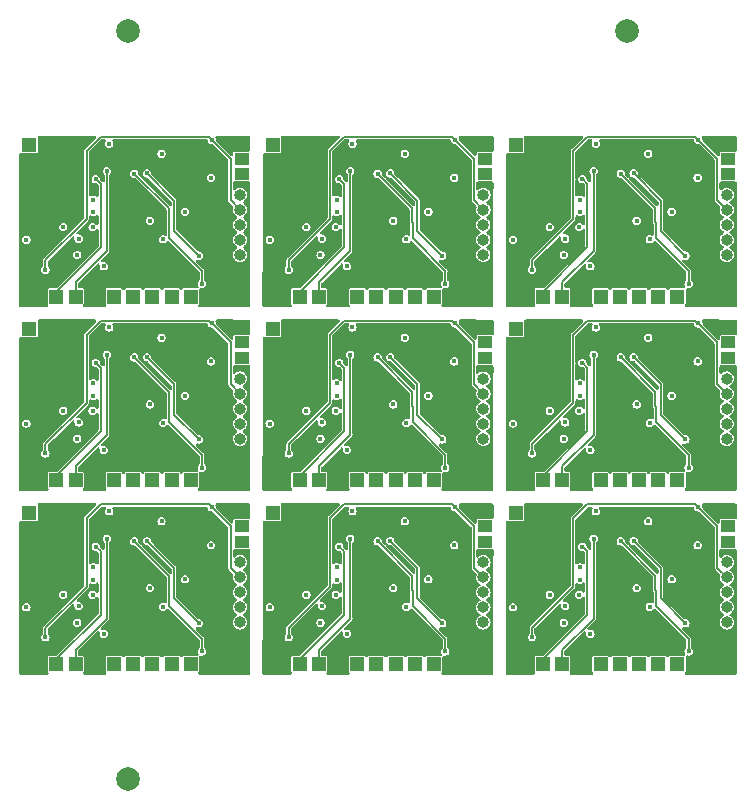
<source format=gbl>
G04 #@! TF.GenerationSoftware,KiCad,Pcbnew,7.0.2-6a45011f42~172~ubuntu22.04.1*
G04 #@! TF.CreationDate,2023-07-04T14:06:36+08:00*
G04 #@! TF.ProjectId,panel_3_3,70616e65-6c5f-4335-9f33-2e6b69636164,rev?*
G04 #@! TF.SameCoordinates,Original*
G04 #@! TF.FileFunction,Copper,L4,Bot*
G04 #@! TF.FilePolarity,Positive*
%FSLAX46Y46*%
G04 Gerber Fmt 4.6, Leading zero omitted, Abs format (unit mm)*
G04 Created by KiCad (PCBNEW 7.0.2-6a45011f42~172~ubuntu22.04.1) date 2023-07-04 14:06:36*
%MOMM*%
%LPD*%
G01*
G04 APERTURE LIST*
G04 #@! TA.AperFunction,ComponentPad*
%ADD10R,1.200000X1.200000*%
G04 #@! TD*
G04 #@! TA.AperFunction,ComponentPad*
%ADD11O,1.000000X1.000000*%
G04 #@! TD*
G04 #@! TA.AperFunction,ComponentPad*
%ADD12R,1.200000X1.000000*%
G04 #@! TD*
G04 #@! TA.AperFunction,SMDPad,CuDef*
%ADD13C,2.000000*%
G04 #@! TD*
G04 #@! TA.AperFunction,ViaPad*
%ADD14C,0.450000*%
G04 #@! TD*
G04 #@! TA.AperFunction,Conductor*
%ADD15C,0.200000*%
G04 #@! TD*
G04 APERTURE END LIST*
D10*
G04 #@! TO.P,J2,1,Pin_1*
G04 #@! TO.N,Board_8-NS_RST*
X54970000Y-56930000D03*
G04 #@! TD*
G04 #@! TO.P,J4,1,Pin_1*
G04 #@! TO.N,Board_6-NS_CMD*
X17025000Y-56930000D03*
G04 #@! TD*
D11*
G04 #@! TO.P,J8,1,Pin_1*
G04 #@! TO.N,Board_6-RST*
X24450000Y-48320000D03*
G04 #@! TO.P,J8,2,Pin_2*
G04 #@! TO.N,Board_6-BOOT*
X24450000Y-49590000D03*
G04 #@! TO.P,J8,3,Pin_3*
G04 #@! TO.N,Board_6-D+*
X24450000Y-50860000D03*
G04 #@! TO.P,J8,4,Pin_4*
G04 #@! TO.N,Board_6-D-*
X24450000Y-52130000D03*
G04 #@! TO.P,J8,5,Pin_5*
G04 #@! TO.N,Board_6-+3V3*
X24450000Y-53400000D03*
G04 #@! TO.P,J8,6,Pin_6*
G04 #@! TO.N,Board_6-GND*
X24450000Y-54670000D03*
G04 #@! TD*
D10*
G04 #@! TO.P,J1,1,Pin_1*
G04 #@! TO.N,Board_2-NS_CPU*
X47810000Y-12980000D03*
G04 #@! TD*
D12*
G04 #@! TO.P,J13,1,Pin_1*
G04 #@! TO.N,Board_4-LED_DATA*
X45180000Y-29695000D03*
G04 #@! TD*
G04 #@! TO.P,J12,1,Pin_1*
G04 #@! TO.N,Board_4-GND*
X45180000Y-28370000D03*
G04 #@! TD*
D10*
G04 #@! TO.P,J4,1,Pin_1*
G04 #@! TO.N,Board_8-NS_CMD*
X58225000Y-56930000D03*
G04 #@! TD*
D12*
G04 #@! TO.P,J12,1,Pin_1*
G04 #@! TO.N,Board_3-GND*
X24580000Y-28370000D03*
G04 #@! TD*
D10*
G04 #@! TO.P,J3,1,Pin_1*
G04 #@! TO.N,Board_4-NS_CLK*
X35997500Y-41370000D03*
G04 #@! TD*
G04 #@! TO.P,J5,1,Pin_1*
G04 #@! TO.N,Board_0-NS_D0*
X18652500Y-25810000D03*
G04 #@! TD*
G04 #@! TO.P,J3,1,Pin_1*
G04 #@! TO.N,Board_8-NS_CLK*
X56597500Y-56930000D03*
G04 #@! TD*
G04 #@! TO.P,J6,1,Pin_1*
G04 #@! TO.N,Board_1-NS_SDA*
X31120000Y-25810000D03*
G04 #@! TD*
G04 #@! TO.P,J9,1,Pin_1*
G04 #@! TO.N,Board_7-GND*
X32742500Y-56930000D03*
G04 #@! TD*
G04 #@! TO.P,J2,1,Pin_1*
G04 #@! TO.N,Board_7-NS_RST*
X34370000Y-56930000D03*
G04 #@! TD*
G04 #@! TO.P,J9,1,Pin_1*
G04 #@! TO.N,Board_2-GND*
X53342500Y-25810000D03*
G04 #@! TD*
G04 #@! TO.P,J6,1,Pin_1*
G04 #@! TO.N,Board_4-NS_SDA*
X31120000Y-41370000D03*
G04 #@! TD*
G04 #@! TO.P,J9,1,Pin_1*
G04 #@! TO.N,Board_5-GND*
X53342500Y-41370000D03*
G04 #@! TD*
D12*
G04 #@! TO.P,J12,1,Pin_1*
G04 #@! TO.N,Board_0-GND*
X24580000Y-12810000D03*
G04 #@! TD*
D10*
G04 #@! TO.P,J3,1,Pin_1*
G04 #@! TO.N,Board_7-NS_CLK*
X35997500Y-56930000D03*
G04 #@! TD*
G04 #@! TO.P,J3,1,Pin_1*
G04 #@! TO.N,Board_6-NS_CLK*
X15397500Y-56930000D03*
G04 #@! TD*
D12*
G04 #@! TO.P,J11,1,Pin_1*
G04 #@! TO.N,Board_6-+3V3*
X24580000Y-46580000D03*
G04 #@! TD*
G04 #@! TO.P,J12,1,Pin_1*
G04 #@! TO.N,Board_5-GND*
X65780000Y-28370000D03*
G04 #@! TD*
D10*
G04 #@! TO.P,J5,1,Pin_1*
G04 #@! TO.N,Board_7-NS_D0*
X39252500Y-56930000D03*
G04 #@! TD*
G04 #@! TO.P,J10,1,Pin_1*
G04 #@! TO.N,Board_6-+3V3*
X20280000Y-56930000D03*
G04 #@! TD*
G04 #@! TO.P,J1,1,Pin_1*
G04 #@! TO.N,Board_4-NS_CPU*
X27210000Y-28540000D03*
G04 #@! TD*
G04 #@! TO.P,J5,1,Pin_1*
G04 #@! TO.N,Board_3-NS_D0*
X18652500Y-41370000D03*
G04 #@! TD*
D12*
G04 #@! TO.P,J13,1,Pin_1*
G04 #@! TO.N,Board_7-LED_DATA*
X45180000Y-45255000D03*
G04 #@! TD*
G04 #@! TO.P,J11,1,Pin_1*
G04 #@! TO.N,Board_1-+3V3*
X45180000Y-15460000D03*
G04 #@! TD*
D10*
G04 #@! TO.P,J6,1,Pin_1*
G04 #@! TO.N,Board_3-NS_SDA*
X10520000Y-41370000D03*
G04 #@! TD*
G04 #@! TO.P,J7,1,Pin_1*
G04 #@! TO.N,Board_7-NS_SCL*
X29487500Y-56930000D03*
G04 #@! TD*
G04 #@! TO.P,J3,1,Pin_1*
G04 #@! TO.N,Board_0-NS_CLK*
X15397500Y-25810000D03*
G04 #@! TD*
G04 #@! TO.P,J5,1,Pin_1*
G04 #@! TO.N,Board_2-NS_D0*
X59852500Y-25810000D03*
G04 #@! TD*
G04 #@! TO.P,J4,1,Pin_1*
G04 #@! TO.N,Board_0-NS_CMD*
X17025000Y-25810000D03*
G04 #@! TD*
D12*
G04 #@! TO.P,J12,1,Pin_1*
G04 #@! TO.N,Board_1-GND*
X45180000Y-12810000D03*
G04 #@! TD*
G04 #@! TO.P,J11,1,Pin_1*
G04 #@! TO.N,Board_7-+3V3*
X45180000Y-46580000D03*
G04 #@! TD*
D10*
G04 #@! TO.P,J5,1,Pin_1*
G04 #@! TO.N,Board_5-NS_D0*
X59852500Y-41370000D03*
G04 #@! TD*
G04 #@! TO.P,J7,1,Pin_1*
G04 #@! TO.N,Board_4-NS_SCL*
X29487500Y-41370000D03*
G04 #@! TD*
G04 #@! TO.P,J3,1,Pin_1*
G04 #@! TO.N,Board_5-NS_CLK*
X56597500Y-41370000D03*
G04 #@! TD*
D12*
G04 #@! TO.P,J12,1,Pin_1*
G04 #@! TO.N,Board_2-GND*
X65780000Y-12810000D03*
G04 #@! TD*
D10*
G04 #@! TO.P,J7,1,Pin_1*
G04 #@! TO.N,Board_3-NS_SCL*
X8887500Y-41370000D03*
G04 #@! TD*
G04 #@! TO.P,J3,1,Pin_1*
G04 #@! TO.N,Board_3-NS_CLK*
X15397500Y-41370000D03*
G04 #@! TD*
D11*
G04 #@! TO.P,J8,1,Pin_1*
G04 #@! TO.N,Board_2-RST*
X65650000Y-17200000D03*
G04 #@! TO.P,J8,2,Pin_2*
G04 #@! TO.N,Board_2-BOOT*
X65650000Y-18470000D03*
G04 #@! TO.P,J8,3,Pin_3*
G04 #@! TO.N,Board_2-D+*
X65650000Y-19740000D03*
G04 #@! TO.P,J8,4,Pin_4*
G04 #@! TO.N,Board_2-D-*
X65650000Y-21010000D03*
G04 #@! TO.P,J8,5,Pin_5*
G04 #@! TO.N,Board_2-+3V3*
X65650000Y-22280000D03*
G04 #@! TO.P,J8,6,Pin_6*
G04 #@! TO.N,Board_2-GND*
X65650000Y-23550000D03*
G04 #@! TD*
D10*
G04 #@! TO.P,J10,1,Pin_1*
G04 #@! TO.N,Board_0-+3V3*
X20280000Y-25810000D03*
G04 #@! TD*
G04 #@! TO.P,J5,1,Pin_1*
G04 #@! TO.N,Board_1-NS_D0*
X39252500Y-25810000D03*
G04 #@! TD*
D12*
G04 #@! TO.P,J11,1,Pin_1*
G04 #@! TO.N,Board_0-+3V3*
X24580000Y-15460000D03*
G04 #@! TD*
D10*
G04 #@! TO.P,J4,1,Pin_1*
G04 #@! TO.N,Board_2-NS_CMD*
X58225000Y-25810000D03*
G04 #@! TD*
G04 #@! TO.P,J4,1,Pin_1*
G04 #@! TO.N,Board_3-NS_CMD*
X17025000Y-41370000D03*
G04 #@! TD*
G04 #@! TO.P,J4,1,Pin_1*
G04 #@! TO.N,Board_7-NS_CMD*
X37625000Y-56930000D03*
G04 #@! TD*
D11*
G04 #@! TO.P,J8,1,Pin_1*
G04 #@! TO.N,Board_5-RST*
X65650000Y-32760000D03*
G04 #@! TO.P,J8,2,Pin_2*
G04 #@! TO.N,Board_5-BOOT*
X65650000Y-34030000D03*
G04 #@! TO.P,J8,3,Pin_3*
G04 #@! TO.N,Board_5-D+*
X65650000Y-35300000D03*
G04 #@! TO.P,J8,4,Pin_4*
G04 #@! TO.N,Board_5-D-*
X65650000Y-36570000D03*
G04 #@! TO.P,J8,5,Pin_5*
G04 #@! TO.N,Board_5-+3V3*
X65650000Y-37840000D03*
G04 #@! TO.P,J8,6,Pin_6*
G04 #@! TO.N,Board_5-GND*
X65650000Y-39110000D03*
G04 #@! TD*
G04 #@! TO.P,J8,1,Pin_1*
G04 #@! TO.N,Board_0-RST*
X24450000Y-17200000D03*
G04 #@! TO.P,J8,2,Pin_2*
G04 #@! TO.N,Board_0-BOOT*
X24450000Y-18470000D03*
G04 #@! TO.P,J8,3,Pin_3*
G04 #@! TO.N,Board_0-D+*
X24450000Y-19740000D03*
G04 #@! TO.P,J8,4,Pin_4*
G04 #@! TO.N,Board_0-D-*
X24450000Y-21010000D03*
G04 #@! TO.P,J8,5,Pin_5*
G04 #@! TO.N,Board_0-+3V3*
X24450000Y-22280000D03*
G04 #@! TO.P,J8,6,Pin_6*
G04 #@! TO.N,Board_0-GND*
X24450000Y-23550000D03*
G04 #@! TD*
D10*
G04 #@! TO.P,J2,1,Pin_1*
G04 #@! TO.N,Board_0-NS_RST*
X13770000Y-25810000D03*
G04 #@! TD*
D12*
G04 #@! TO.P,J11,1,Pin_1*
G04 #@! TO.N,Board_8-+3V3*
X65780000Y-46580000D03*
G04 #@! TD*
D11*
G04 #@! TO.P,J8,1,Pin_1*
G04 #@! TO.N,Board_8-RST*
X65650000Y-48320000D03*
G04 #@! TO.P,J8,2,Pin_2*
G04 #@! TO.N,Board_8-BOOT*
X65650000Y-49590000D03*
G04 #@! TO.P,J8,3,Pin_3*
G04 #@! TO.N,Board_8-D+*
X65650000Y-50860000D03*
G04 #@! TO.P,J8,4,Pin_4*
G04 #@! TO.N,Board_8-D-*
X65650000Y-52130000D03*
G04 #@! TO.P,J8,5,Pin_5*
G04 #@! TO.N,Board_8-+3V3*
X65650000Y-53400000D03*
G04 #@! TO.P,J8,6,Pin_6*
G04 #@! TO.N,Board_8-GND*
X65650000Y-54670000D03*
G04 #@! TD*
D10*
G04 #@! TO.P,J4,1,Pin_1*
G04 #@! TO.N,Board_4-NS_CMD*
X37625000Y-41370000D03*
G04 #@! TD*
G04 #@! TO.P,J10,1,Pin_1*
G04 #@! TO.N,Board_1-+3V3*
X40880000Y-25810000D03*
G04 #@! TD*
G04 #@! TO.P,J5,1,Pin_1*
G04 #@! TO.N,Board_8-NS_D0*
X59852500Y-56930000D03*
G04 #@! TD*
G04 #@! TO.P,J1,1,Pin_1*
G04 #@! TO.N,Board_7-NS_CPU*
X27210000Y-44100000D03*
G04 #@! TD*
G04 #@! TO.P,J3,1,Pin_1*
G04 #@! TO.N,Board_2-NS_CLK*
X56597500Y-25810000D03*
G04 #@! TD*
D12*
G04 #@! TO.P,J12,1,Pin_1*
G04 #@! TO.N,Board_8-GND*
X65780000Y-43930000D03*
G04 #@! TD*
G04 #@! TO.P,J12,1,Pin_1*
G04 #@! TO.N,Board_6-GND*
X24580000Y-43930000D03*
G04 #@! TD*
G04 #@! TO.P,J12,1,Pin_1*
G04 #@! TO.N,Board_7-GND*
X45180000Y-43930000D03*
G04 #@! TD*
D10*
G04 #@! TO.P,J2,1,Pin_1*
G04 #@! TO.N,Board_2-NS_RST*
X54970000Y-25810000D03*
G04 #@! TD*
D12*
G04 #@! TO.P,J13,1,Pin_1*
G04 #@! TO.N,Board_6-LED_DATA*
X24580000Y-45255000D03*
G04 #@! TD*
D10*
G04 #@! TO.P,J7,1,Pin_1*
G04 #@! TO.N,Board_8-NS_SCL*
X50087500Y-56930000D03*
G04 #@! TD*
G04 #@! TO.P,J9,1,Pin_1*
G04 #@! TO.N,Board_8-GND*
X53342500Y-56930000D03*
G04 #@! TD*
G04 #@! TO.P,J9,1,Pin_1*
G04 #@! TO.N,Board_1-GND*
X32742500Y-25810000D03*
G04 #@! TD*
G04 #@! TO.P,J7,1,Pin_1*
G04 #@! TO.N,Board_6-NS_SCL*
X8887500Y-56930000D03*
G04 #@! TD*
D11*
G04 #@! TO.P,J8,1,Pin_1*
G04 #@! TO.N,Board_7-RST*
X45050000Y-48320000D03*
G04 #@! TO.P,J8,2,Pin_2*
G04 #@! TO.N,Board_7-BOOT*
X45050000Y-49590000D03*
G04 #@! TO.P,J8,3,Pin_3*
G04 #@! TO.N,Board_7-D+*
X45050000Y-50860000D03*
G04 #@! TO.P,J8,4,Pin_4*
G04 #@! TO.N,Board_7-D-*
X45050000Y-52130000D03*
G04 #@! TO.P,J8,5,Pin_5*
G04 #@! TO.N,Board_7-+3V3*
X45050000Y-53400000D03*
G04 #@! TO.P,J8,6,Pin_6*
G04 #@! TO.N,Board_7-GND*
X45050000Y-54670000D03*
G04 #@! TD*
D12*
G04 #@! TO.P,J11,1,Pin_1*
G04 #@! TO.N,Board_5-+3V3*
X65780000Y-31020000D03*
G04 #@! TD*
D10*
G04 #@! TO.P,J1,1,Pin_1*
G04 #@! TO.N,Board_8-NS_CPU*
X47810000Y-44100000D03*
G04 #@! TD*
G04 #@! TO.P,J2,1,Pin_1*
G04 #@! TO.N,Board_3-NS_RST*
X13770000Y-41370000D03*
G04 #@! TD*
G04 #@! TO.P,J10,1,Pin_1*
G04 #@! TO.N,Board_4-+3V3*
X40880000Y-41370000D03*
G04 #@! TD*
G04 #@! TO.P,J6,1,Pin_1*
G04 #@! TO.N,Board_7-NS_SDA*
X31120000Y-56930000D03*
G04 #@! TD*
D11*
G04 #@! TO.P,J8,1,Pin_1*
G04 #@! TO.N,Board_3-RST*
X24450000Y-32760000D03*
G04 #@! TO.P,J8,2,Pin_2*
G04 #@! TO.N,Board_3-BOOT*
X24450000Y-34030000D03*
G04 #@! TO.P,J8,3,Pin_3*
G04 #@! TO.N,Board_3-D+*
X24450000Y-35300000D03*
G04 #@! TO.P,J8,4,Pin_4*
G04 #@! TO.N,Board_3-D-*
X24450000Y-36570000D03*
G04 #@! TO.P,J8,5,Pin_5*
G04 #@! TO.N,Board_3-+3V3*
X24450000Y-37840000D03*
G04 #@! TO.P,J8,6,Pin_6*
G04 #@! TO.N,Board_3-GND*
X24450000Y-39110000D03*
G04 #@! TD*
D10*
G04 #@! TO.P,J5,1,Pin_1*
G04 #@! TO.N,Board_4-NS_D0*
X39252500Y-41370000D03*
G04 #@! TD*
D12*
G04 #@! TO.P,J13,1,Pin_1*
G04 #@! TO.N,Board_2-LED_DATA*
X65780000Y-14135000D03*
G04 #@! TD*
D10*
G04 #@! TO.P,J2,1,Pin_1*
G04 #@! TO.N,Board_4-NS_RST*
X34370000Y-41370000D03*
G04 #@! TD*
G04 #@! TO.P,J10,1,Pin_1*
G04 #@! TO.N,Board_8-+3V3*
X61480000Y-56930000D03*
G04 #@! TD*
G04 #@! TO.P,J1,1,Pin_1*
G04 #@! TO.N,Board_1-NS_CPU*
X27210000Y-12980000D03*
G04 #@! TD*
G04 #@! TO.P,J1,1,Pin_1*
G04 #@! TO.N,Board_3-NS_CPU*
X6610000Y-28540000D03*
G04 #@! TD*
G04 #@! TO.P,J6,1,Pin_1*
G04 #@! TO.N,Board_2-NS_SDA*
X51720000Y-25810000D03*
G04 #@! TD*
G04 #@! TO.P,J9,1,Pin_1*
G04 #@! TO.N,Board_3-GND*
X12142500Y-41370000D03*
G04 #@! TD*
G04 #@! TO.P,J10,1,Pin_1*
G04 #@! TO.N,Board_5-+3V3*
X61480000Y-41370000D03*
G04 #@! TD*
G04 #@! TO.P,J4,1,Pin_1*
G04 #@! TO.N,Board_5-NS_CMD*
X58225000Y-41370000D03*
G04 #@! TD*
G04 #@! TO.P,J7,1,Pin_1*
G04 #@! TO.N,Board_1-NS_SCL*
X29487500Y-25810000D03*
G04 #@! TD*
D12*
G04 #@! TO.P,J13,1,Pin_1*
G04 #@! TO.N,Board_5-LED_DATA*
X65780000Y-29695000D03*
G04 #@! TD*
D10*
G04 #@! TO.P,J7,1,Pin_1*
G04 #@! TO.N,Board_2-NS_SCL*
X50087500Y-25810000D03*
G04 #@! TD*
G04 #@! TO.P,J10,1,Pin_1*
G04 #@! TO.N,Board_7-+3V3*
X40880000Y-56930000D03*
G04 #@! TD*
G04 #@! TO.P,J9,1,Pin_1*
G04 #@! TO.N,Board_0-GND*
X12142500Y-25810000D03*
G04 #@! TD*
D11*
G04 #@! TO.P,J8,1,Pin_1*
G04 #@! TO.N,Board_4-RST*
X45050000Y-32760000D03*
G04 #@! TO.P,J8,2,Pin_2*
G04 #@! TO.N,Board_4-BOOT*
X45050000Y-34030000D03*
G04 #@! TO.P,J8,3,Pin_3*
G04 #@! TO.N,Board_4-D+*
X45050000Y-35300000D03*
G04 #@! TO.P,J8,4,Pin_4*
G04 #@! TO.N,Board_4-D-*
X45050000Y-36570000D03*
G04 #@! TO.P,J8,5,Pin_5*
G04 #@! TO.N,Board_4-+3V3*
X45050000Y-37840000D03*
G04 #@! TO.P,J8,6,Pin_6*
G04 #@! TO.N,Board_4-GND*
X45050000Y-39110000D03*
G04 #@! TD*
D10*
G04 #@! TO.P,J3,1,Pin_1*
G04 #@! TO.N,Board_1-NS_CLK*
X35997500Y-25810000D03*
G04 #@! TD*
G04 #@! TO.P,J10,1,Pin_1*
G04 #@! TO.N,Board_2-+3V3*
X61480000Y-25810000D03*
G04 #@! TD*
D12*
G04 #@! TO.P,J11,1,Pin_1*
G04 #@! TO.N,Board_4-+3V3*
X45180000Y-31020000D03*
G04 #@! TD*
D10*
G04 #@! TO.P,J2,1,Pin_1*
G04 #@! TO.N,Board_1-NS_RST*
X34370000Y-25810000D03*
G04 #@! TD*
G04 #@! TO.P,J4,1,Pin_1*
G04 #@! TO.N,Board_1-NS_CMD*
X37625000Y-25810000D03*
G04 #@! TD*
D12*
G04 #@! TO.P,J11,1,Pin_1*
G04 #@! TO.N,Board_3-+3V3*
X24580000Y-31020000D03*
G04 #@! TD*
D10*
G04 #@! TO.P,J1,1,Pin_1*
G04 #@! TO.N,Board_5-NS_CPU*
X47810000Y-28540000D03*
G04 #@! TD*
G04 #@! TO.P,J9,1,Pin_1*
G04 #@! TO.N,Board_4-GND*
X32742500Y-41370000D03*
G04 #@! TD*
G04 #@! TO.P,J1,1,Pin_1*
G04 #@! TO.N,Board_6-NS_CPU*
X6610000Y-44100000D03*
G04 #@! TD*
G04 #@! TO.P,J1,1,Pin_1*
G04 #@! TO.N,Board_0-NS_CPU*
X6610000Y-12980000D03*
G04 #@! TD*
D12*
G04 #@! TO.P,J13,1,Pin_1*
G04 #@! TO.N,Board_0-LED_DATA*
X24580000Y-14135000D03*
G04 #@! TD*
D10*
G04 #@! TO.P,J2,1,Pin_1*
G04 #@! TO.N,Board_5-NS_RST*
X54970000Y-41370000D03*
G04 #@! TD*
G04 #@! TO.P,J5,1,Pin_1*
G04 #@! TO.N,Board_6-NS_D0*
X18652500Y-56930000D03*
G04 #@! TD*
D11*
G04 #@! TO.P,J8,1,Pin_1*
G04 #@! TO.N,Board_1-RST*
X45050000Y-17200000D03*
G04 #@! TO.P,J8,2,Pin_2*
G04 #@! TO.N,Board_1-BOOT*
X45050000Y-18470000D03*
G04 #@! TO.P,J8,3,Pin_3*
G04 #@! TO.N,Board_1-D+*
X45050000Y-19740000D03*
G04 #@! TO.P,J8,4,Pin_4*
G04 #@! TO.N,Board_1-D-*
X45050000Y-21010000D03*
G04 #@! TO.P,J8,5,Pin_5*
G04 #@! TO.N,Board_1-+3V3*
X45050000Y-22280000D03*
G04 #@! TO.P,J8,6,Pin_6*
G04 #@! TO.N,Board_1-GND*
X45050000Y-23550000D03*
G04 #@! TD*
D10*
G04 #@! TO.P,J7,1,Pin_1*
G04 #@! TO.N,Board_0-NS_SCL*
X8887500Y-25810000D03*
G04 #@! TD*
G04 #@! TO.P,J7,1,Pin_1*
G04 #@! TO.N,Board_5-NS_SCL*
X50087500Y-41370000D03*
G04 #@! TD*
G04 #@! TO.P,J9,1,Pin_1*
G04 #@! TO.N,Board_6-GND*
X12142500Y-56930000D03*
G04 #@! TD*
G04 #@! TO.P,J6,1,Pin_1*
G04 #@! TO.N,Board_8-NS_SDA*
X51720000Y-56930000D03*
G04 #@! TD*
G04 #@! TO.P,J2,1,Pin_1*
G04 #@! TO.N,Board_6-NS_RST*
X13770000Y-56930000D03*
G04 #@! TD*
G04 #@! TO.P,J10,1,Pin_1*
G04 #@! TO.N,Board_3-+3V3*
X20280000Y-41370000D03*
G04 #@! TD*
D12*
G04 #@! TO.P,J13,1,Pin_1*
G04 #@! TO.N,Board_1-LED_DATA*
X45180000Y-14135000D03*
G04 #@! TD*
G04 #@! TO.P,J11,1,Pin_1*
G04 #@! TO.N,Board_2-+3V3*
X65780000Y-15460000D03*
G04 #@! TD*
D10*
G04 #@! TO.P,J6,1,Pin_1*
G04 #@! TO.N,Board_0-NS_SDA*
X10520000Y-25810000D03*
G04 #@! TD*
G04 #@! TO.P,J6,1,Pin_1*
G04 #@! TO.N,Board_6-NS_SDA*
X10520000Y-56930000D03*
G04 #@! TD*
G04 #@! TO.P,J6,1,Pin_1*
G04 #@! TO.N,Board_5-NS_SDA*
X51720000Y-41370000D03*
G04 #@! TD*
D12*
G04 #@! TO.P,J13,1,Pin_1*
G04 #@! TO.N,Board_3-LED_DATA*
X24580000Y-29695000D03*
G04 #@! TD*
G04 #@! TO.P,J13,1,Pin_1*
G04 #@! TO.N,Board_8-LED_DATA*
X65780000Y-45255000D03*
G04 #@! TD*
D13*
G04 #@! TO.P,REF\u002A\u002A,*
G04 #@! TO.N,*
X57200000Y-3350000D03*
G04 #@! TD*
G04 #@! TO.P,REF\u002A\u002A,*
G04 #@! TO.N,*
X15000000Y-3350000D03*
G04 #@! TD*
G04 #@! TO.P,REF\u002A\u002A,*
G04 #@! TO.N,*
X15000000Y-66650000D03*
G04 #@! TD*
D14*
G04 #@! TO.N,Board_0-+1V1*
X12030000Y-18655000D03*
X16820000Y-19375000D03*
X9470000Y-19930000D03*
G04 #@! TO.N,Board_0-+3V3*
X19790000Y-18630000D03*
X21990000Y-15740000D03*
X10660000Y-22290000D03*
X17800000Y-13720000D03*
X6360000Y-21000000D03*
X12020000Y-17600000D03*
X13370000Y-12870000D03*
X17935000Y-20960000D03*
X12910000Y-23250000D03*
G04 #@! TO.N,Board_0-BOOT*
X7970000Y-23530000D03*
X22050000Y-12530000D03*
G04 #@! TO.N,Board_0-GND*
X15930000Y-19860000D03*
X10900000Y-14080000D03*
X21120000Y-14420000D03*
G04 #@! TO.N,Board_0-LED_DATA*
X11960000Y-19920000D03*
G04 #@! TO.N,Board_0-NS_SCL*
X12240000Y-15870000D03*
G04 #@! TO.N,Board_0-NS_SDA*
X13180000Y-15190000D03*
G04 #@! TO.N,Board_0-RST*
X10780000Y-20900000D03*
G04 #@! TO.N,Board_0-SW_CPU_LOWV*
X16570000Y-15380000D03*
X20960000Y-22340000D03*
G04 #@! TO.N,Board_0-SW_I2C_LEDS*
X15490000Y-15410000D03*
X21220000Y-24740000D03*
G04 #@! TO.N,Board_1-+1V1*
X37420000Y-19375000D03*
X30070000Y-19930000D03*
X32630000Y-18655000D03*
G04 #@! TO.N,Board_1-+3V3*
X38535000Y-20960000D03*
X26960000Y-21000000D03*
X32620000Y-17600000D03*
X42590000Y-15740000D03*
X38400000Y-13720000D03*
X40390000Y-18630000D03*
X31260000Y-22290000D03*
X33970000Y-12870000D03*
X33510000Y-23250000D03*
G04 #@! TO.N,Board_1-BOOT*
X42650000Y-12530000D03*
X28570000Y-23530000D03*
G04 #@! TO.N,Board_1-GND*
X31500000Y-14080000D03*
X41720000Y-14420000D03*
X36530000Y-19860000D03*
G04 #@! TO.N,Board_1-LED_DATA*
X32560000Y-19920000D03*
G04 #@! TO.N,Board_1-NS_SCL*
X32840000Y-15870000D03*
G04 #@! TO.N,Board_1-NS_SDA*
X33780000Y-15190000D03*
G04 #@! TO.N,Board_1-RST*
X31380000Y-20900000D03*
G04 #@! TO.N,Board_1-SW_CPU_LOWV*
X41560000Y-22340000D03*
X37170000Y-15380000D03*
G04 #@! TO.N,Board_1-SW_I2C_LEDS*
X36090000Y-15410000D03*
X41820000Y-24740000D03*
G04 #@! TO.N,Board_2-+1V1*
X50670000Y-19930000D03*
X53230000Y-18655000D03*
X58020000Y-19375000D03*
G04 #@! TO.N,Board_2-+3V3*
X53220000Y-17600000D03*
X63190000Y-15740000D03*
X54110000Y-23250000D03*
X47560000Y-21000000D03*
X59000000Y-13720000D03*
X51860000Y-22290000D03*
X60990000Y-18630000D03*
X59135000Y-20960000D03*
X54570000Y-12870000D03*
G04 #@! TO.N,Board_2-BOOT*
X49170000Y-23530000D03*
X63250000Y-12530000D03*
G04 #@! TO.N,Board_2-GND*
X52100000Y-14080000D03*
X62320000Y-14420000D03*
X57130000Y-19860000D03*
G04 #@! TO.N,Board_2-LED_DATA*
X53160000Y-19920000D03*
G04 #@! TO.N,Board_2-NS_SCL*
X53440000Y-15870000D03*
G04 #@! TO.N,Board_2-NS_SDA*
X54380000Y-15190000D03*
G04 #@! TO.N,Board_2-RST*
X51980000Y-20900000D03*
G04 #@! TO.N,Board_2-SW_CPU_LOWV*
X62160000Y-22340000D03*
X57770000Y-15380000D03*
G04 #@! TO.N,Board_2-SW_I2C_LEDS*
X62420000Y-24740000D03*
X56690000Y-15410000D03*
G04 #@! TO.N,Board_3-+1V1*
X12030000Y-34215000D03*
X9470000Y-35490000D03*
X16820000Y-34935000D03*
G04 #@! TO.N,Board_3-+3V3*
X17935000Y-36520000D03*
X12910000Y-38810000D03*
X13370000Y-28430000D03*
X12020000Y-33160000D03*
X6360000Y-36560000D03*
X19790000Y-34190000D03*
X17800000Y-29280000D03*
X10660000Y-37850000D03*
X21990000Y-31300000D03*
G04 #@! TO.N,Board_3-BOOT*
X22050000Y-28090000D03*
X7970000Y-39090000D03*
G04 #@! TO.N,Board_3-GND*
X10900000Y-29640000D03*
X21120000Y-29980000D03*
X15930000Y-35420000D03*
G04 #@! TO.N,Board_3-LED_DATA*
X11960000Y-35480000D03*
G04 #@! TO.N,Board_3-NS_SCL*
X12240000Y-31430000D03*
G04 #@! TO.N,Board_3-NS_SDA*
X13180000Y-30750000D03*
G04 #@! TO.N,Board_3-RST*
X10780000Y-36460000D03*
G04 #@! TO.N,Board_3-SW_CPU_LOWV*
X16570000Y-30940000D03*
X20960000Y-37900000D03*
G04 #@! TO.N,Board_3-SW_I2C_LEDS*
X21220000Y-40300000D03*
X15490000Y-30970000D03*
G04 #@! TO.N,Board_4-+1V1*
X37420000Y-34935000D03*
X32630000Y-34215000D03*
X30070000Y-35490000D03*
G04 #@! TO.N,Board_4-+3V3*
X31260000Y-37850000D03*
X40390000Y-34190000D03*
X26960000Y-36560000D03*
X32620000Y-33160000D03*
X33970000Y-28430000D03*
X42590000Y-31300000D03*
X33510000Y-38810000D03*
X38535000Y-36520000D03*
X38400000Y-29280000D03*
G04 #@! TO.N,Board_4-BOOT*
X28570000Y-39090000D03*
X42650000Y-28090000D03*
G04 #@! TO.N,Board_4-GND*
X31500000Y-29640000D03*
X41720000Y-29980000D03*
X36530000Y-35420000D03*
G04 #@! TO.N,Board_4-LED_DATA*
X32560000Y-35480000D03*
G04 #@! TO.N,Board_4-NS_SCL*
X32840000Y-31430000D03*
G04 #@! TO.N,Board_4-NS_SDA*
X33780000Y-30750000D03*
G04 #@! TO.N,Board_4-RST*
X31380000Y-36460000D03*
G04 #@! TO.N,Board_4-SW_CPU_LOWV*
X41560000Y-37900000D03*
X37170000Y-30940000D03*
G04 #@! TO.N,Board_4-SW_I2C_LEDS*
X36090000Y-30970000D03*
X41820000Y-40300000D03*
G04 #@! TO.N,Board_5-+1V1*
X53230000Y-34215000D03*
X50670000Y-35490000D03*
X58020000Y-34935000D03*
G04 #@! TO.N,Board_5-+3V3*
X54110000Y-38810000D03*
X54570000Y-28430000D03*
X47560000Y-36560000D03*
X59135000Y-36520000D03*
X53220000Y-33160000D03*
X60990000Y-34190000D03*
X51860000Y-37850000D03*
X59000000Y-29280000D03*
X63190000Y-31300000D03*
G04 #@! TO.N,Board_5-BOOT*
X63250000Y-28090000D03*
X49170000Y-39090000D03*
G04 #@! TO.N,Board_5-GND*
X57130000Y-35420000D03*
X52100000Y-29640000D03*
X62320000Y-29980000D03*
G04 #@! TO.N,Board_5-LED_DATA*
X53160000Y-35480000D03*
G04 #@! TO.N,Board_5-NS_SCL*
X53440000Y-31430000D03*
G04 #@! TO.N,Board_5-NS_SDA*
X54380000Y-30750000D03*
G04 #@! TO.N,Board_5-RST*
X51980000Y-36460000D03*
G04 #@! TO.N,Board_5-SW_CPU_LOWV*
X57770000Y-30940000D03*
X62160000Y-37900000D03*
G04 #@! TO.N,Board_5-SW_I2C_LEDS*
X56690000Y-30970000D03*
X62420000Y-40300000D03*
G04 #@! TO.N,Board_6-+1V1*
X12030000Y-49775000D03*
X9470000Y-51050000D03*
X16820000Y-50495000D03*
G04 #@! TO.N,Board_6-+3V3*
X13370000Y-43990000D03*
X17800000Y-44840000D03*
X19790000Y-49750000D03*
X21990000Y-46860000D03*
X17935000Y-52080000D03*
X10660000Y-53410000D03*
X12910000Y-54370000D03*
X6360000Y-52120000D03*
X12020000Y-48720000D03*
G04 #@! TO.N,Board_6-BOOT*
X22050000Y-43650000D03*
X7970000Y-54650000D03*
G04 #@! TO.N,Board_6-GND*
X10900000Y-45200000D03*
X21120000Y-45540000D03*
X15930000Y-50980000D03*
G04 #@! TO.N,Board_6-LED_DATA*
X11960000Y-51040000D03*
G04 #@! TO.N,Board_6-NS_SCL*
X12240000Y-46990000D03*
G04 #@! TO.N,Board_6-NS_SDA*
X13180000Y-46310000D03*
G04 #@! TO.N,Board_6-RST*
X10780000Y-52020000D03*
G04 #@! TO.N,Board_6-SW_CPU_LOWV*
X20960000Y-53460000D03*
X16570000Y-46500000D03*
G04 #@! TO.N,Board_6-SW_I2C_LEDS*
X21220000Y-55860000D03*
X15490000Y-46530000D03*
G04 #@! TO.N,Board_7-+1V1*
X32630000Y-49775000D03*
X37420000Y-50495000D03*
X30070000Y-51050000D03*
G04 #@! TO.N,Board_7-+3V3*
X40390000Y-49750000D03*
X33970000Y-43990000D03*
X38535000Y-52080000D03*
X38400000Y-44840000D03*
X33510000Y-54370000D03*
X31260000Y-53410000D03*
X32620000Y-48720000D03*
X42590000Y-46860000D03*
X26960000Y-52120000D03*
G04 #@! TO.N,Board_7-BOOT*
X42650000Y-43650000D03*
X28570000Y-54650000D03*
G04 #@! TO.N,Board_7-GND*
X41720000Y-45540000D03*
X31500000Y-45200000D03*
X36530000Y-50980000D03*
G04 #@! TO.N,Board_7-LED_DATA*
X32560000Y-51040000D03*
G04 #@! TO.N,Board_7-NS_SCL*
X32840000Y-46990000D03*
G04 #@! TO.N,Board_7-NS_SDA*
X33780000Y-46310000D03*
G04 #@! TO.N,Board_7-RST*
X31380000Y-52020000D03*
G04 #@! TO.N,Board_7-SW_CPU_LOWV*
X41560000Y-53460000D03*
X37170000Y-46500000D03*
G04 #@! TO.N,Board_7-SW_I2C_LEDS*
X36090000Y-46530000D03*
X41820000Y-55860000D03*
G04 #@! TO.N,Board_8-+1V1*
X58020000Y-50495000D03*
X53230000Y-49775000D03*
X50670000Y-51050000D03*
G04 #@! TO.N,Board_8-+3V3*
X54110000Y-54370000D03*
X60990000Y-49750000D03*
X59000000Y-44840000D03*
X51860000Y-53410000D03*
X59135000Y-52080000D03*
X63190000Y-46860000D03*
X54570000Y-43990000D03*
X53220000Y-48720000D03*
X47560000Y-52120000D03*
G04 #@! TO.N,Board_8-BOOT*
X63250000Y-43650000D03*
X49170000Y-54650000D03*
G04 #@! TO.N,Board_8-GND*
X52100000Y-45200000D03*
X57130000Y-50980000D03*
X62320000Y-45540000D03*
G04 #@! TO.N,Board_8-LED_DATA*
X53160000Y-51040000D03*
G04 #@! TO.N,Board_8-NS_SCL*
X53440000Y-46990000D03*
G04 #@! TO.N,Board_8-NS_SDA*
X54380000Y-46310000D03*
G04 #@! TO.N,Board_8-RST*
X51980000Y-52020000D03*
G04 #@! TO.N,Board_8-SW_CPU_LOWV*
X57770000Y-46500000D03*
X62160000Y-53460000D03*
G04 #@! TO.N,Board_8-SW_I2C_LEDS*
X56690000Y-46530000D03*
X62420000Y-55860000D03*
G04 #@! TD*
D15*
G04 #@! TO.N,Board_0-BOOT*
X12640000Y-12280000D02*
X21800000Y-12280000D01*
X23644248Y-14124248D02*
X22050000Y-12530000D01*
X21800000Y-12280000D02*
X22050000Y-12530000D01*
X11450000Y-13470000D02*
X12640000Y-12280000D01*
X7970000Y-23530000D02*
X7970000Y-22730000D01*
X24450000Y-18470000D02*
X23644248Y-17664248D01*
X7970000Y-22730000D02*
X11450000Y-19250000D01*
X23644248Y-17664248D02*
X23644248Y-14124248D01*
X11450000Y-19250000D02*
X11450000Y-13470000D01*
G04 #@! TO.N,Board_0-NS_SCL*
X12240000Y-15870000D02*
X12260000Y-15870000D01*
X12260000Y-15870000D02*
X12660000Y-16270000D01*
X12660000Y-21640000D02*
X8887500Y-25412500D01*
X12660000Y-16270000D02*
X12660000Y-21640000D01*
X8887500Y-25412500D02*
X8887500Y-25810000D01*
G04 #@! TO.N,Board_0-NS_SDA*
X10520000Y-24610000D02*
X10520000Y-25810000D01*
X13180000Y-21950000D02*
X10520000Y-24610000D01*
X13180000Y-15190000D02*
X13180000Y-21950000D01*
G04 #@! TO.N,Board_0-SW_CPU_LOWV*
X18870000Y-18260000D02*
X18870000Y-20250000D01*
X18870000Y-17680000D02*
X18870000Y-18260000D01*
X16570000Y-15380000D02*
X18870000Y-17680000D01*
X18870000Y-20250000D02*
X20960000Y-22340000D01*
G04 #@! TO.N,Board_0-SW_I2C_LEDS*
X18460000Y-19580000D02*
X18460000Y-20890000D01*
X18420000Y-19540000D02*
X18460000Y-19580000D01*
X15490000Y-15410000D02*
X18420000Y-18340000D01*
X18420000Y-18340000D02*
X18420000Y-19540000D01*
X18460000Y-20890000D02*
X21220000Y-23650000D01*
X21220000Y-23650000D02*
X21220000Y-24740000D01*
G04 #@! TO.N,Board_1-BOOT*
X28570000Y-23530000D02*
X28570000Y-22730000D01*
X42400000Y-12280000D02*
X42650000Y-12530000D01*
X33240000Y-12280000D02*
X42400000Y-12280000D01*
X32050000Y-13470000D02*
X33240000Y-12280000D01*
X32050000Y-19250000D02*
X32050000Y-13470000D01*
X44244248Y-17664248D02*
X44244248Y-14124248D01*
X45050000Y-18470000D02*
X44244248Y-17664248D01*
X28570000Y-22730000D02*
X32050000Y-19250000D01*
X44244248Y-14124248D02*
X42650000Y-12530000D01*
G04 #@! TO.N,Board_1-NS_SCL*
X33260000Y-16270000D02*
X33260000Y-21640000D01*
X29487500Y-25412500D02*
X29487500Y-25810000D01*
X32860000Y-15870000D02*
X33260000Y-16270000D01*
X32840000Y-15870000D02*
X32860000Y-15870000D01*
X33260000Y-21640000D02*
X29487500Y-25412500D01*
G04 #@! TO.N,Board_1-NS_SDA*
X33780000Y-21950000D02*
X31120000Y-24610000D01*
X33780000Y-15190000D02*
X33780000Y-21950000D01*
X31120000Y-24610000D02*
X31120000Y-25810000D01*
G04 #@! TO.N,Board_1-SW_CPU_LOWV*
X39470000Y-17680000D02*
X39470000Y-18260000D01*
X39470000Y-18260000D02*
X39470000Y-20250000D01*
X39470000Y-20250000D02*
X41560000Y-22340000D01*
X37170000Y-15380000D02*
X39470000Y-17680000D01*
G04 #@! TO.N,Board_1-SW_I2C_LEDS*
X39020000Y-19540000D02*
X39060000Y-19580000D01*
X39060000Y-20890000D02*
X41820000Y-23650000D01*
X39060000Y-19580000D02*
X39060000Y-20890000D01*
X39020000Y-18340000D02*
X39020000Y-19540000D01*
X41820000Y-23650000D02*
X41820000Y-24740000D01*
X36090000Y-15410000D02*
X39020000Y-18340000D01*
G04 #@! TO.N,Board_2-BOOT*
X49170000Y-23530000D02*
X49170000Y-22730000D01*
X49170000Y-22730000D02*
X52650000Y-19250000D01*
X64844248Y-17664248D02*
X64844248Y-14124248D01*
X52650000Y-13470000D02*
X53840000Y-12280000D01*
X52650000Y-19250000D02*
X52650000Y-13470000D01*
X64844248Y-14124248D02*
X63250000Y-12530000D01*
X65650000Y-18470000D02*
X64844248Y-17664248D01*
X53840000Y-12280000D02*
X63000000Y-12280000D01*
X63000000Y-12280000D02*
X63250000Y-12530000D01*
G04 #@! TO.N,Board_2-NS_SCL*
X53440000Y-15870000D02*
X53460000Y-15870000D01*
X50087500Y-25412500D02*
X50087500Y-25810000D01*
X53460000Y-15870000D02*
X53860000Y-16270000D01*
X53860000Y-21640000D02*
X50087500Y-25412500D01*
X53860000Y-16270000D02*
X53860000Y-21640000D01*
G04 #@! TO.N,Board_2-NS_SDA*
X51720000Y-24610000D02*
X51720000Y-25810000D01*
X54380000Y-15190000D02*
X54380000Y-21950000D01*
X54380000Y-21950000D02*
X51720000Y-24610000D01*
G04 #@! TO.N,Board_2-SW_CPU_LOWV*
X60070000Y-18260000D02*
X60070000Y-20250000D01*
X57770000Y-15380000D02*
X60070000Y-17680000D01*
X60070000Y-17680000D02*
X60070000Y-18260000D01*
X60070000Y-20250000D02*
X62160000Y-22340000D01*
G04 #@! TO.N,Board_2-SW_I2C_LEDS*
X62420000Y-23650000D02*
X62420000Y-24740000D01*
X59620000Y-19540000D02*
X59660000Y-19580000D01*
X59620000Y-18340000D02*
X59620000Y-19540000D01*
X59660000Y-20890000D02*
X62420000Y-23650000D01*
X59660000Y-19580000D02*
X59660000Y-20890000D01*
X56690000Y-15410000D02*
X59620000Y-18340000D01*
G04 #@! TO.N,Board_3-BOOT*
X23644248Y-29684248D02*
X22050000Y-28090000D01*
X24450000Y-34030000D02*
X23644248Y-33224248D01*
X23644248Y-33224248D02*
X23644248Y-29684248D01*
X7970000Y-39090000D02*
X7970000Y-38290000D01*
X12640000Y-27840000D02*
X21800000Y-27840000D01*
X11450000Y-29030000D02*
X12640000Y-27840000D01*
X11450000Y-34810000D02*
X11450000Y-29030000D01*
X21800000Y-27840000D02*
X22050000Y-28090000D01*
X7970000Y-38290000D02*
X11450000Y-34810000D01*
G04 #@! TO.N,Board_3-NS_SCL*
X12260000Y-31430000D02*
X12660000Y-31830000D01*
X12660000Y-31830000D02*
X12660000Y-37200000D01*
X8887500Y-40972500D02*
X8887500Y-41370000D01*
X12660000Y-37200000D02*
X8887500Y-40972500D01*
X12240000Y-31430000D02*
X12260000Y-31430000D01*
G04 #@! TO.N,Board_3-NS_SDA*
X10520000Y-40170000D02*
X10520000Y-41370000D01*
X13180000Y-30750000D02*
X13180000Y-37510000D01*
X13180000Y-37510000D02*
X10520000Y-40170000D01*
G04 #@! TO.N,Board_3-SW_CPU_LOWV*
X18870000Y-33820000D02*
X18870000Y-35810000D01*
X18870000Y-35810000D02*
X20960000Y-37900000D01*
X18870000Y-33240000D02*
X18870000Y-33820000D01*
X16570000Y-30940000D02*
X18870000Y-33240000D01*
G04 #@! TO.N,Board_3-SW_I2C_LEDS*
X18460000Y-35140000D02*
X18460000Y-36450000D01*
X18420000Y-35100000D02*
X18460000Y-35140000D01*
X15490000Y-30970000D02*
X18420000Y-33900000D01*
X18460000Y-36450000D02*
X21220000Y-39210000D01*
X21220000Y-39210000D02*
X21220000Y-40300000D01*
X18420000Y-33900000D02*
X18420000Y-35100000D01*
G04 #@! TO.N,Board_4-BOOT*
X28570000Y-39090000D02*
X28570000Y-38290000D01*
X32050000Y-34810000D02*
X32050000Y-29030000D01*
X44244248Y-29684248D02*
X42650000Y-28090000D01*
X45050000Y-34030000D02*
X44244248Y-33224248D01*
X32050000Y-29030000D02*
X33240000Y-27840000D01*
X44244248Y-33224248D02*
X44244248Y-29684248D01*
X42400000Y-27840000D02*
X42650000Y-28090000D01*
X33240000Y-27840000D02*
X42400000Y-27840000D01*
X28570000Y-38290000D02*
X32050000Y-34810000D01*
G04 #@! TO.N,Board_4-NS_SCL*
X33260000Y-37200000D02*
X29487500Y-40972500D01*
X32840000Y-31430000D02*
X32860000Y-31430000D01*
X29487500Y-40972500D02*
X29487500Y-41370000D01*
X33260000Y-31830000D02*
X33260000Y-37200000D01*
X32860000Y-31430000D02*
X33260000Y-31830000D01*
G04 #@! TO.N,Board_4-NS_SDA*
X33780000Y-30750000D02*
X33780000Y-37510000D01*
X31120000Y-40170000D02*
X31120000Y-41370000D01*
X33780000Y-37510000D02*
X31120000Y-40170000D01*
G04 #@! TO.N,Board_4-SW_CPU_LOWV*
X39470000Y-33820000D02*
X39470000Y-35810000D01*
X39470000Y-33240000D02*
X39470000Y-33820000D01*
X37170000Y-30940000D02*
X39470000Y-33240000D01*
X39470000Y-35810000D02*
X41560000Y-37900000D01*
G04 #@! TO.N,Board_4-SW_I2C_LEDS*
X39020000Y-35100000D02*
X39060000Y-35140000D01*
X41820000Y-39210000D02*
X41820000Y-40300000D01*
X39060000Y-36450000D02*
X41820000Y-39210000D01*
X36090000Y-30970000D02*
X39020000Y-33900000D01*
X39060000Y-35140000D02*
X39060000Y-36450000D01*
X39020000Y-33900000D02*
X39020000Y-35100000D01*
G04 #@! TO.N,Board_5-BOOT*
X52650000Y-34810000D02*
X52650000Y-29030000D01*
X64844248Y-33224248D02*
X64844248Y-29684248D01*
X49170000Y-38290000D02*
X52650000Y-34810000D01*
X49170000Y-39090000D02*
X49170000Y-38290000D01*
X65650000Y-34030000D02*
X64844248Y-33224248D01*
X52650000Y-29030000D02*
X53840000Y-27840000D01*
X53840000Y-27840000D02*
X63000000Y-27840000D01*
X64844248Y-29684248D02*
X63250000Y-28090000D01*
X63000000Y-27840000D02*
X63250000Y-28090000D01*
G04 #@! TO.N,Board_5-NS_SCL*
X53460000Y-31430000D02*
X53860000Y-31830000D01*
X50087500Y-40972500D02*
X50087500Y-41370000D01*
X53860000Y-31830000D02*
X53860000Y-37200000D01*
X53440000Y-31430000D02*
X53460000Y-31430000D01*
X53860000Y-37200000D02*
X50087500Y-40972500D01*
G04 #@! TO.N,Board_5-NS_SDA*
X54380000Y-30750000D02*
X54380000Y-37510000D01*
X51720000Y-40170000D02*
X51720000Y-41370000D01*
X54380000Y-37510000D02*
X51720000Y-40170000D01*
G04 #@! TO.N,Board_5-SW_CPU_LOWV*
X57770000Y-30940000D02*
X60070000Y-33240000D01*
X60070000Y-35810000D02*
X62160000Y-37900000D01*
X60070000Y-33820000D02*
X60070000Y-35810000D01*
X60070000Y-33240000D02*
X60070000Y-33820000D01*
G04 #@! TO.N,Board_5-SW_I2C_LEDS*
X59660000Y-36450000D02*
X62420000Y-39210000D01*
X59620000Y-35100000D02*
X59660000Y-35140000D01*
X56690000Y-30970000D02*
X59620000Y-33900000D01*
X62420000Y-39210000D02*
X62420000Y-40300000D01*
X59660000Y-35140000D02*
X59660000Y-36450000D01*
X59620000Y-33900000D02*
X59620000Y-35100000D01*
G04 #@! TO.N,Board_6-BOOT*
X12640000Y-43400000D02*
X21800000Y-43400000D01*
X11450000Y-50370000D02*
X11450000Y-44590000D01*
X24450000Y-49590000D02*
X23644248Y-48784248D01*
X23644248Y-45244248D02*
X22050000Y-43650000D01*
X7970000Y-54650000D02*
X7970000Y-53850000D01*
X11450000Y-44590000D02*
X12640000Y-43400000D01*
X23644248Y-48784248D02*
X23644248Y-45244248D01*
X21800000Y-43400000D02*
X22050000Y-43650000D01*
X7970000Y-53850000D02*
X11450000Y-50370000D01*
G04 #@! TO.N,Board_6-NS_SCL*
X12660000Y-52760000D02*
X8887500Y-56532500D01*
X12260000Y-46990000D02*
X12660000Y-47390000D01*
X8887500Y-56532500D02*
X8887500Y-56930000D01*
X12240000Y-46990000D02*
X12260000Y-46990000D01*
X12660000Y-47390000D02*
X12660000Y-52760000D01*
G04 #@! TO.N,Board_6-NS_SDA*
X13180000Y-46310000D02*
X13180000Y-53070000D01*
X13180000Y-53070000D02*
X10520000Y-55730000D01*
X10520000Y-55730000D02*
X10520000Y-56930000D01*
G04 #@! TO.N,Board_6-SW_CPU_LOWV*
X18870000Y-48800000D02*
X18870000Y-49380000D01*
X16570000Y-46500000D02*
X18870000Y-48800000D01*
X18870000Y-49380000D02*
X18870000Y-51370000D01*
X18870000Y-51370000D02*
X20960000Y-53460000D01*
G04 #@! TO.N,Board_6-SW_I2C_LEDS*
X15490000Y-46530000D02*
X18420000Y-49460000D01*
X18420000Y-50660000D02*
X18460000Y-50700000D01*
X18420000Y-49460000D02*
X18420000Y-50660000D01*
X18460000Y-50700000D02*
X18460000Y-52010000D01*
X18460000Y-52010000D02*
X21220000Y-54770000D01*
X21220000Y-54770000D02*
X21220000Y-55860000D01*
G04 #@! TO.N,Board_7-BOOT*
X28570000Y-54650000D02*
X28570000Y-53850000D01*
X44244248Y-48784248D02*
X44244248Y-45244248D01*
X33240000Y-43400000D02*
X42400000Y-43400000D01*
X28570000Y-53850000D02*
X32050000Y-50370000D01*
X32050000Y-44590000D02*
X33240000Y-43400000D01*
X42400000Y-43400000D02*
X42650000Y-43650000D01*
X45050000Y-49590000D02*
X44244248Y-48784248D01*
X44244248Y-45244248D02*
X42650000Y-43650000D01*
X32050000Y-50370000D02*
X32050000Y-44590000D01*
G04 #@! TO.N,Board_7-NS_SCL*
X29487500Y-56532500D02*
X29487500Y-56930000D01*
X33260000Y-52760000D02*
X29487500Y-56532500D01*
X32860000Y-46990000D02*
X33260000Y-47390000D01*
X32840000Y-46990000D02*
X32860000Y-46990000D01*
X33260000Y-47390000D02*
X33260000Y-52760000D01*
G04 #@! TO.N,Board_7-NS_SDA*
X31120000Y-55730000D02*
X31120000Y-56930000D01*
X33780000Y-46310000D02*
X33780000Y-53070000D01*
X33780000Y-53070000D02*
X31120000Y-55730000D01*
G04 #@! TO.N,Board_7-SW_CPU_LOWV*
X39470000Y-51370000D02*
X41560000Y-53460000D01*
X39470000Y-49380000D02*
X39470000Y-51370000D01*
X39470000Y-48800000D02*
X39470000Y-49380000D01*
X37170000Y-46500000D02*
X39470000Y-48800000D01*
G04 #@! TO.N,Board_7-SW_I2C_LEDS*
X36090000Y-46530000D02*
X39020000Y-49460000D01*
X39020000Y-50660000D02*
X39060000Y-50700000D01*
X39060000Y-52010000D02*
X41820000Y-54770000D01*
X41820000Y-54770000D02*
X41820000Y-55860000D01*
X39060000Y-50700000D02*
X39060000Y-52010000D01*
X39020000Y-49460000D02*
X39020000Y-50660000D01*
G04 #@! TO.N,Board_8-BOOT*
X64844248Y-45244248D02*
X63250000Y-43650000D01*
X53840000Y-43400000D02*
X63000000Y-43400000D01*
X52650000Y-44590000D02*
X53840000Y-43400000D01*
X49170000Y-54650000D02*
X49170000Y-53850000D01*
X65650000Y-49590000D02*
X64844248Y-48784248D01*
X64844248Y-48784248D02*
X64844248Y-45244248D01*
X49170000Y-53850000D02*
X52650000Y-50370000D01*
X52650000Y-50370000D02*
X52650000Y-44590000D01*
X63000000Y-43400000D02*
X63250000Y-43650000D01*
G04 #@! TO.N,Board_8-NS_SCL*
X53860000Y-47390000D02*
X53860000Y-52760000D01*
X53860000Y-52760000D02*
X50087500Y-56532500D01*
X50087500Y-56532500D02*
X50087500Y-56930000D01*
X53440000Y-46990000D02*
X53460000Y-46990000D01*
X53460000Y-46990000D02*
X53860000Y-47390000D01*
G04 #@! TO.N,Board_8-NS_SDA*
X51720000Y-55730000D02*
X51720000Y-56930000D01*
X54380000Y-46310000D02*
X54380000Y-53070000D01*
X54380000Y-53070000D02*
X51720000Y-55730000D01*
G04 #@! TO.N,Board_8-SW_CPU_LOWV*
X60070000Y-48800000D02*
X60070000Y-49380000D01*
X60070000Y-51370000D02*
X62160000Y-53460000D01*
X60070000Y-49380000D02*
X60070000Y-51370000D01*
X57770000Y-46500000D02*
X60070000Y-48800000D01*
G04 #@! TO.N,Board_8-SW_I2C_LEDS*
X59660000Y-52010000D02*
X62420000Y-54770000D01*
X59620000Y-49460000D02*
X59620000Y-50660000D01*
X59660000Y-50700000D02*
X59660000Y-52010000D01*
X59620000Y-50660000D02*
X59660000Y-50700000D01*
X56690000Y-46530000D02*
X59620000Y-49460000D01*
X62420000Y-54770000D02*
X62420000Y-55860000D01*
G04 #@! TD*
G04 #@! TA.AperFunction,Conductor*
G04 #@! TO.N,Board_6-GND*
G36*
X12166539Y-43301548D02*
G01*
X12234636Y-43321620D01*
X12281074Y-43375323D01*
X12291106Y-43445607D01*
X12261547Y-43510158D01*
X12255503Y-43516643D01*
X11353966Y-44418181D01*
X11332779Y-44433216D01*
X11312958Y-44458069D01*
X11303556Y-44468590D01*
X11300984Y-44471161D01*
X11299051Y-44474239D01*
X11290882Y-44485752D01*
X11271063Y-44510605D01*
X11267332Y-44519614D01*
X11263772Y-44551198D01*
X11261410Y-44565104D01*
X11260600Y-44568655D01*
X11260600Y-44572286D01*
X11259808Y-44586393D01*
X11256249Y-44617980D01*
X11260600Y-44643588D01*
X11260600Y-50239357D01*
X11240598Y-50307478D01*
X11223695Y-50328452D01*
X7873965Y-53678181D01*
X7852779Y-53693215D01*
X7832958Y-53718069D01*
X7823556Y-53728590D01*
X7820984Y-53731161D01*
X7819051Y-53734239D01*
X7810882Y-53745752D01*
X7791063Y-53770605D01*
X7787332Y-53779614D01*
X7783772Y-53811198D01*
X7781410Y-53825104D01*
X7780600Y-53828655D01*
X7780600Y-53832286D01*
X7779808Y-53846393D01*
X7776249Y-53877980D01*
X7780600Y-53903588D01*
X7780600Y-54291526D01*
X7760598Y-54359647D01*
X7743696Y-54380621D01*
X7682905Y-54441412D01*
X7632500Y-54540338D01*
X7615130Y-54649999D01*
X7632500Y-54759661D01*
X7682906Y-54858589D01*
X7761410Y-54937093D01*
X7761412Y-54937094D01*
X7761413Y-54937095D01*
X7860339Y-54987500D01*
X7970000Y-55004869D01*
X8079661Y-54987500D01*
X8178587Y-54937095D01*
X8257095Y-54858587D01*
X8307500Y-54759661D01*
X8324869Y-54650000D01*
X8307500Y-54540339D01*
X8257095Y-54441413D01*
X8257094Y-54441412D01*
X8257093Y-54441410D01*
X8196305Y-54380622D01*
X8162279Y-54318310D01*
X8159400Y-54291527D01*
X8159400Y-53980641D01*
X8179402Y-53912520D01*
X8196305Y-53891546D01*
X8677852Y-53409999D01*
X10305130Y-53409999D01*
X10322500Y-53519661D01*
X10372906Y-53618589D01*
X10451410Y-53697093D01*
X10451412Y-53697094D01*
X10451413Y-53697095D01*
X10550339Y-53747500D01*
X10660000Y-53764869D01*
X10769661Y-53747500D01*
X10868587Y-53697095D01*
X10947095Y-53618587D01*
X10997500Y-53519661D01*
X11014869Y-53410000D01*
X11013569Y-53401795D01*
X11005419Y-53350338D01*
X10997500Y-53300339D01*
X10947095Y-53201413D01*
X10947094Y-53201412D01*
X10947093Y-53201410D01*
X10868589Y-53122906D01*
X10769661Y-53072500D01*
X10660000Y-53055130D01*
X10550338Y-53072500D01*
X10451410Y-53122906D01*
X10372906Y-53201410D01*
X10322500Y-53300338D01*
X10305130Y-53409999D01*
X8677852Y-53409999D01*
X9201448Y-52886403D01*
X10218162Y-51869688D01*
X10280472Y-51835665D01*
X10351287Y-51840729D01*
X10408123Y-51883276D01*
X10432934Y-51949796D01*
X10431704Y-51978495D01*
X10425130Y-52019998D01*
X10442500Y-52129661D01*
X10492906Y-52228589D01*
X10571410Y-52307093D01*
X10571412Y-52307094D01*
X10571413Y-52307095D01*
X10670339Y-52357500D01*
X10780000Y-52374869D01*
X10889661Y-52357500D01*
X10988587Y-52307095D01*
X11067095Y-52228587D01*
X11117500Y-52129661D01*
X11134869Y-52020000D01*
X11117500Y-51910339D01*
X11067095Y-51811413D01*
X11067094Y-51811412D01*
X11067093Y-51811410D01*
X10988589Y-51732906D01*
X10889661Y-51682500D01*
X10779998Y-51665130D01*
X10738495Y-51671704D01*
X10668084Y-51662604D01*
X10613770Y-51616882D01*
X10592798Y-51549053D01*
X10611826Y-51480654D01*
X10629686Y-51458164D01*
X11546031Y-50541819D01*
X11567216Y-50526788D01*
X11571123Y-50521888D01*
X11571126Y-50521887D01*
X11587038Y-50501933D01*
X11596450Y-50491401D01*
X11599016Y-50488836D01*
X11600944Y-50485766D01*
X11609125Y-50474237D01*
X11628944Y-50449386D01*
X11632665Y-50440401D01*
X11633367Y-50434166D01*
X11633369Y-50434164D01*
X11636227Y-50408796D01*
X11638591Y-50394884D01*
X11639400Y-50391341D01*
X11639400Y-50387713D01*
X11640192Y-50373605D01*
X11643049Y-50348249D01*
X11643048Y-50348247D01*
X11643750Y-50342020D01*
X11639400Y-50316412D01*
X11639400Y-50174968D01*
X11659402Y-50106847D01*
X11713058Y-50060354D01*
X11783332Y-50050250D01*
X11822601Y-50062700D01*
X11920339Y-50112500D01*
X12012629Y-50127117D01*
X12029999Y-50129869D01*
X12029999Y-50129868D01*
X12030000Y-50129869D01*
X12139661Y-50112500D01*
X12238587Y-50062095D01*
X12241918Y-50058764D01*
X12255505Y-50045178D01*
X12317817Y-50011152D01*
X12388632Y-50016217D01*
X12445468Y-50058764D01*
X12470279Y-50125284D01*
X12470600Y-50134273D01*
X12470600Y-50750726D01*
X12450598Y-50818847D01*
X12396942Y-50865340D01*
X12326668Y-50875444D01*
X12262088Y-50845950D01*
X12255505Y-50839822D01*
X12168587Y-50752905D01*
X12069661Y-50702500D01*
X11960000Y-50685130D01*
X11850338Y-50702500D01*
X11751410Y-50752906D01*
X11672906Y-50831410D01*
X11622500Y-50930338D01*
X11605130Y-51039999D01*
X11622500Y-51149661D01*
X11672906Y-51248589D01*
X11751410Y-51327093D01*
X11751412Y-51327094D01*
X11751413Y-51327095D01*
X11850339Y-51377500D01*
X11960000Y-51394869D01*
X12069661Y-51377500D01*
X12168587Y-51327095D01*
X12207400Y-51288282D01*
X12255505Y-51240178D01*
X12317817Y-51206152D01*
X12388632Y-51211217D01*
X12445468Y-51253764D01*
X12470279Y-51320284D01*
X12470600Y-51329273D01*
X12470600Y-52629357D01*
X12450598Y-52697478D01*
X12433695Y-52718452D01*
X8959551Y-56192595D01*
X8897239Y-56226621D01*
X8870456Y-56229500D01*
X8277602Y-56229500D01*
X8248287Y-56235331D01*
X8215043Y-56257543D01*
X8192830Y-56290787D01*
X8187000Y-56320100D01*
X8187000Y-57539897D01*
X8192831Y-57569214D01*
X8227718Y-57621428D01*
X8248932Y-57689181D01*
X8230148Y-57757648D01*
X8177330Y-57805090D01*
X8122823Y-57817428D01*
X5876001Y-57815128D01*
X5807901Y-57795056D01*
X5761463Y-57741353D01*
X5750130Y-57688998D01*
X5750143Y-57676600D01*
X5755855Y-52146987D01*
X5763054Y-52122561D01*
X5760694Y-52117191D01*
X6004010Y-52117191D01*
X6006304Y-52127407D01*
X6022500Y-52229661D01*
X6072906Y-52328589D01*
X6151410Y-52407093D01*
X6151412Y-52407094D01*
X6151413Y-52407095D01*
X6250339Y-52457500D01*
X6342629Y-52472117D01*
X6359999Y-52474869D01*
X6359999Y-52474868D01*
X6360000Y-52474869D01*
X6469661Y-52457500D01*
X6568587Y-52407095D01*
X6647095Y-52328587D01*
X6697500Y-52229661D01*
X6714869Y-52120000D01*
X6697500Y-52010339D01*
X6647095Y-51911413D01*
X6647094Y-51911412D01*
X6647093Y-51911410D01*
X6568589Y-51832906D01*
X6469661Y-51782500D01*
X6360000Y-51765130D01*
X6250338Y-51782500D01*
X6151410Y-51832906D01*
X6072906Y-51911410D01*
X6022500Y-52010338D01*
X6006360Y-52112236D01*
X6004010Y-52117191D01*
X5760694Y-52117191D01*
X5756950Y-52108672D01*
X5755911Y-52092406D01*
X5756988Y-51049999D01*
X9115130Y-51049999D01*
X9132500Y-51159661D01*
X9182906Y-51258589D01*
X9261410Y-51337093D01*
X9261412Y-51337094D01*
X9261413Y-51337095D01*
X9360339Y-51387500D01*
X9470000Y-51404869D01*
X9579661Y-51387500D01*
X9678587Y-51337095D01*
X9757095Y-51258587D01*
X9807500Y-51159661D01*
X9824869Y-51050000D01*
X9807500Y-50940339D01*
X9757095Y-50841413D01*
X9757094Y-50841412D01*
X9757093Y-50841410D01*
X9678589Y-50762906D01*
X9579661Y-50712500D01*
X9470000Y-50695130D01*
X9360338Y-50712500D01*
X9261410Y-50762906D01*
X9182906Y-50841410D01*
X9132500Y-50940338D01*
X9115130Y-51049999D01*
X5756988Y-51049999D01*
X5763350Y-44891662D01*
X5783422Y-44823564D01*
X5837126Y-44777126D01*
X5907411Y-44767095D01*
X5959350Y-44787027D01*
X5970787Y-44794669D01*
X6000101Y-44800500D01*
X7219898Y-44800499D01*
X7249213Y-44794669D01*
X7282457Y-44772457D01*
X7304669Y-44739213D01*
X7310500Y-44709899D01*
X7310499Y-43490102D01*
X7304669Y-43460787D01*
X7304667Y-43460785D01*
X7301981Y-43447276D01*
X7308311Y-43376563D01*
X7351867Y-43320496D01*
X7418820Y-43296878D01*
X7425656Y-43296698D01*
X12166539Y-43301548D01*
G37*
G04 #@! TD.AperFunction*
G04 #@! TA.AperFunction,Conductor*
G36*
X13043248Y-43609402D02*
G01*
X13089741Y-43663058D01*
X13099845Y-43733332D01*
X13087394Y-43772603D01*
X13032500Y-43880338D01*
X13015130Y-43990000D01*
X13032500Y-44099661D01*
X13082906Y-44198589D01*
X13161410Y-44277093D01*
X13161412Y-44277094D01*
X13161413Y-44277095D01*
X13260339Y-44327500D01*
X13370000Y-44344869D01*
X13479661Y-44327500D01*
X13578587Y-44277095D01*
X13657095Y-44198587D01*
X13707500Y-44099661D01*
X13724869Y-43990000D01*
X13707500Y-43880339D01*
X13657095Y-43781413D01*
X13657094Y-43781412D01*
X13652606Y-43772603D01*
X13639502Y-43702826D01*
X13666202Y-43637041D01*
X13724230Y-43596135D01*
X13764873Y-43589400D01*
X21577919Y-43589400D01*
X21646040Y-43609402D01*
X21692533Y-43663058D01*
X21702368Y-43695689D01*
X21712500Y-43759661D01*
X21762906Y-43858589D01*
X21841410Y-43937093D01*
X21841412Y-43937094D01*
X21841413Y-43937095D01*
X21940339Y-43987500D01*
X22050000Y-44004869D01*
X22050001Y-44004868D01*
X22050002Y-44004869D01*
X22061709Y-44003015D01*
X22132120Y-44012113D01*
X22170516Y-44038368D01*
X23417943Y-45285795D01*
X23451969Y-45348107D01*
X23454848Y-45374890D01*
X23454848Y-48730660D01*
X23450497Y-48756268D01*
X23454056Y-48787853D01*
X23454848Y-48801961D01*
X23454848Y-48805588D01*
X23455657Y-48809135D01*
X23458020Y-48823049D01*
X23461580Y-48854636D01*
X23465310Y-48863642D01*
X23485126Y-48888490D01*
X23493300Y-48900010D01*
X23495232Y-48903084D01*
X23497799Y-48905651D01*
X23507211Y-48916183D01*
X23527029Y-48941035D01*
X23548216Y-48956068D01*
X23852412Y-49260264D01*
X23886438Y-49322576D01*
X23881373Y-49393391D01*
X23879727Y-49397574D01*
X23864956Y-49433236D01*
X23844318Y-49590000D01*
X23864955Y-49746761D01*
X23925464Y-49892842D01*
X24021717Y-50018282D01*
X24160319Y-50124635D01*
X24157414Y-50128420D01*
X24188110Y-50153174D01*
X24210508Y-50220545D01*
X24192927Y-50289331D01*
X24157768Y-50322041D01*
X24160319Y-50325365D01*
X24021717Y-50431717D01*
X23925464Y-50557157D01*
X23864955Y-50703238D01*
X23844318Y-50860000D01*
X23864955Y-51016761D01*
X23925464Y-51162842D01*
X24021717Y-51288282D01*
X24160319Y-51394635D01*
X24157414Y-51398420D01*
X24188110Y-51423174D01*
X24210508Y-51490545D01*
X24192927Y-51559331D01*
X24157768Y-51592041D01*
X24160319Y-51595365D01*
X24021717Y-51701717D01*
X23925464Y-51827157D01*
X23864955Y-51973238D01*
X23844318Y-52129999D01*
X23864955Y-52286761D01*
X23925464Y-52432842D01*
X24021717Y-52558282D01*
X24160319Y-52664635D01*
X24157414Y-52668420D01*
X24188110Y-52693174D01*
X24210508Y-52760545D01*
X24192927Y-52829331D01*
X24157768Y-52862041D01*
X24160319Y-52865365D01*
X24021717Y-52971717D01*
X23925464Y-53097157D01*
X23864955Y-53243238D01*
X23844318Y-53400000D01*
X23864955Y-53556761D01*
X23925464Y-53702842D01*
X24021717Y-53828282D01*
X24147157Y-53924535D01*
X24147158Y-53924535D01*
X24147159Y-53924536D01*
X24293238Y-53985044D01*
X24450000Y-54005682D01*
X24606762Y-53985044D01*
X24752841Y-53924536D01*
X24878282Y-53828282D01*
X24974536Y-53702841D01*
X25035044Y-53556762D01*
X25050105Y-53442356D01*
X25068702Y-53400316D01*
X25054242Y-53377746D01*
X25050266Y-53358868D01*
X25035044Y-53243238D01*
X24974536Y-53097159D01*
X24974535Y-53097158D01*
X24974535Y-53097157D01*
X24878282Y-52971717D01*
X24739681Y-52865365D01*
X24742584Y-52861580D01*
X24711852Y-52836772D01*
X24689489Y-52769389D01*
X24707105Y-52700613D01*
X24742234Y-52667962D01*
X24739681Y-52664635D01*
X24878282Y-52558282D01*
X24942287Y-52474869D01*
X24974536Y-52432841D01*
X25035044Y-52286762D01*
X25051873Y-52158927D01*
X25063500Y-52132643D01*
X25055974Y-52120896D01*
X25051997Y-52102010D01*
X25035044Y-51973238D01*
X24997780Y-51883276D01*
X24974536Y-51827159D01*
X24974535Y-51827158D01*
X24974535Y-51827157D01*
X24878282Y-51701717D01*
X24739681Y-51595365D01*
X24742584Y-51591580D01*
X24711852Y-51566772D01*
X24689489Y-51499389D01*
X24707105Y-51430613D01*
X24742234Y-51397962D01*
X24739681Y-51394635D01*
X24878282Y-51288282D01*
X24901068Y-51258587D01*
X24974536Y-51162841D01*
X25035044Y-51016762D01*
X25053641Y-50875498D01*
X25058298Y-50864972D01*
X25057705Y-50864046D01*
X25053728Y-50845160D01*
X25053234Y-50841410D01*
X25035044Y-50703238D01*
X24974536Y-50557159D01*
X24974535Y-50557158D01*
X24974535Y-50557157D01*
X24878282Y-50431717D01*
X24739681Y-50325365D01*
X24742584Y-50321580D01*
X24711852Y-50296772D01*
X24689489Y-50229389D01*
X24707105Y-50160613D01*
X24742234Y-50127962D01*
X24739681Y-50124635D01*
X24878282Y-50018282D01*
X24974535Y-49892842D01*
X24974534Y-49892842D01*
X24974536Y-49892841D01*
X25035044Y-49746762D01*
X25055409Y-49592071D01*
X25055979Y-49590782D01*
X25055460Y-49588316D01*
X25035044Y-49433238D01*
X24974536Y-49287159D01*
X24974535Y-49287158D01*
X24974535Y-49287157D01*
X24878282Y-49161717D01*
X24739681Y-49055365D01*
X24742584Y-49051580D01*
X24711852Y-49026772D01*
X24689489Y-48959389D01*
X24707105Y-48890613D01*
X24742234Y-48857962D01*
X24739681Y-48854635D01*
X24878282Y-48748282D01*
X24903276Y-48715709D01*
X24974536Y-48622841D01*
X25035044Y-48476762D01*
X25055682Y-48320000D01*
X25035044Y-48163238D01*
X24974536Y-48017159D01*
X24974535Y-48017158D01*
X24974535Y-48017157D01*
X24878282Y-47891717D01*
X24752842Y-47795464D01*
X24606761Y-47734955D01*
X24450000Y-47714318D01*
X24293238Y-47734955D01*
X24147159Y-47795463D01*
X24036352Y-47880489D01*
X23970131Y-47906089D01*
X23900583Y-47891824D01*
X23849787Y-47842223D01*
X23833648Y-47780526D01*
X23833648Y-47306499D01*
X23853650Y-47238378D01*
X23907306Y-47191885D01*
X23959648Y-47180499D01*
X23970096Y-47180499D01*
X23970101Y-47180500D01*
X25183501Y-47180499D01*
X25251622Y-47200501D01*
X25298115Y-47254157D01*
X25309501Y-47306673D01*
X25308112Y-48315188D01*
X25307486Y-48317306D01*
X25308098Y-48325264D01*
X25306381Y-49572038D01*
X25302685Y-49584559D01*
X25304826Y-49589103D01*
X25306331Y-49608692D01*
X25304650Y-50828888D01*
X25296117Y-50857799D01*
X25303058Y-50872531D01*
X25304563Y-50892120D01*
X25302919Y-52085738D01*
X25289549Y-52131040D01*
X25301290Y-52155960D01*
X25302795Y-52175549D01*
X25301187Y-53342588D01*
X25282980Y-53404279D01*
X25299522Y-53439388D01*
X25301027Y-53458977D01*
X25295173Y-57709045D01*
X25275077Y-57777138D01*
X25221357Y-57823557D01*
X25169044Y-57834871D01*
X21026206Y-57830631D01*
X20958106Y-57810559D01*
X20911668Y-57756856D01*
X20901636Y-57686572D01*
X20931195Y-57622021D01*
X20951113Y-57604467D01*
X20952455Y-57602458D01*
X20952457Y-57602457D01*
X20974669Y-57569213D01*
X20980500Y-57539899D01*
X20980499Y-56324461D01*
X21000501Y-56256341D01*
X21054157Y-56209848D01*
X21124431Y-56199744D01*
X21126082Y-56199993D01*
X21220000Y-56214869D01*
X21329661Y-56197500D01*
X21428587Y-56147095D01*
X21507095Y-56068587D01*
X21557500Y-55969661D01*
X21574869Y-55860000D01*
X21557500Y-55750339D01*
X21507095Y-55651413D01*
X21501391Y-55645709D01*
X21446304Y-55590621D01*
X21412279Y-55528308D01*
X21409400Y-55501526D01*
X21409400Y-54823588D01*
X21413750Y-54797980D01*
X21413048Y-54791752D01*
X21413049Y-54791751D01*
X21410192Y-54766393D01*
X21409400Y-54752286D01*
X21409400Y-54748660D01*
X21408593Y-54745125D01*
X21406226Y-54731194D01*
X21403556Y-54707499D01*
X21403369Y-54705836D01*
X21403368Y-54705834D01*
X21402666Y-54699603D01*
X21398942Y-54690612D01*
X21379119Y-54665754D01*
X21370948Y-54654239D01*
X21369016Y-54651164D01*
X21366450Y-54648598D01*
X21357040Y-54638068D01*
X21337220Y-54613215D01*
X21316032Y-54598180D01*
X20726517Y-54008665D01*
X20692491Y-53946353D01*
X20697556Y-53875538D01*
X20740103Y-53818702D01*
X20806623Y-53793891D01*
X20835324Y-53795121D01*
X20850336Y-53797498D01*
X20850339Y-53797500D01*
X20960000Y-53814869D01*
X21069661Y-53797500D01*
X21168587Y-53747095D01*
X21247095Y-53668587D01*
X21297500Y-53569661D01*
X21314869Y-53460000D01*
X21297500Y-53350339D01*
X21247095Y-53251413D01*
X21247094Y-53251412D01*
X21247093Y-53251410D01*
X21168589Y-53172906D01*
X21069661Y-53122500D01*
X20959996Y-53105130D01*
X20948285Y-53106985D01*
X20877874Y-53097884D01*
X20839483Y-53071631D01*
X19096305Y-51328453D01*
X19062279Y-51266141D01*
X19059400Y-51239358D01*
X19059400Y-49750000D01*
X19435130Y-49750000D01*
X19452500Y-49859661D01*
X19502906Y-49958589D01*
X19581410Y-50037093D01*
X19581412Y-50037094D01*
X19581413Y-50037095D01*
X19680339Y-50087500D01*
X19772629Y-50102117D01*
X19789999Y-50104869D01*
X19789999Y-50104868D01*
X19790000Y-50104869D01*
X19899661Y-50087500D01*
X19998587Y-50037095D01*
X20077095Y-49958587D01*
X20127500Y-49859661D01*
X20144869Y-49750000D01*
X20127500Y-49640339D01*
X20077095Y-49541413D01*
X20077094Y-49541412D01*
X20077093Y-49541410D01*
X19998589Y-49462906D01*
X19899661Y-49412500D01*
X19789999Y-49395130D01*
X19680338Y-49412500D01*
X19581410Y-49462906D01*
X19502906Y-49541410D01*
X19452500Y-49640338D01*
X19435130Y-49750000D01*
X19059400Y-49750000D01*
X19059400Y-48853588D01*
X19063750Y-48827980D01*
X19063048Y-48821752D01*
X19063049Y-48821751D01*
X19060192Y-48796393D01*
X19059400Y-48782286D01*
X19059400Y-48778660D01*
X19058593Y-48775125D01*
X19056226Y-48761194D01*
X19054771Y-48748282D01*
X19053369Y-48735836D01*
X19053368Y-48735834D01*
X19052666Y-48729603D01*
X19048942Y-48720612D01*
X19029119Y-48695754D01*
X19020948Y-48684239D01*
X19019016Y-48681164D01*
X19016450Y-48678598D01*
X19007040Y-48668068D01*
X18987220Y-48643215D01*
X18966032Y-48628180D01*
X17197852Y-46860000D01*
X21635130Y-46860000D01*
X21652500Y-46969661D01*
X21702906Y-47068589D01*
X21781410Y-47147093D01*
X21781412Y-47147094D01*
X21781413Y-47147095D01*
X21880339Y-47197500D01*
X21990000Y-47214869D01*
X22099661Y-47197500D01*
X22198587Y-47147095D01*
X22277095Y-47068587D01*
X22327500Y-46969661D01*
X22344869Y-46860000D01*
X22327500Y-46750339D01*
X22277095Y-46651413D01*
X22277094Y-46651412D01*
X22277093Y-46651410D01*
X22198589Y-46572906D01*
X22099661Y-46522500D01*
X21990000Y-46505130D01*
X21880338Y-46522500D01*
X21781410Y-46572906D01*
X21702906Y-46651410D01*
X21652500Y-46750338D01*
X21635130Y-46860000D01*
X17197852Y-46860000D01*
X16958368Y-46620516D01*
X16924342Y-46558204D01*
X16923015Y-46511709D01*
X16924869Y-46500002D01*
X16924869Y-46500000D01*
X16907500Y-46390339D01*
X16857095Y-46291413D01*
X16857094Y-46291412D01*
X16857093Y-46291410D01*
X16778589Y-46212906D01*
X16679661Y-46162500D01*
X16570000Y-46145130D01*
X16460338Y-46162500D01*
X16361410Y-46212906D01*
X16282906Y-46291410D01*
X16232500Y-46390338D01*
X16215130Y-46500000D01*
X16232500Y-46609663D01*
X16281664Y-46706153D01*
X16294768Y-46775929D01*
X16294734Y-46776012D01*
X16297655Y-46774923D01*
X16363846Y-46788334D01*
X16460339Y-46837500D01*
X16570000Y-46854869D01*
X16570001Y-46854868D01*
X16570002Y-46854869D01*
X16581709Y-46853015D01*
X16652120Y-46862113D01*
X16690516Y-46888368D01*
X18643695Y-48841546D01*
X18677720Y-48903858D01*
X18680600Y-48930641D01*
X18680600Y-49148558D01*
X18660598Y-49216679D01*
X18606942Y-49263172D01*
X18536668Y-49273276D01*
X18472088Y-49243782D01*
X18465505Y-49237653D01*
X16217549Y-46989697D01*
X16183523Y-46927385D01*
X16186653Y-46883622D01*
X16139108Y-46885660D01*
X16080302Y-46852450D01*
X15878368Y-46650516D01*
X15844342Y-46588204D01*
X15843015Y-46541709D01*
X15844869Y-46530002D01*
X15843681Y-46522500D01*
X15827500Y-46420339D01*
X15777095Y-46321413D01*
X15777094Y-46321412D01*
X15777093Y-46321410D01*
X15698589Y-46242906D01*
X15599661Y-46192500D01*
X15490000Y-46175130D01*
X15380338Y-46192500D01*
X15281410Y-46242906D01*
X15202906Y-46321410D01*
X15152500Y-46420338D01*
X15135130Y-46530000D01*
X15152500Y-46639661D01*
X15202906Y-46738589D01*
X15281410Y-46817093D01*
X15281412Y-46817094D01*
X15281413Y-46817095D01*
X15380339Y-46867500D01*
X15490000Y-46884869D01*
X15490001Y-46884868D01*
X15490002Y-46884869D01*
X15501709Y-46883015D01*
X15572120Y-46892113D01*
X15610516Y-46918368D01*
X18193695Y-49501547D01*
X18227721Y-49563859D01*
X18230600Y-49590642D01*
X18230600Y-50606412D01*
X18226249Y-50632020D01*
X18229808Y-50663605D01*
X18230600Y-50677713D01*
X18230600Y-50681340D01*
X18231409Y-50684887D01*
X18233772Y-50698801D01*
X18237332Y-50730388D01*
X18241061Y-50739391D01*
X18243110Y-50741960D01*
X18269945Y-50807689D01*
X18270600Y-50820521D01*
X18270600Y-51652007D01*
X18250598Y-51720128D01*
X18196942Y-51766621D01*
X18126668Y-51776725D01*
X18087399Y-51764275D01*
X18044662Y-51742500D01*
X17935000Y-51725130D01*
X17825338Y-51742500D01*
X17726410Y-51792906D01*
X17647906Y-51871410D01*
X17597500Y-51970338D01*
X17580130Y-52079999D01*
X17597500Y-52189661D01*
X17647906Y-52288589D01*
X17726410Y-52367093D01*
X17726412Y-52367094D01*
X17726413Y-52367095D01*
X17825339Y-52417500D01*
X17935000Y-52434869D01*
X18044661Y-52417500D01*
X18143587Y-52367095D01*
X18222095Y-52288587D01*
X18227288Y-52278394D01*
X18276035Y-52226780D01*
X18344950Y-52209713D01*
X18412151Y-52232613D01*
X18428650Y-52246502D01*
X20993695Y-54811547D01*
X21027721Y-54873859D01*
X21030600Y-54900642D01*
X21030600Y-55501527D01*
X21010598Y-55569648D01*
X20993695Y-55590622D01*
X20932906Y-55651410D01*
X20882500Y-55750338D01*
X20865130Y-55860000D01*
X20882500Y-55969663D01*
X20921547Y-56046298D01*
X20934651Y-56116075D01*
X20907950Y-56181859D01*
X20849922Y-56222765D01*
X20809280Y-56229500D01*
X19670102Y-56229500D01*
X19640787Y-56235331D01*
X19607543Y-56257543D01*
X19571407Y-56311626D01*
X19568212Y-56309491D01*
X19556907Y-56331095D01*
X19495206Y-56366217D01*
X19424312Y-56362405D01*
X19366733Y-56320870D01*
X19362182Y-56310900D01*
X19361094Y-56311628D01*
X19347169Y-56290787D01*
X19324957Y-56257543D01*
X19291713Y-56235331D01*
X19291712Y-56235330D01*
X19262399Y-56229500D01*
X18042602Y-56229500D01*
X18013287Y-56235331D01*
X17980043Y-56257543D01*
X17943907Y-56311626D01*
X17940712Y-56309491D01*
X17929407Y-56331095D01*
X17867706Y-56366217D01*
X17796812Y-56362405D01*
X17739233Y-56320870D01*
X17734682Y-56310900D01*
X17733594Y-56311628D01*
X17719669Y-56290787D01*
X17697457Y-56257543D01*
X17664213Y-56235331D01*
X17664212Y-56235330D01*
X17634899Y-56229500D01*
X16415102Y-56229500D01*
X16385787Y-56235331D01*
X16352543Y-56257543D01*
X16316407Y-56311626D01*
X16313212Y-56309491D01*
X16301907Y-56331095D01*
X16240206Y-56366217D01*
X16169312Y-56362405D01*
X16111733Y-56320870D01*
X16107182Y-56310900D01*
X16106094Y-56311628D01*
X16092169Y-56290787D01*
X16069957Y-56257543D01*
X16036713Y-56235331D01*
X16036712Y-56235330D01*
X16007399Y-56229500D01*
X14787602Y-56229500D01*
X14758287Y-56235331D01*
X14725043Y-56257543D01*
X14688907Y-56311626D01*
X14685712Y-56309491D01*
X14674407Y-56331095D01*
X14612706Y-56366217D01*
X14541812Y-56362405D01*
X14484233Y-56320870D01*
X14479682Y-56310900D01*
X14478594Y-56311628D01*
X14464669Y-56290787D01*
X14442457Y-56257543D01*
X14409213Y-56235331D01*
X14409212Y-56235330D01*
X14379899Y-56229500D01*
X13160102Y-56229500D01*
X13130787Y-56235331D01*
X13097543Y-56257543D01*
X13075330Y-56290787D01*
X13069500Y-56320100D01*
X13069500Y-57539897D01*
X13071332Y-57549105D01*
X13075331Y-57569213D01*
X13097543Y-57602457D01*
X13097544Y-57602457D01*
X13111468Y-57623297D01*
X13109131Y-57624858D01*
X13126920Y-57646146D01*
X13135766Y-57716589D01*
X13105122Y-57780632D01*
X13044719Y-57817942D01*
X13011260Y-57822430D01*
X11281130Y-57820659D01*
X11213030Y-57800587D01*
X11166592Y-57746884D01*
X11156560Y-57676600D01*
X11180397Y-57624543D01*
X11178532Y-57623297D01*
X11192455Y-57602457D01*
X11192457Y-57602457D01*
X11214669Y-57569213D01*
X11220500Y-57539899D01*
X11220499Y-56320102D01*
X11214669Y-56290787D01*
X11192457Y-56257543D01*
X11159213Y-56235331D01*
X11159212Y-56235330D01*
X11129900Y-56229500D01*
X11129899Y-56229500D01*
X10835400Y-56229500D01*
X10767279Y-56209498D01*
X10720786Y-56155842D01*
X10709400Y-56103500D01*
X10709400Y-55860640D01*
X10729402Y-55792519D01*
X10746300Y-55771550D01*
X12357572Y-54160278D01*
X12419882Y-54126254D01*
X12490697Y-54131319D01*
X12547533Y-54173866D01*
X12572344Y-54240386D01*
X12571114Y-54269086D01*
X12555130Y-54369999D01*
X12572500Y-54479661D01*
X12622906Y-54578589D01*
X12701410Y-54657093D01*
X12701412Y-54657094D01*
X12701413Y-54657095D01*
X12800339Y-54707500D01*
X12910000Y-54724869D01*
X13019661Y-54707500D01*
X13118587Y-54657095D01*
X13197095Y-54578587D01*
X13247500Y-54479661D01*
X13264869Y-54370000D01*
X13247500Y-54260339D01*
X13197095Y-54161413D01*
X13197094Y-54161412D01*
X13197093Y-54161410D01*
X13118589Y-54082906D01*
X13019661Y-54032500D01*
X12909999Y-54015130D01*
X12809086Y-54031114D01*
X12738675Y-54022014D01*
X12684361Y-53976292D01*
X12663388Y-53908464D01*
X12682415Y-53840065D01*
X12700276Y-53817574D01*
X13276031Y-53241819D01*
X13297216Y-53226788D01*
X13301123Y-53221888D01*
X13301126Y-53221887D01*
X13317038Y-53201933D01*
X13326450Y-53191401D01*
X13329016Y-53188836D01*
X13330944Y-53185766D01*
X13339125Y-53174237D01*
X13358944Y-53149386D01*
X13362665Y-53140401D01*
X13363367Y-53134166D01*
X13363369Y-53134164D01*
X13366227Y-53108796D01*
X13368591Y-53094884D01*
X13369400Y-53091341D01*
X13369400Y-53087713D01*
X13370192Y-53073605D01*
X13373049Y-53048249D01*
X13373048Y-53048247D01*
X13373750Y-53042020D01*
X13369400Y-53016412D01*
X13369400Y-50495000D01*
X16465130Y-50495000D01*
X16482500Y-50604661D01*
X16532906Y-50703589D01*
X16611410Y-50782093D01*
X16611412Y-50782094D01*
X16611413Y-50782095D01*
X16710339Y-50832500D01*
X16820000Y-50849869D01*
X16929661Y-50832500D01*
X17028587Y-50782095D01*
X17107095Y-50703587D01*
X17157500Y-50604661D01*
X17174869Y-50495000D01*
X17157500Y-50385339D01*
X17107095Y-50286413D01*
X17107094Y-50286412D01*
X17107093Y-50286410D01*
X17028589Y-50207906D01*
X16929661Y-50157500D01*
X16820000Y-50140130D01*
X16710338Y-50157500D01*
X16611410Y-50207906D01*
X16532906Y-50286410D01*
X16482500Y-50385338D01*
X16465130Y-50495000D01*
X13369400Y-50495000D01*
X13369400Y-46668473D01*
X13389402Y-46600352D01*
X13406305Y-46579378D01*
X13467093Y-46518589D01*
X13467095Y-46518587D01*
X13517500Y-46419661D01*
X13534869Y-46310000D01*
X13517500Y-46200339D01*
X13467095Y-46101413D01*
X13467094Y-46101412D01*
X13467093Y-46101410D01*
X13388589Y-46022906D01*
X13289661Y-45972500D01*
X13180000Y-45955130D01*
X13070338Y-45972500D01*
X12971410Y-46022906D01*
X12892906Y-46101410D01*
X12842500Y-46200338D01*
X12825130Y-46309999D01*
X12842500Y-46419661D01*
X12892906Y-46518589D01*
X12953695Y-46579378D01*
X12987721Y-46641690D01*
X12990600Y-46668473D01*
X12990600Y-47140697D01*
X12970598Y-47208818D01*
X12916942Y-47255311D01*
X12846668Y-47265415D01*
X12808326Y-47247904D01*
X12807033Y-47250590D01*
X12790452Y-47242604D01*
X12756032Y-47218180D01*
X12631102Y-47093250D01*
X12597076Y-47030938D01*
X12596137Y-46998006D01*
X12594617Y-46988412D01*
X12577500Y-46880339D01*
X12527095Y-46781413D01*
X12527094Y-46781412D01*
X12527093Y-46781410D01*
X12448589Y-46702906D01*
X12349661Y-46652500D01*
X12239999Y-46635130D01*
X12130338Y-46652500D01*
X12031410Y-46702906D01*
X11952906Y-46781410D01*
X11902500Y-46880338D01*
X11889849Y-46960212D01*
X11876394Y-46988593D01*
X11886296Y-47004000D01*
X11889849Y-47019787D01*
X11902500Y-47099661D01*
X11952906Y-47198589D01*
X12031410Y-47277093D01*
X12031412Y-47277094D01*
X12031413Y-47277095D01*
X12130339Y-47327500D01*
X12240000Y-47344869D01*
X12240000Y-47344868D01*
X12240001Y-47344869D01*
X12268973Y-47340280D01*
X12339384Y-47349378D01*
X12377781Y-47375633D01*
X12433695Y-47431547D01*
X12467721Y-47493859D01*
X12470600Y-47520642D01*
X12470600Y-48370726D01*
X12450598Y-48438847D01*
X12396942Y-48485340D01*
X12326668Y-48495444D01*
X12262088Y-48465950D01*
X12255506Y-48459823D01*
X12228587Y-48432905D01*
X12129661Y-48382500D01*
X12020000Y-48365130D01*
X11910336Y-48382500D01*
X11822602Y-48427203D01*
X11752825Y-48440307D01*
X11687041Y-48413606D01*
X11646135Y-48355579D01*
X11639400Y-48314936D01*
X11639400Y-47039498D01*
X11654400Y-46988412D01*
X11640439Y-46956649D01*
X11639400Y-46940501D01*
X11639400Y-44840000D01*
X17445130Y-44840000D01*
X17462500Y-44949661D01*
X17512906Y-45048589D01*
X17591410Y-45127093D01*
X17591412Y-45127094D01*
X17591413Y-45127095D01*
X17690339Y-45177500D01*
X17782629Y-45192117D01*
X17799999Y-45194869D01*
X17799999Y-45194868D01*
X17800000Y-45194869D01*
X17909661Y-45177500D01*
X18008587Y-45127095D01*
X18087095Y-45048587D01*
X18137500Y-44949661D01*
X18154869Y-44840000D01*
X18137500Y-44730339D01*
X18087095Y-44631413D01*
X18087094Y-44631412D01*
X18087093Y-44631410D01*
X18008589Y-44552906D01*
X17909661Y-44502500D01*
X17800000Y-44485130D01*
X17690338Y-44502500D01*
X17591410Y-44552906D01*
X17512906Y-44631410D01*
X17462500Y-44730338D01*
X17445130Y-44840000D01*
X11639400Y-44840000D01*
X11639400Y-44720641D01*
X11659402Y-44652520D01*
X11676305Y-44631546D01*
X12681547Y-43626305D01*
X12743859Y-43592279D01*
X12770642Y-43589400D01*
X12975127Y-43589400D01*
X13043248Y-43609402D01*
G37*
G04 #@! TD.AperFunction*
G04 #@! TA.AperFunction,Conductor*
G36*
X25188955Y-43314871D02*
G01*
X25257055Y-43334943D01*
X25303493Y-43388646D01*
X25314826Y-43441045D01*
X25313328Y-44528674D01*
X25293232Y-44596767D01*
X25239512Y-44643186D01*
X25187328Y-44654500D01*
X23970102Y-44654500D01*
X23940787Y-44660331D01*
X23907543Y-44682543D01*
X23885330Y-44715787D01*
X23879500Y-44745100D01*
X23879500Y-44907458D01*
X23859498Y-44975579D01*
X23805842Y-45022072D01*
X23735568Y-45032176D01*
X23670988Y-45002682D01*
X23664405Y-44996553D01*
X22438368Y-43770516D01*
X22404342Y-43708204D01*
X22403015Y-43661709D01*
X22404869Y-43650002D01*
X22401116Y-43626305D01*
X22387500Y-43540339D01*
X22364550Y-43495298D01*
X22351447Y-43425522D01*
X22378147Y-43359738D01*
X22436175Y-43318831D01*
X22476943Y-43312096D01*
X25188955Y-43314871D01*
G37*
G04 #@! TD.AperFunction*
G04 #@! TD*
G04 #@! TA.AperFunction,Conductor*
G04 #@! TO.N,Board_1-GND*
G36*
X32766539Y-12181548D02*
G01*
X32834636Y-12201620D01*
X32881074Y-12255323D01*
X32891106Y-12325607D01*
X32861547Y-12390158D01*
X32855503Y-12396643D01*
X31953966Y-13298181D01*
X31932779Y-13313216D01*
X31912958Y-13338069D01*
X31903556Y-13348590D01*
X31900984Y-13351161D01*
X31899051Y-13354239D01*
X31890882Y-13365752D01*
X31871063Y-13390605D01*
X31867332Y-13399614D01*
X31863772Y-13431198D01*
X31861410Y-13445104D01*
X31860600Y-13448655D01*
X31860600Y-13452286D01*
X31859808Y-13466393D01*
X31856249Y-13497980D01*
X31860600Y-13523588D01*
X31860600Y-19119357D01*
X31840598Y-19187478D01*
X31823695Y-19208452D01*
X28473965Y-22558181D01*
X28452779Y-22573215D01*
X28432958Y-22598069D01*
X28423556Y-22608590D01*
X28420984Y-22611161D01*
X28419051Y-22614239D01*
X28410882Y-22625752D01*
X28391063Y-22650605D01*
X28387332Y-22659614D01*
X28383772Y-22691198D01*
X28381410Y-22705104D01*
X28380600Y-22708655D01*
X28380600Y-22712286D01*
X28379808Y-22726393D01*
X28376249Y-22757980D01*
X28380600Y-22783588D01*
X28380600Y-23171526D01*
X28360598Y-23239647D01*
X28343696Y-23260621D01*
X28282905Y-23321412D01*
X28232500Y-23420338D01*
X28215130Y-23529999D01*
X28232500Y-23639661D01*
X28282906Y-23738589D01*
X28361410Y-23817093D01*
X28361412Y-23817094D01*
X28361413Y-23817095D01*
X28460339Y-23867500D01*
X28570000Y-23884869D01*
X28679661Y-23867500D01*
X28778587Y-23817095D01*
X28857095Y-23738587D01*
X28907500Y-23639661D01*
X28924869Y-23530000D01*
X28907500Y-23420339D01*
X28857095Y-23321413D01*
X28857094Y-23321412D01*
X28857093Y-23321410D01*
X28796305Y-23260622D01*
X28762279Y-23198310D01*
X28759400Y-23171527D01*
X28759400Y-22860641D01*
X28779402Y-22792520D01*
X28796305Y-22771546D01*
X29277852Y-22289999D01*
X30905130Y-22289999D01*
X30922500Y-22399661D01*
X30972906Y-22498589D01*
X31051410Y-22577093D01*
X31051412Y-22577094D01*
X31051413Y-22577095D01*
X31150339Y-22627500D01*
X31260000Y-22644869D01*
X31369661Y-22627500D01*
X31468587Y-22577095D01*
X31547095Y-22498587D01*
X31597500Y-22399661D01*
X31614869Y-22290000D01*
X31613569Y-22281795D01*
X31605419Y-22230338D01*
X31597500Y-22180339D01*
X31547095Y-22081413D01*
X31547094Y-22081412D01*
X31547093Y-22081410D01*
X31468589Y-22002906D01*
X31369661Y-21952500D01*
X31260000Y-21935130D01*
X31150338Y-21952500D01*
X31051410Y-22002906D01*
X30972906Y-22081410D01*
X30922500Y-22180338D01*
X30905130Y-22289999D01*
X29277852Y-22289999D01*
X29801448Y-21766403D01*
X30818162Y-20749688D01*
X30880472Y-20715665D01*
X30951287Y-20720729D01*
X31008123Y-20763276D01*
X31032934Y-20829796D01*
X31031704Y-20858495D01*
X31025130Y-20899998D01*
X31042500Y-21009661D01*
X31092906Y-21108589D01*
X31171410Y-21187093D01*
X31171412Y-21187094D01*
X31171413Y-21187095D01*
X31270339Y-21237500D01*
X31380000Y-21254869D01*
X31489661Y-21237500D01*
X31588587Y-21187095D01*
X31667095Y-21108587D01*
X31717500Y-21009661D01*
X31734869Y-20900000D01*
X31717500Y-20790339D01*
X31667095Y-20691413D01*
X31667094Y-20691412D01*
X31667093Y-20691410D01*
X31588589Y-20612906D01*
X31489661Y-20562500D01*
X31379998Y-20545130D01*
X31338495Y-20551704D01*
X31268084Y-20542604D01*
X31213770Y-20496882D01*
X31192798Y-20429053D01*
X31211826Y-20360654D01*
X31229686Y-20338164D01*
X32146031Y-19421819D01*
X32167216Y-19406788D01*
X32171123Y-19401888D01*
X32171126Y-19401887D01*
X32187038Y-19381933D01*
X32196450Y-19371401D01*
X32199016Y-19368836D01*
X32200944Y-19365766D01*
X32209125Y-19354237D01*
X32228944Y-19329386D01*
X32232665Y-19320401D01*
X32233367Y-19314166D01*
X32233369Y-19314164D01*
X32236227Y-19288796D01*
X32238591Y-19274884D01*
X32239400Y-19271341D01*
X32239400Y-19267713D01*
X32240192Y-19253605D01*
X32243049Y-19228249D01*
X32243048Y-19228247D01*
X32243750Y-19222020D01*
X32239400Y-19196412D01*
X32239400Y-19054968D01*
X32259402Y-18986847D01*
X32313058Y-18940354D01*
X32383332Y-18930250D01*
X32422601Y-18942700D01*
X32520339Y-18992500D01*
X32612629Y-19007117D01*
X32629999Y-19009869D01*
X32629999Y-19009868D01*
X32630000Y-19009869D01*
X32739661Y-18992500D01*
X32838587Y-18942095D01*
X32841918Y-18938764D01*
X32855505Y-18925178D01*
X32917817Y-18891152D01*
X32988632Y-18896217D01*
X33045468Y-18938764D01*
X33070279Y-19005284D01*
X33070600Y-19014273D01*
X33070600Y-19630726D01*
X33050598Y-19698847D01*
X32996942Y-19745340D01*
X32926668Y-19755444D01*
X32862088Y-19725950D01*
X32855505Y-19719822D01*
X32768587Y-19632905D01*
X32669661Y-19582500D01*
X32560000Y-19565130D01*
X32450338Y-19582500D01*
X32351410Y-19632906D01*
X32272906Y-19711410D01*
X32222500Y-19810338D01*
X32205130Y-19919999D01*
X32222500Y-20029661D01*
X32272906Y-20128589D01*
X32351410Y-20207093D01*
X32351412Y-20207094D01*
X32351413Y-20207095D01*
X32450339Y-20257500D01*
X32560000Y-20274869D01*
X32669661Y-20257500D01*
X32768587Y-20207095D01*
X32807400Y-20168282D01*
X32855505Y-20120178D01*
X32917817Y-20086152D01*
X32988632Y-20091217D01*
X33045468Y-20133764D01*
X33070279Y-20200284D01*
X33070600Y-20209273D01*
X33070600Y-21509357D01*
X33050598Y-21577478D01*
X33033695Y-21598452D01*
X29559551Y-25072595D01*
X29497239Y-25106621D01*
X29470456Y-25109500D01*
X28877602Y-25109500D01*
X28848287Y-25115331D01*
X28815043Y-25137543D01*
X28792830Y-25170787D01*
X28787000Y-25200100D01*
X28787000Y-26419897D01*
X28792831Y-26449214D01*
X28827718Y-26501428D01*
X28848932Y-26569181D01*
X28830148Y-26637648D01*
X28777330Y-26685090D01*
X28722823Y-26697428D01*
X26476001Y-26695128D01*
X26407901Y-26675056D01*
X26361463Y-26621353D01*
X26350130Y-26568998D01*
X26350143Y-26556600D01*
X26355855Y-21026987D01*
X26363054Y-21002561D01*
X26360694Y-20997191D01*
X26604010Y-20997191D01*
X26606304Y-21007407D01*
X26622500Y-21109661D01*
X26672906Y-21208589D01*
X26751410Y-21287093D01*
X26751412Y-21287094D01*
X26751413Y-21287095D01*
X26850339Y-21337500D01*
X26942629Y-21352117D01*
X26959999Y-21354869D01*
X26959999Y-21354868D01*
X26960000Y-21354869D01*
X27069661Y-21337500D01*
X27168587Y-21287095D01*
X27247095Y-21208587D01*
X27297500Y-21109661D01*
X27314869Y-21000000D01*
X27297500Y-20890339D01*
X27247095Y-20791413D01*
X27247094Y-20791412D01*
X27247093Y-20791410D01*
X27168589Y-20712906D01*
X27069661Y-20662500D01*
X26960000Y-20645130D01*
X26850338Y-20662500D01*
X26751410Y-20712906D01*
X26672906Y-20791410D01*
X26622500Y-20890338D01*
X26606360Y-20992236D01*
X26604010Y-20997191D01*
X26360694Y-20997191D01*
X26356950Y-20988672D01*
X26355911Y-20972406D01*
X26356988Y-19929999D01*
X29715130Y-19929999D01*
X29732500Y-20039661D01*
X29782906Y-20138589D01*
X29861410Y-20217093D01*
X29861412Y-20217094D01*
X29861413Y-20217095D01*
X29960339Y-20267500D01*
X30070000Y-20284869D01*
X30179661Y-20267500D01*
X30278587Y-20217095D01*
X30357095Y-20138587D01*
X30407500Y-20039661D01*
X30424869Y-19930000D01*
X30407500Y-19820339D01*
X30357095Y-19721413D01*
X30357094Y-19721412D01*
X30357093Y-19721410D01*
X30278589Y-19642906D01*
X30179661Y-19592500D01*
X30070000Y-19575130D01*
X29960338Y-19592500D01*
X29861410Y-19642906D01*
X29782906Y-19721410D01*
X29732500Y-19820338D01*
X29715130Y-19929999D01*
X26356988Y-19929999D01*
X26363350Y-13771662D01*
X26383422Y-13703564D01*
X26437126Y-13657126D01*
X26507411Y-13647095D01*
X26559350Y-13667027D01*
X26570787Y-13674669D01*
X26600101Y-13680500D01*
X27819898Y-13680499D01*
X27849213Y-13674669D01*
X27882457Y-13652457D01*
X27904669Y-13619213D01*
X27910500Y-13589899D01*
X27910499Y-12370102D01*
X27904669Y-12340787D01*
X27904667Y-12340785D01*
X27901981Y-12327276D01*
X27908311Y-12256563D01*
X27951867Y-12200496D01*
X28018820Y-12176878D01*
X28025656Y-12176698D01*
X32766539Y-12181548D01*
G37*
G04 #@! TD.AperFunction*
G04 #@! TA.AperFunction,Conductor*
G36*
X33643248Y-12489402D02*
G01*
X33689741Y-12543058D01*
X33699845Y-12613332D01*
X33687394Y-12652603D01*
X33632500Y-12760338D01*
X33615130Y-12870000D01*
X33632500Y-12979661D01*
X33682906Y-13078589D01*
X33761410Y-13157093D01*
X33761412Y-13157094D01*
X33761413Y-13157095D01*
X33860339Y-13207500D01*
X33970000Y-13224869D01*
X34079661Y-13207500D01*
X34178587Y-13157095D01*
X34257095Y-13078587D01*
X34307500Y-12979661D01*
X34324869Y-12870000D01*
X34307500Y-12760339D01*
X34257095Y-12661413D01*
X34257094Y-12661412D01*
X34252606Y-12652603D01*
X34239502Y-12582826D01*
X34266202Y-12517041D01*
X34324230Y-12476135D01*
X34364873Y-12469400D01*
X42177919Y-12469400D01*
X42246040Y-12489402D01*
X42292533Y-12543058D01*
X42302368Y-12575689D01*
X42312500Y-12639661D01*
X42362906Y-12738589D01*
X42441410Y-12817093D01*
X42441412Y-12817094D01*
X42441413Y-12817095D01*
X42540339Y-12867500D01*
X42650000Y-12884869D01*
X42650001Y-12884868D01*
X42650002Y-12884869D01*
X42661709Y-12883015D01*
X42732120Y-12892113D01*
X42770516Y-12918368D01*
X44017943Y-14165795D01*
X44051969Y-14228107D01*
X44054848Y-14254890D01*
X44054848Y-17610660D01*
X44050497Y-17636268D01*
X44054056Y-17667853D01*
X44054848Y-17681961D01*
X44054848Y-17685588D01*
X44055657Y-17689135D01*
X44058020Y-17703049D01*
X44061580Y-17734636D01*
X44065310Y-17743642D01*
X44085126Y-17768490D01*
X44093300Y-17780010D01*
X44095232Y-17783084D01*
X44097799Y-17785651D01*
X44107211Y-17796183D01*
X44127029Y-17821035D01*
X44148216Y-17836068D01*
X44452412Y-18140264D01*
X44486438Y-18202576D01*
X44481373Y-18273391D01*
X44479727Y-18277574D01*
X44464956Y-18313236D01*
X44444318Y-18470000D01*
X44464955Y-18626761D01*
X44525464Y-18772842D01*
X44621717Y-18898282D01*
X44760319Y-19004635D01*
X44757414Y-19008420D01*
X44788110Y-19033174D01*
X44810508Y-19100545D01*
X44792927Y-19169331D01*
X44757768Y-19202041D01*
X44760319Y-19205365D01*
X44621717Y-19311717D01*
X44525464Y-19437157D01*
X44464955Y-19583238D01*
X44444318Y-19740000D01*
X44464955Y-19896761D01*
X44525464Y-20042842D01*
X44621717Y-20168282D01*
X44760319Y-20274635D01*
X44757414Y-20278420D01*
X44788110Y-20303174D01*
X44810508Y-20370545D01*
X44792927Y-20439331D01*
X44757768Y-20472041D01*
X44760319Y-20475365D01*
X44621717Y-20581717D01*
X44525464Y-20707157D01*
X44464955Y-20853238D01*
X44444318Y-21009999D01*
X44464955Y-21166761D01*
X44525464Y-21312842D01*
X44621717Y-21438282D01*
X44760319Y-21544635D01*
X44757414Y-21548420D01*
X44788110Y-21573174D01*
X44810508Y-21640545D01*
X44792927Y-21709331D01*
X44757768Y-21742041D01*
X44760319Y-21745365D01*
X44621717Y-21851717D01*
X44525464Y-21977157D01*
X44464955Y-22123238D01*
X44444318Y-22280000D01*
X44464955Y-22436761D01*
X44525464Y-22582842D01*
X44621717Y-22708282D01*
X44747157Y-22804535D01*
X44747158Y-22804535D01*
X44747159Y-22804536D01*
X44893238Y-22865044D01*
X45050000Y-22885682D01*
X45206762Y-22865044D01*
X45352841Y-22804536D01*
X45478282Y-22708282D01*
X45574536Y-22582841D01*
X45635044Y-22436762D01*
X45650105Y-22322356D01*
X45668702Y-22280316D01*
X45654242Y-22257746D01*
X45650266Y-22238868D01*
X45635044Y-22123238D01*
X45574536Y-21977159D01*
X45574535Y-21977158D01*
X45574535Y-21977157D01*
X45478282Y-21851717D01*
X45339681Y-21745365D01*
X45342584Y-21741580D01*
X45311852Y-21716772D01*
X45289489Y-21649389D01*
X45307105Y-21580613D01*
X45342234Y-21547962D01*
X45339681Y-21544635D01*
X45478282Y-21438282D01*
X45542287Y-21354869D01*
X45574536Y-21312841D01*
X45635044Y-21166762D01*
X45651873Y-21038927D01*
X45663500Y-21012643D01*
X45655974Y-21000896D01*
X45651997Y-20982010D01*
X45635044Y-20853238D01*
X45597780Y-20763276D01*
X45574536Y-20707159D01*
X45574535Y-20707158D01*
X45574535Y-20707157D01*
X45478282Y-20581717D01*
X45339681Y-20475365D01*
X45342584Y-20471580D01*
X45311852Y-20446772D01*
X45289489Y-20379389D01*
X45307105Y-20310613D01*
X45342234Y-20277962D01*
X45339681Y-20274635D01*
X45478282Y-20168282D01*
X45501068Y-20138587D01*
X45574536Y-20042841D01*
X45635044Y-19896762D01*
X45653641Y-19755498D01*
X45658298Y-19744972D01*
X45657705Y-19744046D01*
X45653728Y-19725160D01*
X45653234Y-19721410D01*
X45635044Y-19583238D01*
X45574536Y-19437159D01*
X45574535Y-19437158D01*
X45574535Y-19437157D01*
X45478282Y-19311717D01*
X45339681Y-19205365D01*
X45342584Y-19201580D01*
X45311852Y-19176772D01*
X45289489Y-19109389D01*
X45307105Y-19040613D01*
X45342234Y-19007962D01*
X45339681Y-19004635D01*
X45478282Y-18898282D01*
X45574535Y-18772842D01*
X45574534Y-18772842D01*
X45574536Y-18772841D01*
X45635044Y-18626762D01*
X45655409Y-18472071D01*
X45655979Y-18470782D01*
X45655460Y-18468316D01*
X45635044Y-18313238D01*
X45574536Y-18167159D01*
X45574535Y-18167158D01*
X45574535Y-18167157D01*
X45478282Y-18041717D01*
X45339681Y-17935365D01*
X45342584Y-17931580D01*
X45311852Y-17906772D01*
X45289489Y-17839389D01*
X45307105Y-17770613D01*
X45342234Y-17737962D01*
X45339681Y-17734635D01*
X45478282Y-17628282D01*
X45503276Y-17595709D01*
X45574536Y-17502841D01*
X45635044Y-17356762D01*
X45655682Y-17200000D01*
X45635044Y-17043238D01*
X45574536Y-16897159D01*
X45574535Y-16897158D01*
X45574535Y-16897157D01*
X45478282Y-16771717D01*
X45352842Y-16675464D01*
X45206761Y-16614955D01*
X45050000Y-16594318D01*
X44893238Y-16614955D01*
X44747159Y-16675463D01*
X44636352Y-16760489D01*
X44570131Y-16786089D01*
X44500583Y-16771824D01*
X44449787Y-16722223D01*
X44433648Y-16660526D01*
X44433648Y-16186499D01*
X44453650Y-16118378D01*
X44507306Y-16071885D01*
X44559648Y-16060499D01*
X44570096Y-16060499D01*
X44570101Y-16060500D01*
X45783501Y-16060499D01*
X45851622Y-16080501D01*
X45898115Y-16134157D01*
X45909501Y-16186673D01*
X45908112Y-17195188D01*
X45907486Y-17197306D01*
X45908098Y-17205264D01*
X45906381Y-18452038D01*
X45902685Y-18464559D01*
X45904826Y-18469103D01*
X45906331Y-18488692D01*
X45904650Y-19708888D01*
X45896117Y-19737799D01*
X45903058Y-19752531D01*
X45904563Y-19772120D01*
X45902919Y-20965738D01*
X45889549Y-21011040D01*
X45901290Y-21035960D01*
X45902795Y-21055549D01*
X45901187Y-22222588D01*
X45882980Y-22284279D01*
X45899522Y-22319388D01*
X45901027Y-22338977D01*
X45895173Y-26589045D01*
X45875077Y-26657138D01*
X45821357Y-26703557D01*
X45769044Y-26714871D01*
X41626206Y-26710631D01*
X41558106Y-26690559D01*
X41511668Y-26636856D01*
X41501636Y-26566572D01*
X41531195Y-26502021D01*
X41551113Y-26484467D01*
X41552455Y-26482458D01*
X41552457Y-26482457D01*
X41574669Y-26449213D01*
X41580500Y-26419899D01*
X41580499Y-25204461D01*
X41600501Y-25136341D01*
X41654157Y-25089848D01*
X41724431Y-25079744D01*
X41726082Y-25079993D01*
X41820000Y-25094869D01*
X41929661Y-25077500D01*
X42028587Y-25027095D01*
X42107095Y-24948587D01*
X42157500Y-24849661D01*
X42174869Y-24740000D01*
X42157500Y-24630339D01*
X42107095Y-24531413D01*
X42101391Y-24525709D01*
X42046304Y-24470621D01*
X42012279Y-24408308D01*
X42009400Y-24381526D01*
X42009400Y-23703588D01*
X42013750Y-23677980D01*
X42013048Y-23671752D01*
X42013049Y-23671751D01*
X42010192Y-23646393D01*
X42009400Y-23632286D01*
X42009400Y-23628660D01*
X42008593Y-23625125D01*
X42006226Y-23611194D01*
X42003556Y-23587499D01*
X42003369Y-23585836D01*
X42003368Y-23585834D01*
X42002666Y-23579603D01*
X41998942Y-23570612D01*
X41979119Y-23545754D01*
X41970948Y-23534239D01*
X41969016Y-23531164D01*
X41966450Y-23528598D01*
X41957040Y-23518068D01*
X41937220Y-23493215D01*
X41916032Y-23478180D01*
X41326517Y-22888665D01*
X41292491Y-22826353D01*
X41297556Y-22755538D01*
X41340103Y-22698702D01*
X41406623Y-22673891D01*
X41435324Y-22675121D01*
X41450336Y-22677498D01*
X41450339Y-22677500D01*
X41560000Y-22694869D01*
X41669661Y-22677500D01*
X41768587Y-22627095D01*
X41847095Y-22548587D01*
X41897500Y-22449661D01*
X41914869Y-22340000D01*
X41897500Y-22230339D01*
X41847095Y-22131413D01*
X41847094Y-22131412D01*
X41847093Y-22131410D01*
X41768589Y-22052906D01*
X41669661Y-22002500D01*
X41559996Y-21985130D01*
X41548285Y-21986985D01*
X41477874Y-21977884D01*
X41439483Y-21951631D01*
X39696305Y-20208453D01*
X39662279Y-20146141D01*
X39659400Y-20119358D01*
X39659400Y-18630000D01*
X40035130Y-18630000D01*
X40052500Y-18739661D01*
X40102906Y-18838589D01*
X40181410Y-18917093D01*
X40181412Y-18917094D01*
X40181413Y-18917095D01*
X40280339Y-18967500D01*
X40372629Y-18982117D01*
X40389999Y-18984869D01*
X40389999Y-18984868D01*
X40390000Y-18984869D01*
X40499661Y-18967500D01*
X40598587Y-18917095D01*
X40677095Y-18838587D01*
X40727500Y-18739661D01*
X40744869Y-18630000D01*
X40727500Y-18520339D01*
X40677095Y-18421413D01*
X40677094Y-18421412D01*
X40677093Y-18421410D01*
X40598589Y-18342906D01*
X40499661Y-18292500D01*
X40389999Y-18275130D01*
X40280338Y-18292500D01*
X40181410Y-18342906D01*
X40102906Y-18421410D01*
X40052500Y-18520338D01*
X40035130Y-18630000D01*
X39659400Y-18630000D01*
X39659400Y-17733588D01*
X39663750Y-17707980D01*
X39663048Y-17701752D01*
X39663049Y-17701751D01*
X39660192Y-17676393D01*
X39659400Y-17662286D01*
X39659400Y-17658660D01*
X39658593Y-17655125D01*
X39656226Y-17641194D01*
X39654771Y-17628282D01*
X39653369Y-17615836D01*
X39653368Y-17615834D01*
X39652666Y-17609603D01*
X39648942Y-17600612D01*
X39629119Y-17575754D01*
X39620948Y-17564239D01*
X39619016Y-17561164D01*
X39616450Y-17558598D01*
X39607040Y-17548068D01*
X39587220Y-17523215D01*
X39566032Y-17508180D01*
X37797852Y-15740000D01*
X42235130Y-15740000D01*
X42252500Y-15849661D01*
X42302906Y-15948589D01*
X42381410Y-16027093D01*
X42381412Y-16027094D01*
X42381413Y-16027095D01*
X42480339Y-16077500D01*
X42590000Y-16094869D01*
X42699661Y-16077500D01*
X42798587Y-16027095D01*
X42877095Y-15948587D01*
X42927500Y-15849661D01*
X42944869Y-15740000D01*
X42927500Y-15630339D01*
X42877095Y-15531413D01*
X42877094Y-15531412D01*
X42877093Y-15531410D01*
X42798589Y-15452906D01*
X42699661Y-15402500D01*
X42590000Y-15385130D01*
X42480338Y-15402500D01*
X42381410Y-15452906D01*
X42302906Y-15531410D01*
X42252500Y-15630338D01*
X42235130Y-15740000D01*
X37797852Y-15740000D01*
X37558368Y-15500516D01*
X37524342Y-15438204D01*
X37523015Y-15391709D01*
X37524869Y-15380002D01*
X37524869Y-15380000D01*
X37507500Y-15270339D01*
X37457095Y-15171413D01*
X37457094Y-15171412D01*
X37457093Y-15171410D01*
X37378589Y-15092906D01*
X37279661Y-15042500D01*
X37170000Y-15025130D01*
X37060338Y-15042500D01*
X36961410Y-15092906D01*
X36882906Y-15171410D01*
X36832500Y-15270338D01*
X36815130Y-15380000D01*
X36832500Y-15489663D01*
X36881664Y-15586153D01*
X36894768Y-15655929D01*
X36894734Y-15656012D01*
X36897655Y-15654923D01*
X36963846Y-15668334D01*
X37060339Y-15717500D01*
X37170000Y-15734869D01*
X37170001Y-15734868D01*
X37170002Y-15734869D01*
X37181709Y-15733015D01*
X37252120Y-15742113D01*
X37290516Y-15768368D01*
X39243695Y-17721546D01*
X39277720Y-17783858D01*
X39280600Y-17810641D01*
X39280600Y-18028558D01*
X39260598Y-18096679D01*
X39206942Y-18143172D01*
X39136668Y-18153276D01*
X39072088Y-18123782D01*
X39065505Y-18117653D01*
X36817549Y-15869697D01*
X36783523Y-15807385D01*
X36786653Y-15763622D01*
X36739108Y-15765660D01*
X36680302Y-15732450D01*
X36478368Y-15530516D01*
X36444342Y-15468204D01*
X36443015Y-15421709D01*
X36444869Y-15410002D01*
X36443681Y-15402500D01*
X36427500Y-15300339D01*
X36377095Y-15201413D01*
X36377094Y-15201412D01*
X36377093Y-15201410D01*
X36298589Y-15122906D01*
X36199661Y-15072500D01*
X36090000Y-15055130D01*
X35980338Y-15072500D01*
X35881410Y-15122906D01*
X35802906Y-15201410D01*
X35752500Y-15300338D01*
X35735130Y-15410000D01*
X35752500Y-15519661D01*
X35802906Y-15618589D01*
X35881410Y-15697093D01*
X35881412Y-15697094D01*
X35881413Y-15697095D01*
X35980339Y-15747500D01*
X36090000Y-15764869D01*
X36090001Y-15764868D01*
X36090002Y-15764869D01*
X36101709Y-15763015D01*
X36172120Y-15772113D01*
X36210516Y-15798368D01*
X38793695Y-18381547D01*
X38827721Y-18443859D01*
X38830600Y-18470642D01*
X38830600Y-19486412D01*
X38826249Y-19512020D01*
X38829808Y-19543605D01*
X38830600Y-19557713D01*
X38830600Y-19561340D01*
X38831409Y-19564887D01*
X38833772Y-19578801D01*
X38837332Y-19610388D01*
X38841061Y-19619391D01*
X38843110Y-19621960D01*
X38869945Y-19687689D01*
X38870600Y-19700521D01*
X38870600Y-20532007D01*
X38850598Y-20600128D01*
X38796942Y-20646621D01*
X38726668Y-20656725D01*
X38687399Y-20644275D01*
X38644662Y-20622500D01*
X38535000Y-20605130D01*
X38425338Y-20622500D01*
X38326410Y-20672906D01*
X38247906Y-20751410D01*
X38197500Y-20850338D01*
X38180130Y-20959999D01*
X38197500Y-21069661D01*
X38247906Y-21168589D01*
X38326410Y-21247093D01*
X38326412Y-21247094D01*
X38326413Y-21247095D01*
X38425339Y-21297500D01*
X38535000Y-21314869D01*
X38644661Y-21297500D01*
X38743587Y-21247095D01*
X38822095Y-21168587D01*
X38827288Y-21158394D01*
X38876035Y-21106780D01*
X38944950Y-21089713D01*
X39012151Y-21112613D01*
X39028650Y-21126502D01*
X41593695Y-23691547D01*
X41627721Y-23753859D01*
X41630600Y-23780642D01*
X41630600Y-24381527D01*
X41610598Y-24449648D01*
X41593695Y-24470622D01*
X41532906Y-24531410D01*
X41482500Y-24630338D01*
X41465130Y-24740000D01*
X41482500Y-24849663D01*
X41521547Y-24926298D01*
X41534651Y-24996075D01*
X41507950Y-25061859D01*
X41449922Y-25102765D01*
X41409280Y-25109500D01*
X40270102Y-25109500D01*
X40240787Y-25115331D01*
X40207543Y-25137543D01*
X40171407Y-25191626D01*
X40168212Y-25189491D01*
X40156907Y-25211095D01*
X40095206Y-25246217D01*
X40024312Y-25242405D01*
X39966733Y-25200870D01*
X39962182Y-25190900D01*
X39961094Y-25191628D01*
X39947169Y-25170787D01*
X39924957Y-25137543D01*
X39891713Y-25115331D01*
X39891712Y-25115330D01*
X39862399Y-25109500D01*
X38642602Y-25109500D01*
X38613287Y-25115331D01*
X38580043Y-25137543D01*
X38543907Y-25191626D01*
X38540712Y-25189491D01*
X38529407Y-25211095D01*
X38467706Y-25246217D01*
X38396812Y-25242405D01*
X38339233Y-25200870D01*
X38334682Y-25190900D01*
X38333594Y-25191628D01*
X38319669Y-25170787D01*
X38297457Y-25137543D01*
X38264213Y-25115331D01*
X38264212Y-25115330D01*
X38234899Y-25109500D01*
X37015102Y-25109500D01*
X36985787Y-25115331D01*
X36952543Y-25137543D01*
X36916407Y-25191626D01*
X36913212Y-25189491D01*
X36901907Y-25211095D01*
X36840206Y-25246217D01*
X36769312Y-25242405D01*
X36711733Y-25200870D01*
X36707182Y-25190900D01*
X36706094Y-25191628D01*
X36692169Y-25170787D01*
X36669957Y-25137543D01*
X36636713Y-25115331D01*
X36636712Y-25115330D01*
X36607399Y-25109500D01*
X35387602Y-25109500D01*
X35358287Y-25115331D01*
X35325043Y-25137543D01*
X35288907Y-25191626D01*
X35285712Y-25189491D01*
X35274407Y-25211095D01*
X35212706Y-25246217D01*
X35141812Y-25242405D01*
X35084233Y-25200870D01*
X35079682Y-25190900D01*
X35078594Y-25191628D01*
X35064669Y-25170787D01*
X35042457Y-25137543D01*
X35009213Y-25115331D01*
X35009212Y-25115330D01*
X34979899Y-25109500D01*
X33760102Y-25109500D01*
X33730787Y-25115331D01*
X33697543Y-25137543D01*
X33675330Y-25170787D01*
X33669500Y-25200100D01*
X33669500Y-26419897D01*
X33671332Y-26429105D01*
X33675331Y-26449213D01*
X33697543Y-26482457D01*
X33697544Y-26482457D01*
X33711468Y-26503297D01*
X33709131Y-26504858D01*
X33726920Y-26526146D01*
X33735766Y-26596589D01*
X33705122Y-26660632D01*
X33644719Y-26697942D01*
X33611260Y-26702430D01*
X31881130Y-26700659D01*
X31813030Y-26680587D01*
X31766592Y-26626884D01*
X31756560Y-26556600D01*
X31780397Y-26504543D01*
X31778532Y-26503297D01*
X31792455Y-26482457D01*
X31792457Y-26482457D01*
X31814669Y-26449213D01*
X31820500Y-26419899D01*
X31820499Y-25200102D01*
X31814669Y-25170787D01*
X31792457Y-25137543D01*
X31759213Y-25115331D01*
X31759212Y-25115330D01*
X31729900Y-25109500D01*
X31729899Y-25109500D01*
X31435400Y-25109500D01*
X31367279Y-25089498D01*
X31320786Y-25035842D01*
X31309400Y-24983500D01*
X31309400Y-24740640D01*
X31329402Y-24672519D01*
X31346300Y-24651550D01*
X32957572Y-23040278D01*
X33019882Y-23006254D01*
X33090697Y-23011319D01*
X33147533Y-23053866D01*
X33172344Y-23120386D01*
X33171114Y-23149086D01*
X33155130Y-23249999D01*
X33172500Y-23359661D01*
X33222906Y-23458589D01*
X33301410Y-23537093D01*
X33301412Y-23537094D01*
X33301413Y-23537095D01*
X33400339Y-23587500D01*
X33510000Y-23604869D01*
X33619661Y-23587500D01*
X33718587Y-23537095D01*
X33797095Y-23458587D01*
X33847500Y-23359661D01*
X33864869Y-23250000D01*
X33847500Y-23140339D01*
X33797095Y-23041413D01*
X33797094Y-23041412D01*
X33797093Y-23041410D01*
X33718589Y-22962906D01*
X33619661Y-22912500D01*
X33509999Y-22895130D01*
X33409086Y-22911114D01*
X33338675Y-22902014D01*
X33284361Y-22856292D01*
X33263388Y-22788464D01*
X33282415Y-22720065D01*
X33300276Y-22697574D01*
X33876031Y-22121819D01*
X33897216Y-22106788D01*
X33901123Y-22101888D01*
X33901126Y-22101887D01*
X33917038Y-22081933D01*
X33926450Y-22071401D01*
X33929016Y-22068836D01*
X33930944Y-22065766D01*
X33939125Y-22054237D01*
X33958944Y-22029386D01*
X33962665Y-22020401D01*
X33963367Y-22014166D01*
X33963369Y-22014164D01*
X33966227Y-21988796D01*
X33968591Y-21974884D01*
X33969400Y-21971341D01*
X33969400Y-21967713D01*
X33970192Y-21953605D01*
X33973049Y-21928249D01*
X33973048Y-21928247D01*
X33973750Y-21922020D01*
X33969400Y-21896412D01*
X33969400Y-19375000D01*
X37065130Y-19375000D01*
X37082500Y-19484661D01*
X37132906Y-19583589D01*
X37211410Y-19662093D01*
X37211412Y-19662094D01*
X37211413Y-19662095D01*
X37310339Y-19712500D01*
X37420000Y-19729869D01*
X37529661Y-19712500D01*
X37628587Y-19662095D01*
X37707095Y-19583587D01*
X37757500Y-19484661D01*
X37774869Y-19375000D01*
X37757500Y-19265339D01*
X37707095Y-19166413D01*
X37707094Y-19166412D01*
X37707093Y-19166410D01*
X37628589Y-19087906D01*
X37529661Y-19037500D01*
X37420000Y-19020130D01*
X37310338Y-19037500D01*
X37211410Y-19087906D01*
X37132906Y-19166410D01*
X37082500Y-19265338D01*
X37065130Y-19375000D01*
X33969400Y-19375000D01*
X33969400Y-15548473D01*
X33989402Y-15480352D01*
X34006305Y-15459378D01*
X34067093Y-15398589D01*
X34067095Y-15398587D01*
X34117500Y-15299661D01*
X34134869Y-15190000D01*
X34117500Y-15080339D01*
X34067095Y-14981413D01*
X34067094Y-14981412D01*
X34067093Y-14981410D01*
X33988589Y-14902906D01*
X33889661Y-14852500D01*
X33780000Y-14835130D01*
X33670338Y-14852500D01*
X33571410Y-14902906D01*
X33492906Y-14981410D01*
X33442500Y-15080338D01*
X33425130Y-15189999D01*
X33442500Y-15299661D01*
X33492906Y-15398589D01*
X33553695Y-15459378D01*
X33587721Y-15521690D01*
X33590600Y-15548473D01*
X33590600Y-16020697D01*
X33570598Y-16088818D01*
X33516942Y-16135311D01*
X33446668Y-16145415D01*
X33408326Y-16127904D01*
X33407033Y-16130590D01*
X33390452Y-16122604D01*
X33356032Y-16098180D01*
X33231102Y-15973250D01*
X33197076Y-15910938D01*
X33196137Y-15878006D01*
X33194617Y-15868412D01*
X33177500Y-15760339D01*
X33127095Y-15661413D01*
X33127094Y-15661412D01*
X33127093Y-15661410D01*
X33048589Y-15582906D01*
X32949661Y-15532500D01*
X32839999Y-15515130D01*
X32730338Y-15532500D01*
X32631410Y-15582906D01*
X32552906Y-15661410D01*
X32502500Y-15760338D01*
X32489849Y-15840212D01*
X32476394Y-15868593D01*
X32486296Y-15884000D01*
X32489849Y-15899787D01*
X32502500Y-15979661D01*
X32552906Y-16078589D01*
X32631410Y-16157093D01*
X32631412Y-16157094D01*
X32631413Y-16157095D01*
X32730339Y-16207500D01*
X32840000Y-16224869D01*
X32840000Y-16224868D01*
X32840001Y-16224869D01*
X32868973Y-16220280D01*
X32939384Y-16229378D01*
X32977781Y-16255633D01*
X33033695Y-16311547D01*
X33067721Y-16373859D01*
X33070600Y-16400642D01*
X33070600Y-17250726D01*
X33050598Y-17318847D01*
X32996942Y-17365340D01*
X32926668Y-17375444D01*
X32862088Y-17345950D01*
X32855506Y-17339823D01*
X32828587Y-17312905D01*
X32729661Y-17262500D01*
X32620000Y-17245130D01*
X32510336Y-17262500D01*
X32422602Y-17307203D01*
X32352825Y-17320307D01*
X32287041Y-17293606D01*
X32246135Y-17235579D01*
X32239400Y-17194936D01*
X32239400Y-15919498D01*
X32254400Y-15868412D01*
X32240439Y-15836649D01*
X32239400Y-15820501D01*
X32239400Y-13720000D01*
X38045130Y-13720000D01*
X38062500Y-13829661D01*
X38112906Y-13928589D01*
X38191410Y-14007093D01*
X38191412Y-14007094D01*
X38191413Y-14007095D01*
X38290339Y-14057500D01*
X38382629Y-14072117D01*
X38399999Y-14074869D01*
X38399999Y-14074868D01*
X38400000Y-14074869D01*
X38509661Y-14057500D01*
X38608587Y-14007095D01*
X38687095Y-13928587D01*
X38737500Y-13829661D01*
X38754869Y-13720000D01*
X38737500Y-13610339D01*
X38687095Y-13511413D01*
X38687094Y-13511412D01*
X38687093Y-13511410D01*
X38608589Y-13432906D01*
X38509661Y-13382500D01*
X38400000Y-13365130D01*
X38290338Y-13382500D01*
X38191410Y-13432906D01*
X38112906Y-13511410D01*
X38062500Y-13610338D01*
X38045130Y-13720000D01*
X32239400Y-13720000D01*
X32239400Y-13600641D01*
X32259402Y-13532520D01*
X32276305Y-13511546D01*
X33281547Y-12506305D01*
X33343859Y-12472279D01*
X33370642Y-12469400D01*
X33575127Y-12469400D01*
X33643248Y-12489402D01*
G37*
G04 #@! TD.AperFunction*
G04 #@! TA.AperFunction,Conductor*
G36*
X45788955Y-12194871D02*
G01*
X45857055Y-12214943D01*
X45903493Y-12268646D01*
X45914826Y-12321045D01*
X45913328Y-13408674D01*
X45893232Y-13476767D01*
X45839512Y-13523186D01*
X45787328Y-13534500D01*
X44570102Y-13534500D01*
X44540787Y-13540331D01*
X44507543Y-13562543D01*
X44485330Y-13595787D01*
X44479500Y-13625100D01*
X44479500Y-13787458D01*
X44459498Y-13855579D01*
X44405842Y-13902072D01*
X44335568Y-13912176D01*
X44270988Y-13882682D01*
X44264405Y-13876553D01*
X43038368Y-12650516D01*
X43004342Y-12588204D01*
X43003015Y-12541709D01*
X43004869Y-12530002D01*
X43001116Y-12506305D01*
X42987500Y-12420339D01*
X42964550Y-12375298D01*
X42951447Y-12305522D01*
X42978147Y-12239738D01*
X43036175Y-12198831D01*
X43076943Y-12192096D01*
X45788955Y-12194871D01*
G37*
G04 #@! TD.AperFunction*
G04 #@! TD*
G04 #@! TA.AperFunction,Conductor*
G04 #@! TO.N,Board_5-GND*
G36*
X53366539Y-27741548D02*
G01*
X53434636Y-27761620D01*
X53481074Y-27815323D01*
X53491106Y-27885607D01*
X53461547Y-27950158D01*
X53455503Y-27956643D01*
X52553966Y-28858181D01*
X52532779Y-28873216D01*
X52512958Y-28898069D01*
X52503556Y-28908590D01*
X52500984Y-28911161D01*
X52499051Y-28914239D01*
X52490882Y-28925752D01*
X52471063Y-28950605D01*
X52467332Y-28959614D01*
X52463772Y-28991198D01*
X52461410Y-29005104D01*
X52460600Y-29008655D01*
X52460600Y-29012286D01*
X52459808Y-29026393D01*
X52456249Y-29057980D01*
X52460600Y-29083588D01*
X52460600Y-34679357D01*
X52440598Y-34747478D01*
X52423695Y-34768452D01*
X49073965Y-38118181D01*
X49052779Y-38133215D01*
X49032958Y-38158069D01*
X49023556Y-38168590D01*
X49020984Y-38171161D01*
X49019051Y-38174239D01*
X49010882Y-38185752D01*
X48991063Y-38210605D01*
X48987332Y-38219614D01*
X48983772Y-38251198D01*
X48981410Y-38265104D01*
X48980600Y-38268655D01*
X48980600Y-38272286D01*
X48979808Y-38286393D01*
X48976249Y-38317980D01*
X48980600Y-38343588D01*
X48980600Y-38731526D01*
X48960598Y-38799647D01*
X48943696Y-38820621D01*
X48882905Y-38881412D01*
X48832500Y-38980338D01*
X48815130Y-39089999D01*
X48832500Y-39199661D01*
X48882906Y-39298589D01*
X48961410Y-39377093D01*
X48961412Y-39377094D01*
X48961413Y-39377095D01*
X49060339Y-39427500D01*
X49170000Y-39444869D01*
X49279661Y-39427500D01*
X49378587Y-39377095D01*
X49457095Y-39298587D01*
X49507500Y-39199661D01*
X49524869Y-39090000D01*
X49507500Y-38980339D01*
X49457095Y-38881413D01*
X49457094Y-38881412D01*
X49457093Y-38881410D01*
X49396305Y-38820622D01*
X49362279Y-38758310D01*
X49359400Y-38731527D01*
X49359400Y-38420641D01*
X49379402Y-38352520D01*
X49396305Y-38331546D01*
X49877852Y-37849999D01*
X51505130Y-37849999D01*
X51522500Y-37959661D01*
X51572906Y-38058589D01*
X51651410Y-38137093D01*
X51651412Y-38137094D01*
X51651413Y-38137095D01*
X51750339Y-38187500D01*
X51860000Y-38204869D01*
X51969661Y-38187500D01*
X52068587Y-38137095D01*
X52147095Y-38058587D01*
X52197500Y-37959661D01*
X52214869Y-37850000D01*
X52213569Y-37841795D01*
X52205419Y-37790338D01*
X52197500Y-37740339D01*
X52147095Y-37641413D01*
X52147094Y-37641412D01*
X52147093Y-37641410D01*
X52068589Y-37562906D01*
X51969661Y-37512500D01*
X51860000Y-37495130D01*
X51750338Y-37512500D01*
X51651410Y-37562906D01*
X51572906Y-37641410D01*
X51522500Y-37740338D01*
X51505130Y-37849999D01*
X49877852Y-37849999D01*
X50401448Y-37326403D01*
X51418162Y-36309688D01*
X51480472Y-36275665D01*
X51551287Y-36280729D01*
X51608123Y-36323276D01*
X51632934Y-36389796D01*
X51631704Y-36418495D01*
X51625130Y-36459998D01*
X51642500Y-36569661D01*
X51692906Y-36668589D01*
X51771410Y-36747093D01*
X51771412Y-36747094D01*
X51771413Y-36747095D01*
X51870339Y-36797500D01*
X51980000Y-36814869D01*
X52089661Y-36797500D01*
X52188587Y-36747095D01*
X52267095Y-36668587D01*
X52317500Y-36569661D01*
X52334869Y-36460000D01*
X52317500Y-36350339D01*
X52267095Y-36251413D01*
X52267094Y-36251412D01*
X52267093Y-36251410D01*
X52188589Y-36172906D01*
X52089661Y-36122500D01*
X51979998Y-36105130D01*
X51938495Y-36111704D01*
X51868084Y-36102604D01*
X51813770Y-36056882D01*
X51792798Y-35989053D01*
X51811826Y-35920654D01*
X51829686Y-35898164D01*
X52746031Y-34981819D01*
X52767216Y-34966788D01*
X52771123Y-34961888D01*
X52771126Y-34961887D01*
X52787038Y-34941933D01*
X52796450Y-34931401D01*
X52799016Y-34928836D01*
X52800944Y-34925766D01*
X52809125Y-34914237D01*
X52828944Y-34889386D01*
X52832665Y-34880401D01*
X52833367Y-34874166D01*
X52833369Y-34874164D01*
X52836227Y-34848796D01*
X52838591Y-34834884D01*
X52839400Y-34831341D01*
X52839400Y-34827713D01*
X52840192Y-34813605D01*
X52843049Y-34788249D01*
X52843048Y-34788247D01*
X52843750Y-34782020D01*
X52839400Y-34756412D01*
X52839400Y-34614968D01*
X52859402Y-34546847D01*
X52913058Y-34500354D01*
X52983332Y-34490250D01*
X53022601Y-34502700D01*
X53120339Y-34552500D01*
X53212629Y-34567117D01*
X53229999Y-34569869D01*
X53229999Y-34569868D01*
X53230000Y-34569869D01*
X53339661Y-34552500D01*
X53438587Y-34502095D01*
X53441918Y-34498764D01*
X53455505Y-34485178D01*
X53517817Y-34451152D01*
X53588632Y-34456217D01*
X53645468Y-34498764D01*
X53670279Y-34565284D01*
X53670600Y-34574273D01*
X53670600Y-35190726D01*
X53650598Y-35258847D01*
X53596942Y-35305340D01*
X53526668Y-35315444D01*
X53462088Y-35285950D01*
X53455505Y-35279822D01*
X53368587Y-35192905D01*
X53269661Y-35142500D01*
X53160000Y-35125130D01*
X53050338Y-35142500D01*
X52951410Y-35192906D01*
X52872906Y-35271410D01*
X52822500Y-35370338D01*
X52805130Y-35479999D01*
X52822500Y-35589661D01*
X52872906Y-35688589D01*
X52951410Y-35767093D01*
X52951412Y-35767094D01*
X52951413Y-35767095D01*
X53050339Y-35817500D01*
X53160000Y-35834869D01*
X53269661Y-35817500D01*
X53368587Y-35767095D01*
X53407400Y-35728282D01*
X53455505Y-35680178D01*
X53517817Y-35646152D01*
X53588632Y-35651217D01*
X53645468Y-35693764D01*
X53670279Y-35760284D01*
X53670600Y-35769273D01*
X53670600Y-37069357D01*
X53650598Y-37137478D01*
X53633695Y-37158452D01*
X50159551Y-40632595D01*
X50097239Y-40666621D01*
X50070456Y-40669500D01*
X49477602Y-40669500D01*
X49448287Y-40675331D01*
X49415043Y-40697543D01*
X49392830Y-40730787D01*
X49387000Y-40760100D01*
X49387000Y-41979897D01*
X49392831Y-42009214D01*
X49427718Y-42061428D01*
X49448932Y-42129181D01*
X49430148Y-42197648D01*
X49377330Y-42245090D01*
X49322823Y-42257428D01*
X47076001Y-42255128D01*
X47007901Y-42235056D01*
X46961463Y-42181353D01*
X46950130Y-42128998D01*
X46950143Y-42116600D01*
X46955855Y-36586987D01*
X46963054Y-36562561D01*
X46960694Y-36557191D01*
X47204010Y-36557191D01*
X47206304Y-36567407D01*
X47222500Y-36669661D01*
X47272906Y-36768589D01*
X47351410Y-36847093D01*
X47351412Y-36847094D01*
X47351413Y-36847095D01*
X47450339Y-36897500D01*
X47542629Y-36912117D01*
X47559999Y-36914869D01*
X47559999Y-36914868D01*
X47560000Y-36914869D01*
X47669661Y-36897500D01*
X47768587Y-36847095D01*
X47847095Y-36768587D01*
X47897500Y-36669661D01*
X47914869Y-36560000D01*
X47897500Y-36450339D01*
X47847095Y-36351413D01*
X47847094Y-36351412D01*
X47847093Y-36351410D01*
X47768589Y-36272906D01*
X47669661Y-36222500D01*
X47560000Y-36205130D01*
X47450338Y-36222500D01*
X47351410Y-36272906D01*
X47272906Y-36351410D01*
X47222500Y-36450338D01*
X47206360Y-36552236D01*
X47204010Y-36557191D01*
X46960694Y-36557191D01*
X46956950Y-36548672D01*
X46955911Y-36532406D01*
X46956988Y-35489999D01*
X50315130Y-35489999D01*
X50332500Y-35599661D01*
X50382906Y-35698589D01*
X50461410Y-35777093D01*
X50461412Y-35777094D01*
X50461413Y-35777095D01*
X50560339Y-35827500D01*
X50670000Y-35844869D01*
X50779661Y-35827500D01*
X50878587Y-35777095D01*
X50957095Y-35698587D01*
X51007500Y-35599661D01*
X51024869Y-35490000D01*
X51007500Y-35380339D01*
X50957095Y-35281413D01*
X50957094Y-35281412D01*
X50957093Y-35281410D01*
X50878589Y-35202906D01*
X50779661Y-35152500D01*
X50670000Y-35135130D01*
X50560338Y-35152500D01*
X50461410Y-35202906D01*
X50382906Y-35281410D01*
X50332500Y-35380338D01*
X50315130Y-35489999D01*
X46956988Y-35489999D01*
X46963350Y-29331662D01*
X46983422Y-29263564D01*
X47037126Y-29217126D01*
X47107411Y-29207095D01*
X47159350Y-29227027D01*
X47170787Y-29234669D01*
X47200101Y-29240500D01*
X48419898Y-29240499D01*
X48449213Y-29234669D01*
X48482457Y-29212457D01*
X48504669Y-29179213D01*
X48510500Y-29149899D01*
X48510499Y-27930102D01*
X48504669Y-27900787D01*
X48504667Y-27900785D01*
X48501981Y-27887276D01*
X48508311Y-27816563D01*
X48551867Y-27760496D01*
X48618820Y-27736878D01*
X48625656Y-27736698D01*
X53366539Y-27741548D01*
G37*
G04 #@! TD.AperFunction*
G04 #@! TA.AperFunction,Conductor*
G36*
X54243248Y-28049402D02*
G01*
X54289741Y-28103058D01*
X54299845Y-28173332D01*
X54287394Y-28212603D01*
X54232500Y-28320338D01*
X54215130Y-28430000D01*
X54232500Y-28539661D01*
X54282906Y-28638589D01*
X54361410Y-28717093D01*
X54361412Y-28717094D01*
X54361413Y-28717095D01*
X54460339Y-28767500D01*
X54570000Y-28784869D01*
X54679661Y-28767500D01*
X54778587Y-28717095D01*
X54857095Y-28638587D01*
X54907500Y-28539661D01*
X54924869Y-28430000D01*
X54907500Y-28320339D01*
X54857095Y-28221413D01*
X54857094Y-28221412D01*
X54852606Y-28212603D01*
X54839502Y-28142826D01*
X54866202Y-28077041D01*
X54924230Y-28036135D01*
X54964873Y-28029400D01*
X62777919Y-28029400D01*
X62846040Y-28049402D01*
X62892533Y-28103058D01*
X62902368Y-28135689D01*
X62912500Y-28199661D01*
X62962906Y-28298589D01*
X63041410Y-28377093D01*
X63041412Y-28377094D01*
X63041413Y-28377095D01*
X63140339Y-28427500D01*
X63250000Y-28444869D01*
X63250001Y-28444868D01*
X63250002Y-28444869D01*
X63261709Y-28443015D01*
X63332120Y-28452113D01*
X63370516Y-28478368D01*
X64617943Y-29725795D01*
X64651969Y-29788107D01*
X64654848Y-29814890D01*
X64654848Y-33170660D01*
X64650497Y-33196268D01*
X64654056Y-33227853D01*
X64654848Y-33241961D01*
X64654848Y-33245588D01*
X64655657Y-33249135D01*
X64658020Y-33263049D01*
X64661580Y-33294636D01*
X64665310Y-33303642D01*
X64685126Y-33328490D01*
X64693300Y-33340010D01*
X64695232Y-33343084D01*
X64697799Y-33345651D01*
X64707211Y-33356183D01*
X64727029Y-33381035D01*
X64748216Y-33396068D01*
X65052412Y-33700264D01*
X65086438Y-33762576D01*
X65081373Y-33833391D01*
X65079727Y-33837574D01*
X65064956Y-33873236D01*
X65044318Y-34030000D01*
X65064955Y-34186761D01*
X65125464Y-34332842D01*
X65221717Y-34458282D01*
X65360319Y-34564635D01*
X65357414Y-34568420D01*
X65388110Y-34593174D01*
X65410508Y-34660545D01*
X65392927Y-34729331D01*
X65357768Y-34762041D01*
X65360319Y-34765365D01*
X65221717Y-34871717D01*
X65125464Y-34997157D01*
X65064955Y-35143238D01*
X65044318Y-35300000D01*
X65064955Y-35456761D01*
X65125464Y-35602842D01*
X65221717Y-35728282D01*
X65360319Y-35834635D01*
X65357414Y-35838420D01*
X65388110Y-35863174D01*
X65410508Y-35930545D01*
X65392927Y-35999331D01*
X65357768Y-36032041D01*
X65360319Y-36035365D01*
X65221717Y-36141717D01*
X65125464Y-36267157D01*
X65064955Y-36413238D01*
X65044318Y-36569999D01*
X65064955Y-36726761D01*
X65125464Y-36872842D01*
X65221717Y-36998282D01*
X65360319Y-37104635D01*
X65357414Y-37108420D01*
X65388110Y-37133174D01*
X65410508Y-37200545D01*
X65392927Y-37269331D01*
X65357768Y-37302041D01*
X65360319Y-37305365D01*
X65221717Y-37411717D01*
X65125464Y-37537157D01*
X65064955Y-37683238D01*
X65044318Y-37840000D01*
X65064955Y-37996761D01*
X65125464Y-38142842D01*
X65221717Y-38268282D01*
X65347157Y-38364535D01*
X65347158Y-38364535D01*
X65347159Y-38364536D01*
X65493238Y-38425044D01*
X65650000Y-38445682D01*
X65806762Y-38425044D01*
X65952841Y-38364536D01*
X66078282Y-38268282D01*
X66174536Y-38142841D01*
X66235044Y-37996762D01*
X66250105Y-37882356D01*
X66268702Y-37840316D01*
X66254242Y-37817746D01*
X66250266Y-37798868D01*
X66235044Y-37683238D01*
X66174536Y-37537159D01*
X66174535Y-37537158D01*
X66174535Y-37537157D01*
X66078282Y-37411717D01*
X65939681Y-37305365D01*
X65942584Y-37301580D01*
X65911852Y-37276772D01*
X65889489Y-37209389D01*
X65907105Y-37140613D01*
X65942234Y-37107962D01*
X65939681Y-37104635D01*
X66078282Y-36998282D01*
X66142287Y-36914869D01*
X66174536Y-36872841D01*
X66235044Y-36726762D01*
X66251873Y-36598927D01*
X66263500Y-36572643D01*
X66255974Y-36560896D01*
X66251997Y-36542010D01*
X66235044Y-36413238D01*
X66197780Y-36323276D01*
X66174536Y-36267159D01*
X66174535Y-36267158D01*
X66174535Y-36267157D01*
X66078282Y-36141717D01*
X65939681Y-36035365D01*
X65942584Y-36031580D01*
X65911852Y-36006772D01*
X65889489Y-35939389D01*
X65907105Y-35870613D01*
X65942234Y-35837962D01*
X65939681Y-35834635D01*
X66078282Y-35728282D01*
X66101068Y-35698587D01*
X66174536Y-35602841D01*
X66235044Y-35456762D01*
X66253641Y-35315498D01*
X66258298Y-35304972D01*
X66257705Y-35304046D01*
X66253728Y-35285160D01*
X66253234Y-35281410D01*
X66235044Y-35143238D01*
X66174536Y-34997159D01*
X66174535Y-34997158D01*
X66174535Y-34997157D01*
X66078282Y-34871717D01*
X65939681Y-34765365D01*
X65942584Y-34761580D01*
X65911852Y-34736772D01*
X65889489Y-34669389D01*
X65907105Y-34600613D01*
X65942234Y-34567962D01*
X65939681Y-34564635D01*
X66078282Y-34458282D01*
X66174535Y-34332842D01*
X66174534Y-34332842D01*
X66174536Y-34332841D01*
X66235044Y-34186762D01*
X66255409Y-34032071D01*
X66255979Y-34030782D01*
X66255460Y-34028316D01*
X66235044Y-33873238D01*
X66174536Y-33727159D01*
X66174535Y-33727158D01*
X66174535Y-33727157D01*
X66078282Y-33601717D01*
X65939681Y-33495365D01*
X65942584Y-33491580D01*
X65911852Y-33466772D01*
X65889489Y-33399389D01*
X65907105Y-33330613D01*
X65942234Y-33297962D01*
X65939681Y-33294635D01*
X66078282Y-33188282D01*
X66103276Y-33155709D01*
X66174536Y-33062841D01*
X66235044Y-32916762D01*
X66255682Y-32760000D01*
X66235044Y-32603238D01*
X66174536Y-32457159D01*
X66174535Y-32457158D01*
X66174535Y-32457157D01*
X66078282Y-32331717D01*
X65952842Y-32235464D01*
X65806761Y-32174955D01*
X65650000Y-32154318D01*
X65493238Y-32174955D01*
X65347159Y-32235463D01*
X65236352Y-32320489D01*
X65170131Y-32346089D01*
X65100583Y-32331824D01*
X65049787Y-32282223D01*
X65033648Y-32220526D01*
X65033648Y-31746499D01*
X65053650Y-31678378D01*
X65107306Y-31631885D01*
X65159648Y-31620499D01*
X65170096Y-31620499D01*
X65170101Y-31620500D01*
X66383501Y-31620499D01*
X66451622Y-31640501D01*
X66498115Y-31694157D01*
X66509501Y-31746673D01*
X66508112Y-32755188D01*
X66507486Y-32757306D01*
X66508098Y-32765264D01*
X66506381Y-34012038D01*
X66502685Y-34024559D01*
X66504826Y-34029103D01*
X66506331Y-34048692D01*
X66504650Y-35268888D01*
X66496117Y-35297799D01*
X66503058Y-35312531D01*
X66504563Y-35332120D01*
X66502919Y-36525738D01*
X66489549Y-36571040D01*
X66501290Y-36595960D01*
X66502795Y-36615549D01*
X66501187Y-37782588D01*
X66482980Y-37844279D01*
X66499522Y-37879388D01*
X66501027Y-37898977D01*
X66495173Y-42149045D01*
X66475077Y-42217138D01*
X66421357Y-42263557D01*
X66369044Y-42274871D01*
X62226206Y-42270631D01*
X62158106Y-42250559D01*
X62111668Y-42196856D01*
X62101636Y-42126572D01*
X62131195Y-42062021D01*
X62151113Y-42044467D01*
X62152455Y-42042458D01*
X62152457Y-42042457D01*
X62174669Y-42009213D01*
X62180500Y-41979899D01*
X62180499Y-40764461D01*
X62200501Y-40696341D01*
X62254157Y-40649848D01*
X62324431Y-40639744D01*
X62326082Y-40639993D01*
X62420000Y-40654869D01*
X62529661Y-40637500D01*
X62628587Y-40587095D01*
X62707095Y-40508587D01*
X62757500Y-40409661D01*
X62774869Y-40300000D01*
X62757500Y-40190339D01*
X62707095Y-40091413D01*
X62701391Y-40085709D01*
X62646304Y-40030621D01*
X62612279Y-39968308D01*
X62609400Y-39941526D01*
X62609400Y-39263588D01*
X62613750Y-39237980D01*
X62613048Y-39231752D01*
X62613049Y-39231751D01*
X62610192Y-39206393D01*
X62609400Y-39192286D01*
X62609400Y-39188660D01*
X62608593Y-39185125D01*
X62606226Y-39171194D01*
X62603556Y-39147499D01*
X62603369Y-39145836D01*
X62603368Y-39145834D01*
X62602666Y-39139603D01*
X62598942Y-39130612D01*
X62579119Y-39105754D01*
X62570948Y-39094239D01*
X62569016Y-39091164D01*
X62566450Y-39088598D01*
X62557040Y-39078068D01*
X62537220Y-39053215D01*
X62516032Y-39038180D01*
X61926517Y-38448665D01*
X61892491Y-38386353D01*
X61897556Y-38315538D01*
X61940103Y-38258702D01*
X62006623Y-38233891D01*
X62035324Y-38235121D01*
X62050336Y-38237498D01*
X62050339Y-38237500D01*
X62160000Y-38254869D01*
X62269661Y-38237500D01*
X62368587Y-38187095D01*
X62447095Y-38108587D01*
X62497500Y-38009661D01*
X62514869Y-37900000D01*
X62497500Y-37790339D01*
X62447095Y-37691413D01*
X62447094Y-37691412D01*
X62447093Y-37691410D01*
X62368589Y-37612906D01*
X62269661Y-37562500D01*
X62159996Y-37545130D01*
X62148285Y-37546985D01*
X62077874Y-37537884D01*
X62039483Y-37511631D01*
X60296305Y-35768453D01*
X60262279Y-35706141D01*
X60259400Y-35679358D01*
X60259400Y-34190000D01*
X60635130Y-34190000D01*
X60652500Y-34299661D01*
X60702906Y-34398589D01*
X60781410Y-34477093D01*
X60781412Y-34477094D01*
X60781413Y-34477095D01*
X60880339Y-34527500D01*
X60972629Y-34542117D01*
X60989999Y-34544869D01*
X60989999Y-34544868D01*
X60990000Y-34544869D01*
X61099661Y-34527500D01*
X61198587Y-34477095D01*
X61277095Y-34398587D01*
X61327500Y-34299661D01*
X61344869Y-34190000D01*
X61327500Y-34080339D01*
X61277095Y-33981413D01*
X61277094Y-33981412D01*
X61277093Y-33981410D01*
X61198589Y-33902906D01*
X61099661Y-33852500D01*
X60989999Y-33835130D01*
X60880338Y-33852500D01*
X60781410Y-33902906D01*
X60702906Y-33981410D01*
X60652500Y-34080338D01*
X60635130Y-34190000D01*
X60259400Y-34190000D01*
X60259400Y-33293588D01*
X60263750Y-33267980D01*
X60263048Y-33261752D01*
X60263049Y-33261751D01*
X60260192Y-33236393D01*
X60259400Y-33222286D01*
X60259400Y-33218660D01*
X60258593Y-33215125D01*
X60256226Y-33201194D01*
X60254771Y-33188282D01*
X60253369Y-33175836D01*
X60253368Y-33175834D01*
X60252666Y-33169603D01*
X60248942Y-33160612D01*
X60229119Y-33135754D01*
X60220948Y-33124239D01*
X60219016Y-33121164D01*
X60216450Y-33118598D01*
X60207040Y-33108068D01*
X60187220Y-33083215D01*
X60166032Y-33068180D01*
X58397852Y-31300000D01*
X62835130Y-31300000D01*
X62852500Y-31409661D01*
X62902906Y-31508589D01*
X62981410Y-31587093D01*
X62981412Y-31587094D01*
X62981413Y-31587095D01*
X63080339Y-31637500D01*
X63190000Y-31654869D01*
X63299661Y-31637500D01*
X63398587Y-31587095D01*
X63477095Y-31508587D01*
X63527500Y-31409661D01*
X63544869Y-31300000D01*
X63527500Y-31190339D01*
X63477095Y-31091413D01*
X63477094Y-31091412D01*
X63477093Y-31091410D01*
X63398589Y-31012906D01*
X63299661Y-30962500D01*
X63190000Y-30945130D01*
X63080338Y-30962500D01*
X62981410Y-31012906D01*
X62902906Y-31091410D01*
X62852500Y-31190338D01*
X62835130Y-31300000D01*
X58397852Y-31300000D01*
X58158368Y-31060516D01*
X58124342Y-30998204D01*
X58123015Y-30951709D01*
X58124869Y-30940002D01*
X58124869Y-30940000D01*
X58107500Y-30830339D01*
X58057095Y-30731413D01*
X58057094Y-30731412D01*
X58057093Y-30731410D01*
X57978589Y-30652906D01*
X57879661Y-30602500D01*
X57770000Y-30585130D01*
X57660338Y-30602500D01*
X57561410Y-30652906D01*
X57482906Y-30731410D01*
X57432500Y-30830338D01*
X57415130Y-30940000D01*
X57432500Y-31049663D01*
X57481664Y-31146153D01*
X57494768Y-31215929D01*
X57494734Y-31216012D01*
X57497655Y-31214923D01*
X57563846Y-31228334D01*
X57660339Y-31277500D01*
X57770000Y-31294869D01*
X57770001Y-31294868D01*
X57770002Y-31294869D01*
X57781709Y-31293015D01*
X57852120Y-31302113D01*
X57890516Y-31328368D01*
X59843695Y-33281546D01*
X59877720Y-33343858D01*
X59880600Y-33370641D01*
X59880600Y-33588558D01*
X59860598Y-33656679D01*
X59806942Y-33703172D01*
X59736668Y-33713276D01*
X59672088Y-33683782D01*
X59665505Y-33677653D01*
X57417549Y-31429697D01*
X57383523Y-31367385D01*
X57386653Y-31323622D01*
X57339108Y-31325660D01*
X57280302Y-31292450D01*
X57078368Y-31090516D01*
X57044342Y-31028204D01*
X57043015Y-30981709D01*
X57044869Y-30970002D01*
X57043681Y-30962500D01*
X57027500Y-30860339D01*
X56977095Y-30761413D01*
X56977094Y-30761412D01*
X56977093Y-30761410D01*
X56898589Y-30682906D01*
X56799661Y-30632500D01*
X56690000Y-30615130D01*
X56580338Y-30632500D01*
X56481410Y-30682906D01*
X56402906Y-30761410D01*
X56352500Y-30860338D01*
X56335130Y-30970000D01*
X56352500Y-31079661D01*
X56402906Y-31178589D01*
X56481410Y-31257093D01*
X56481412Y-31257094D01*
X56481413Y-31257095D01*
X56580339Y-31307500D01*
X56690000Y-31324869D01*
X56690001Y-31324868D01*
X56690002Y-31324869D01*
X56701709Y-31323015D01*
X56772120Y-31332113D01*
X56810516Y-31358368D01*
X59393695Y-33941547D01*
X59427721Y-34003859D01*
X59430600Y-34030642D01*
X59430600Y-35046412D01*
X59426249Y-35072020D01*
X59429808Y-35103605D01*
X59430600Y-35117713D01*
X59430600Y-35121340D01*
X59431409Y-35124887D01*
X59433772Y-35138801D01*
X59437332Y-35170388D01*
X59441061Y-35179391D01*
X59443110Y-35181960D01*
X59469945Y-35247689D01*
X59470600Y-35260521D01*
X59470600Y-36092007D01*
X59450598Y-36160128D01*
X59396942Y-36206621D01*
X59326668Y-36216725D01*
X59287399Y-36204275D01*
X59244662Y-36182500D01*
X59135000Y-36165130D01*
X59025338Y-36182500D01*
X58926410Y-36232906D01*
X58847906Y-36311410D01*
X58797500Y-36410338D01*
X58780130Y-36519999D01*
X58797500Y-36629661D01*
X58847906Y-36728589D01*
X58926410Y-36807093D01*
X58926412Y-36807094D01*
X58926413Y-36807095D01*
X59025339Y-36857500D01*
X59135000Y-36874869D01*
X59244661Y-36857500D01*
X59343587Y-36807095D01*
X59422095Y-36728587D01*
X59427288Y-36718394D01*
X59476035Y-36666780D01*
X59544950Y-36649713D01*
X59612151Y-36672613D01*
X59628650Y-36686502D01*
X62193695Y-39251547D01*
X62227721Y-39313859D01*
X62230600Y-39340642D01*
X62230600Y-39941527D01*
X62210598Y-40009648D01*
X62193695Y-40030622D01*
X62132906Y-40091410D01*
X62082500Y-40190338D01*
X62065130Y-40300000D01*
X62082500Y-40409663D01*
X62121547Y-40486298D01*
X62134651Y-40556075D01*
X62107950Y-40621859D01*
X62049922Y-40662765D01*
X62009280Y-40669500D01*
X60870102Y-40669500D01*
X60840787Y-40675331D01*
X60807543Y-40697543D01*
X60771407Y-40751626D01*
X60768212Y-40749491D01*
X60756907Y-40771095D01*
X60695206Y-40806217D01*
X60624312Y-40802405D01*
X60566733Y-40760870D01*
X60562182Y-40750900D01*
X60561094Y-40751628D01*
X60547169Y-40730787D01*
X60524957Y-40697543D01*
X60491713Y-40675331D01*
X60491712Y-40675330D01*
X60462399Y-40669500D01*
X59242602Y-40669500D01*
X59213287Y-40675331D01*
X59180043Y-40697543D01*
X59143907Y-40751626D01*
X59140712Y-40749491D01*
X59129407Y-40771095D01*
X59067706Y-40806217D01*
X58996812Y-40802405D01*
X58939233Y-40760870D01*
X58934682Y-40750900D01*
X58933594Y-40751628D01*
X58919669Y-40730787D01*
X58897457Y-40697543D01*
X58864213Y-40675331D01*
X58864212Y-40675330D01*
X58834899Y-40669500D01*
X57615102Y-40669500D01*
X57585787Y-40675331D01*
X57552543Y-40697543D01*
X57516407Y-40751626D01*
X57513212Y-40749491D01*
X57501907Y-40771095D01*
X57440206Y-40806217D01*
X57369312Y-40802405D01*
X57311733Y-40760870D01*
X57307182Y-40750900D01*
X57306094Y-40751628D01*
X57292169Y-40730787D01*
X57269957Y-40697543D01*
X57236713Y-40675331D01*
X57236712Y-40675330D01*
X57207399Y-40669500D01*
X55987602Y-40669500D01*
X55958287Y-40675331D01*
X55925043Y-40697543D01*
X55888907Y-40751626D01*
X55885712Y-40749491D01*
X55874407Y-40771095D01*
X55812706Y-40806217D01*
X55741812Y-40802405D01*
X55684233Y-40760870D01*
X55679682Y-40750900D01*
X55678594Y-40751628D01*
X55664669Y-40730787D01*
X55642457Y-40697543D01*
X55609213Y-40675331D01*
X55609212Y-40675330D01*
X55579899Y-40669500D01*
X54360102Y-40669500D01*
X54330787Y-40675331D01*
X54297543Y-40697543D01*
X54275330Y-40730787D01*
X54269500Y-40760100D01*
X54269500Y-41979897D01*
X54271332Y-41989105D01*
X54275331Y-42009213D01*
X54297543Y-42042457D01*
X54297544Y-42042457D01*
X54311468Y-42063297D01*
X54309131Y-42064858D01*
X54326920Y-42086146D01*
X54335766Y-42156589D01*
X54305122Y-42220632D01*
X54244719Y-42257942D01*
X54211260Y-42262430D01*
X52481130Y-42260659D01*
X52413030Y-42240587D01*
X52366592Y-42186884D01*
X52356560Y-42116600D01*
X52380397Y-42064543D01*
X52378532Y-42063297D01*
X52392455Y-42042457D01*
X52392457Y-42042457D01*
X52414669Y-42009213D01*
X52420500Y-41979899D01*
X52420499Y-40760102D01*
X52414669Y-40730787D01*
X52392457Y-40697543D01*
X52359213Y-40675331D01*
X52359212Y-40675330D01*
X52329900Y-40669500D01*
X52329899Y-40669500D01*
X52035400Y-40669500D01*
X51967279Y-40649498D01*
X51920786Y-40595842D01*
X51909400Y-40543500D01*
X51909400Y-40300640D01*
X51929402Y-40232519D01*
X51946300Y-40211550D01*
X53557572Y-38600278D01*
X53619882Y-38566254D01*
X53690697Y-38571319D01*
X53747533Y-38613866D01*
X53772344Y-38680386D01*
X53771114Y-38709086D01*
X53755130Y-38809999D01*
X53772500Y-38919661D01*
X53822906Y-39018589D01*
X53901410Y-39097093D01*
X53901412Y-39097094D01*
X53901413Y-39097095D01*
X54000339Y-39147500D01*
X54110000Y-39164869D01*
X54219661Y-39147500D01*
X54318587Y-39097095D01*
X54397095Y-39018587D01*
X54447500Y-38919661D01*
X54464869Y-38810000D01*
X54447500Y-38700339D01*
X54397095Y-38601413D01*
X54397094Y-38601412D01*
X54397093Y-38601410D01*
X54318589Y-38522906D01*
X54219661Y-38472500D01*
X54109999Y-38455130D01*
X54009086Y-38471114D01*
X53938675Y-38462014D01*
X53884361Y-38416292D01*
X53863388Y-38348464D01*
X53882415Y-38280065D01*
X53900276Y-38257574D01*
X54476031Y-37681819D01*
X54497216Y-37666788D01*
X54501123Y-37661888D01*
X54501126Y-37661887D01*
X54517038Y-37641933D01*
X54526450Y-37631401D01*
X54529016Y-37628836D01*
X54530944Y-37625766D01*
X54539125Y-37614237D01*
X54558944Y-37589386D01*
X54562665Y-37580401D01*
X54563367Y-37574166D01*
X54563369Y-37574164D01*
X54566227Y-37548796D01*
X54568591Y-37534884D01*
X54569400Y-37531341D01*
X54569400Y-37527713D01*
X54570192Y-37513605D01*
X54573049Y-37488249D01*
X54573048Y-37488247D01*
X54573750Y-37482020D01*
X54569400Y-37456412D01*
X54569400Y-34935000D01*
X57665130Y-34935000D01*
X57682500Y-35044661D01*
X57732906Y-35143589D01*
X57811410Y-35222093D01*
X57811412Y-35222094D01*
X57811413Y-35222095D01*
X57910339Y-35272500D01*
X58020000Y-35289869D01*
X58129661Y-35272500D01*
X58228587Y-35222095D01*
X58307095Y-35143587D01*
X58357500Y-35044661D01*
X58374869Y-34935000D01*
X58357500Y-34825339D01*
X58307095Y-34726413D01*
X58307094Y-34726412D01*
X58307093Y-34726410D01*
X58228589Y-34647906D01*
X58129661Y-34597500D01*
X58020000Y-34580130D01*
X57910338Y-34597500D01*
X57811410Y-34647906D01*
X57732906Y-34726410D01*
X57682500Y-34825338D01*
X57665130Y-34935000D01*
X54569400Y-34935000D01*
X54569400Y-31108473D01*
X54589402Y-31040352D01*
X54606305Y-31019378D01*
X54667093Y-30958589D01*
X54667095Y-30958587D01*
X54717500Y-30859661D01*
X54734869Y-30750000D01*
X54717500Y-30640339D01*
X54667095Y-30541413D01*
X54667094Y-30541412D01*
X54667093Y-30541410D01*
X54588589Y-30462906D01*
X54489661Y-30412500D01*
X54380000Y-30395130D01*
X54270338Y-30412500D01*
X54171410Y-30462906D01*
X54092906Y-30541410D01*
X54042500Y-30640338D01*
X54025130Y-30749999D01*
X54042500Y-30859661D01*
X54092906Y-30958589D01*
X54153695Y-31019378D01*
X54187721Y-31081690D01*
X54190600Y-31108473D01*
X54190600Y-31580697D01*
X54170598Y-31648818D01*
X54116942Y-31695311D01*
X54046668Y-31705415D01*
X54008326Y-31687904D01*
X54007033Y-31690590D01*
X53990452Y-31682604D01*
X53956032Y-31658180D01*
X53831102Y-31533250D01*
X53797076Y-31470938D01*
X53796137Y-31438006D01*
X53794617Y-31428412D01*
X53777500Y-31320339D01*
X53727095Y-31221413D01*
X53727094Y-31221412D01*
X53727093Y-31221410D01*
X53648589Y-31142906D01*
X53549661Y-31092500D01*
X53439999Y-31075130D01*
X53330338Y-31092500D01*
X53231410Y-31142906D01*
X53152906Y-31221410D01*
X53102500Y-31320338D01*
X53089849Y-31400212D01*
X53076394Y-31428593D01*
X53086296Y-31444000D01*
X53089849Y-31459787D01*
X53102500Y-31539661D01*
X53152906Y-31638589D01*
X53231410Y-31717093D01*
X53231412Y-31717094D01*
X53231413Y-31717095D01*
X53330339Y-31767500D01*
X53440000Y-31784869D01*
X53440000Y-31784868D01*
X53440001Y-31784869D01*
X53468973Y-31780280D01*
X53539384Y-31789378D01*
X53577781Y-31815633D01*
X53633695Y-31871547D01*
X53667721Y-31933859D01*
X53670600Y-31960642D01*
X53670600Y-32810726D01*
X53650598Y-32878847D01*
X53596942Y-32925340D01*
X53526668Y-32935444D01*
X53462088Y-32905950D01*
X53455506Y-32899823D01*
X53428587Y-32872905D01*
X53329661Y-32822500D01*
X53220000Y-32805130D01*
X53110336Y-32822500D01*
X53022602Y-32867203D01*
X52952825Y-32880307D01*
X52887041Y-32853606D01*
X52846135Y-32795579D01*
X52839400Y-32754936D01*
X52839400Y-31479498D01*
X52854400Y-31428412D01*
X52840439Y-31396649D01*
X52839400Y-31380501D01*
X52839400Y-29280000D01*
X58645130Y-29280000D01*
X58662500Y-29389661D01*
X58712906Y-29488589D01*
X58791410Y-29567093D01*
X58791412Y-29567094D01*
X58791413Y-29567095D01*
X58890339Y-29617500D01*
X58982629Y-29632117D01*
X58999999Y-29634869D01*
X58999999Y-29634868D01*
X59000000Y-29634869D01*
X59109661Y-29617500D01*
X59208587Y-29567095D01*
X59287095Y-29488587D01*
X59337500Y-29389661D01*
X59354869Y-29280000D01*
X59337500Y-29170339D01*
X59287095Y-29071413D01*
X59287094Y-29071412D01*
X59287093Y-29071410D01*
X59208589Y-28992906D01*
X59109661Y-28942500D01*
X59000000Y-28925130D01*
X58890338Y-28942500D01*
X58791410Y-28992906D01*
X58712906Y-29071410D01*
X58662500Y-29170338D01*
X58645130Y-29280000D01*
X52839400Y-29280000D01*
X52839400Y-29160641D01*
X52859402Y-29092520D01*
X52876305Y-29071546D01*
X53881547Y-28066305D01*
X53943859Y-28032279D01*
X53970642Y-28029400D01*
X54175127Y-28029400D01*
X54243248Y-28049402D01*
G37*
G04 #@! TD.AperFunction*
G04 #@! TA.AperFunction,Conductor*
G36*
X66388955Y-27754871D02*
G01*
X66457055Y-27774943D01*
X66503493Y-27828646D01*
X66514826Y-27881045D01*
X66513328Y-28968674D01*
X66493232Y-29036767D01*
X66439512Y-29083186D01*
X66387328Y-29094500D01*
X65170102Y-29094500D01*
X65140787Y-29100331D01*
X65107543Y-29122543D01*
X65085330Y-29155787D01*
X65079500Y-29185100D01*
X65079500Y-29347458D01*
X65059498Y-29415579D01*
X65005842Y-29462072D01*
X64935568Y-29472176D01*
X64870988Y-29442682D01*
X64864405Y-29436553D01*
X63638368Y-28210516D01*
X63604342Y-28148204D01*
X63603015Y-28101709D01*
X63604869Y-28090002D01*
X63601116Y-28066305D01*
X63587500Y-27980339D01*
X63564550Y-27935298D01*
X63551447Y-27865522D01*
X63578147Y-27799738D01*
X63636175Y-27758831D01*
X63676943Y-27752096D01*
X66388955Y-27754871D01*
G37*
G04 #@! TD.AperFunction*
G04 #@! TD*
G04 #@! TA.AperFunction,Conductor*
G04 #@! TO.N,Board_8-GND*
G36*
X53366539Y-43301548D02*
G01*
X53434636Y-43321620D01*
X53481074Y-43375323D01*
X53491106Y-43445607D01*
X53461547Y-43510158D01*
X53455503Y-43516643D01*
X52553966Y-44418181D01*
X52532779Y-44433216D01*
X52512958Y-44458069D01*
X52503556Y-44468590D01*
X52500984Y-44471161D01*
X52499051Y-44474239D01*
X52490882Y-44485752D01*
X52471063Y-44510605D01*
X52467332Y-44519614D01*
X52463772Y-44551198D01*
X52461410Y-44565104D01*
X52460600Y-44568655D01*
X52460600Y-44572286D01*
X52459808Y-44586393D01*
X52456249Y-44617980D01*
X52460600Y-44643588D01*
X52460600Y-50239357D01*
X52440598Y-50307478D01*
X52423695Y-50328452D01*
X49073965Y-53678181D01*
X49052779Y-53693215D01*
X49032958Y-53718069D01*
X49023556Y-53728590D01*
X49020984Y-53731161D01*
X49019051Y-53734239D01*
X49010882Y-53745752D01*
X48991063Y-53770605D01*
X48987332Y-53779614D01*
X48983772Y-53811198D01*
X48981410Y-53825104D01*
X48980600Y-53828655D01*
X48980600Y-53832286D01*
X48979808Y-53846393D01*
X48976249Y-53877980D01*
X48980600Y-53903588D01*
X48980600Y-54291526D01*
X48960598Y-54359647D01*
X48943696Y-54380621D01*
X48882905Y-54441412D01*
X48832500Y-54540338D01*
X48815130Y-54649999D01*
X48832500Y-54759661D01*
X48882906Y-54858589D01*
X48961410Y-54937093D01*
X48961412Y-54937094D01*
X48961413Y-54937095D01*
X49060339Y-54987500D01*
X49170000Y-55004869D01*
X49279661Y-54987500D01*
X49378587Y-54937095D01*
X49457095Y-54858587D01*
X49507500Y-54759661D01*
X49524869Y-54650000D01*
X49507500Y-54540339D01*
X49457095Y-54441413D01*
X49457094Y-54441412D01*
X49457093Y-54441410D01*
X49396305Y-54380622D01*
X49362279Y-54318310D01*
X49359400Y-54291527D01*
X49359400Y-53980641D01*
X49379402Y-53912520D01*
X49396305Y-53891546D01*
X49877852Y-53409999D01*
X51505130Y-53409999D01*
X51522500Y-53519661D01*
X51572906Y-53618589D01*
X51651410Y-53697093D01*
X51651412Y-53697094D01*
X51651413Y-53697095D01*
X51750339Y-53747500D01*
X51860000Y-53764869D01*
X51969661Y-53747500D01*
X52068587Y-53697095D01*
X52147095Y-53618587D01*
X52197500Y-53519661D01*
X52214869Y-53410000D01*
X52213569Y-53401795D01*
X52205419Y-53350338D01*
X52197500Y-53300339D01*
X52147095Y-53201413D01*
X52147094Y-53201412D01*
X52147093Y-53201410D01*
X52068589Y-53122906D01*
X51969661Y-53072500D01*
X51860000Y-53055130D01*
X51750338Y-53072500D01*
X51651410Y-53122906D01*
X51572906Y-53201410D01*
X51522500Y-53300338D01*
X51505130Y-53409999D01*
X49877852Y-53409999D01*
X50401448Y-52886403D01*
X51418162Y-51869688D01*
X51480472Y-51835665D01*
X51551287Y-51840729D01*
X51608123Y-51883276D01*
X51632934Y-51949796D01*
X51631704Y-51978495D01*
X51625130Y-52019998D01*
X51642500Y-52129661D01*
X51692906Y-52228589D01*
X51771410Y-52307093D01*
X51771412Y-52307094D01*
X51771413Y-52307095D01*
X51870339Y-52357500D01*
X51980000Y-52374869D01*
X52089661Y-52357500D01*
X52188587Y-52307095D01*
X52267095Y-52228587D01*
X52317500Y-52129661D01*
X52334869Y-52020000D01*
X52317500Y-51910339D01*
X52267095Y-51811413D01*
X52267094Y-51811412D01*
X52267093Y-51811410D01*
X52188589Y-51732906D01*
X52089661Y-51682500D01*
X51979998Y-51665130D01*
X51938495Y-51671704D01*
X51868084Y-51662604D01*
X51813770Y-51616882D01*
X51792798Y-51549053D01*
X51811826Y-51480654D01*
X51829686Y-51458164D01*
X52746031Y-50541819D01*
X52767216Y-50526788D01*
X52771123Y-50521888D01*
X52771126Y-50521887D01*
X52787038Y-50501933D01*
X52796450Y-50491401D01*
X52799016Y-50488836D01*
X52800944Y-50485766D01*
X52809125Y-50474237D01*
X52828944Y-50449386D01*
X52832665Y-50440401D01*
X52833367Y-50434166D01*
X52833369Y-50434164D01*
X52836227Y-50408796D01*
X52838591Y-50394884D01*
X52839400Y-50391341D01*
X52839400Y-50387713D01*
X52840192Y-50373605D01*
X52843049Y-50348249D01*
X52843048Y-50348247D01*
X52843750Y-50342020D01*
X52839400Y-50316412D01*
X52839400Y-50174968D01*
X52859402Y-50106847D01*
X52913058Y-50060354D01*
X52983332Y-50050250D01*
X53022601Y-50062700D01*
X53120339Y-50112500D01*
X53212629Y-50127117D01*
X53229999Y-50129869D01*
X53229999Y-50129868D01*
X53230000Y-50129869D01*
X53339661Y-50112500D01*
X53438587Y-50062095D01*
X53441918Y-50058764D01*
X53455505Y-50045178D01*
X53517817Y-50011152D01*
X53588632Y-50016217D01*
X53645468Y-50058764D01*
X53670279Y-50125284D01*
X53670600Y-50134273D01*
X53670600Y-50750726D01*
X53650598Y-50818847D01*
X53596942Y-50865340D01*
X53526668Y-50875444D01*
X53462088Y-50845950D01*
X53455505Y-50839822D01*
X53368587Y-50752905D01*
X53269661Y-50702500D01*
X53160000Y-50685130D01*
X53050338Y-50702500D01*
X52951410Y-50752906D01*
X52872906Y-50831410D01*
X52822500Y-50930338D01*
X52805130Y-51039999D01*
X52822500Y-51149661D01*
X52872906Y-51248589D01*
X52951410Y-51327093D01*
X52951412Y-51327094D01*
X52951413Y-51327095D01*
X53050339Y-51377500D01*
X53160000Y-51394869D01*
X53269661Y-51377500D01*
X53368587Y-51327095D01*
X53407400Y-51288282D01*
X53455505Y-51240178D01*
X53517817Y-51206152D01*
X53588632Y-51211217D01*
X53645468Y-51253764D01*
X53670279Y-51320284D01*
X53670600Y-51329273D01*
X53670600Y-52629357D01*
X53650598Y-52697478D01*
X53633695Y-52718452D01*
X50159551Y-56192595D01*
X50097239Y-56226621D01*
X50070456Y-56229500D01*
X49477602Y-56229500D01*
X49448287Y-56235331D01*
X49415043Y-56257543D01*
X49392830Y-56290787D01*
X49387000Y-56320100D01*
X49387000Y-57539897D01*
X49392831Y-57569214D01*
X49427718Y-57621428D01*
X49448932Y-57689181D01*
X49430148Y-57757648D01*
X49377330Y-57805090D01*
X49322823Y-57817428D01*
X47076001Y-57815128D01*
X47007901Y-57795056D01*
X46961463Y-57741353D01*
X46950130Y-57688998D01*
X46950143Y-57676600D01*
X46955855Y-52146987D01*
X46963054Y-52122561D01*
X46960694Y-52117191D01*
X47204010Y-52117191D01*
X47206304Y-52127407D01*
X47222500Y-52229661D01*
X47272906Y-52328589D01*
X47351410Y-52407093D01*
X47351412Y-52407094D01*
X47351413Y-52407095D01*
X47450339Y-52457500D01*
X47542629Y-52472117D01*
X47559999Y-52474869D01*
X47559999Y-52474868D01*
X47560000Y-52474869D01*
X47669661Y-52457500D01*
X47768587Y-52407095D01*
X47847095Y-52328587D01*
X47897500Y-52229661D01*
X47914869Y-52120000D01*
X47897500Y-52010339D01*
X47847095Y-51911413D01*
X47847094Y-51911412D01*
X47847093Y-51911410D01*
X47768589Y-51832906D01*
X47669661Y-51782500D01*
X47560000Y-51765130D01*
X47450338Y-51782500D01*
X47351410Y-51832906D01*
X47272906Y-51911410D01*
X47222500Y-52010338D01*
X47206360Y-52112236D01*
X47204010Y-52117191D01*
X46960694Y-52117191D01*
X46956950Y-52108672D01*
X46955911Y-52092406D01*
X46956988Y-51049999D01*
X50315130Y-51049999D01*
X50332500Y-51159661D01*
X50382906Y-51258589D01*
X50461410Y-51337093D01*
X50461412Y-51337094D01*
X50461413Y-51337095D01*
X50560339Y-51387500D01*
X50670000Y-51404869D01*
X50779661Y-51387500D01*
X50878587Y-51337095D01*
X50957095Y-51258587D01*
X51007500Y-51159661D01*
X51024869Y-51050000D01*
X51007500Y-50940339D01*
X50957095Y-50841413D01*
X50957094Y-50841412D01*
X50957093Y-50841410D01*
X50878589Y-50762906D01*
X50779661Y-50712500D01*
X50670000Y-50695130D01*
X50560338Y-50712500D01*
X50461410Y-50762906D01*
X50382906Y-50841410D01*
X50332500Y-50940338D01*
X50315130Y-51049999D01*
X46956988Y-51049999D01*
X46963350Y-44891662D01*
X46983422Y-44823564D01*
X47037126Y-44777126D01*
X47107411Y-44767095D01*
X47159350Y-44787027D01*
X47170787Y-44794669D01*
X47200101Y-44800500D01*
X48419898Y-44800499D01*
X48449213Y-44794669D01*
X48482457Y-44772457D01*
X48504669Y-44739213D01*
X48510500Y-44709899D01*
X48510499Y-43490102D01*
X48504669Y-43460787D01*
X48504667Y-43460785D01*
X48501981Y-43447276D01*
X48508311Y-43376563D01*
X48551867Y-43320496D01*
X48618820Y-43296878D01*
X48625656Y-43296698D01*
X53366539Y-43301548D01*
G37*
G04 #@! TD.AperFunction*
G04 #@! TA.AperFunction,Conductor*
G36*
X54243248Y-43609402D02*
G01*
X54289741Y-43663058D01*
X54299845Y-43733332D01*
X54287394Y-43772603D01*
X54232500Y-43880338D01*
X54215130Y-43990000D01*
X54232500Y-44099661D01*
X54282906Y-44198589D01*
X54361410Y-44277093D01*
X54361412Y-44277094D01*
X54361413Y-44277095D01*
X54460339Y-44327500D01*
X54570000Y-44344869D01*
X54679661Y-44327500D01*
X54778587Y-44277095D01*
X54857095Y-44198587D01*
X54907500Y-44099661D01*
X54924869Y-43990000D01*
X54907500Y-43880339D01*
X54857095Y-43781413D01*
X54857094Y-43781412D01*
X54852606Y-43772603D01*
X54839502Y-43702826D01*
X54866202Y-43637041D01*
X54924230Y-43596135D01*
X54964873Y-43589400D01*
X62777919Y-43589400D01*
X62846040Y-43609402D01*
X62892533Y-43663058D01*
X62902368Y-43695689D01*
X62912500Y-43759661D01*
X62962906Y-43858589D01*
X63041410Y-43937093D01*
X63041412Y-43937094D01*
X63041413Y-43937095D01*
X63140339Y-43987500D01*
X63250000Y-44004869D01*
X63250001Y-44004868D01*
X63250002Y-44004869D01*
X63261709Y-44003015D01*
X63332120Y-44012113D01*
X63370516Y-44038368D01*
X64617943Y-45285795D01*
X64651969Y-45348107D01*
X64654848Y-45374890D01*
X64654848Y-48730660D01*
X64650497Y-48756268D01*
X64654056Y-48787853D01*
X64654848Y-48801961D01*
X64654848Y-48805588D01*
X64655657Y-48809135D01*
X64658020Y-48823049D01*
X64661580Y-48854636D01*
X64665310Y-48863642D01*
X64685126Y-48888490D01*
X64693300Y-48900010D01*
X64695232Y-48903084D01*
X64697799Y-48905651D01*
X64707211Y-48916183D01*
X64727029Y-48941035D01*
X64748216Y-48956068D01*
X65052412Y-49260264D01*
X65086438Y-49322576D01*
X65081373Y-49393391D01*
X65079727Y-49397574D01*
X65064956Y-49433236D01*
X65044318Y-49590000D01*
X65064955Y-49746761D01*
X65125464Y-49892842D01*
X65221717Y-50018282D01*
X65360319Y-50124635D01*
X65357414Y-50128420D01*
X65388110Y-50153174D01*
X65410508Y-50220545D01*
X65392927Y-50289331D01*
X65357768Y-50322041D01*
X65360319Y-50325365D01*
X65221717Y-50431717D01*
X65125464Y-50557157D01*
X65064955Y-50703238D01*
X65044318Y-50860000D01*
X65064955Y-51016761D01*
X65125464Y-51162842D01*
X65221717Y-51288282D01*
X65360319Y-51394635D01*
X65357414Y-51398420D01*
X65388110Y-51423174D01*
X65410508Y-51490545D01*
X65392927Y-51559331D01*
X65357768Y-51592041D01*
X65360319Y-51595365D01*
X65221717Y-51701717D01*
X65125464Y-51827157D01*
X65064955Y-51973238D01*
X65044318Y-52129999D01*
X65064955Y-52286761D01*
X65125464Y-52432842D01*
X65221717Y-52558282D01*
X65360319Y-52664635D01*
X65357414Y-52668420D01*
X65388110Y-52693174D01*
X65410508Y-52760545D01*
X65392927Y-52829331D01*
X65357768Y-52862041D01*
X65360319Y-52865365D01*
X65221717Y-52971717D01*
X65125464Y-53097157D01*
X65064955Y-53243238D01*
X65044318Y-53400000D01*
X65064955Y-53556761D01*
X65125464Y-53702842D01*
X65221717Y-53828282D01*
X65347157Y-53924535D01*
X65347158Y-53924535D01*
X65347159Y-53924536D01*
X65493238Y-53985044D01*
X65650000Y-54005682D01*
X65806762Y-53985044D01*
X65952841Y-53924536D01*
X66078282Y-53828282D01*
X66174536Y-53702841D01*
X66235044Y-53556762D01*
X66250105Y-53442356D01*
X66268702Y-53400316D01*
X66254242Y-53377746D01*
X66250266Y-53358868D01*
X66235044Y-53243238D01*
X66174536Y-53097159D01*
X66174535Y-53097158D01*
X66174535Y-53097157D01*
X66078282Y-52971717D01*
X65939681Y-52865365D01*
X65942584Y-52861580D01*
X65911852Y-52836772D01*
X65889489Y-52769389D01*
X65907105Y-52700613D01*
X65942234Y-52667962D01*
X65939681Y-52664635D01*
X66078282Y-52558282D01*
X66142287Y-52474869D01*
X66174536Y-52432841D01*
X66235044Y-52286762D01*
X66251873Y-52158927D01*
X66263500Y-52132643D01*
X66255974Y-52120896D01*
X66251997Y-52102010D01*
X66235044Y-51973238D01*
X66197780Y-51883276D01*
X66174536Y-51827159D01*
X66174535Y-51827158D01*
X66174535Y-51827157D01*
X66078282Y-51701717D01*
X65939681Y-51595365D01*
X65942584Y-51591580D01*
X65911852Y-51566772D01*
X65889489Y-51499389D01*
X65907105Y-51430613D01*
X65942234Y-51397962D01*
X65939681Y-51394635D01*
X66078282Y-51288282D01*
X66101068Y-51258587D01*
X66174536Y-51162841D01*
X66235044Y-51016762D01*
X66253641Y-50875498D01*
X66258298Y-50864972D01*
X66257705Y-50864046D01*
X66253728Y-50845160D01*
X66253234Y-50841410D01*
X66235044Y-50703238D01*
X66174536Y-50557159D01*
X66174535Y-50557158D01*
X66174535Y-50557157D01*
X66078282Y-50431717D01*
X65939681Y-50325365D01*
X65942584Y-50321580D01*
X65911852Y-50296772D01*
X65889489Y-50229389D01*
X65907105Y-50160613D01*
X65942234Y-50127962D01*
X65939681Y-50124635D01*
X66078282Y-50018282D01*
X66174535Y-49892842D01*
X66174534Y-49892842D01*
X66174536Y-49892841D01*
X66235044Y-49746762D01*
X66255409Y-49592071D01*
X66255979Y-49590782D01*
X66255460Y-49588316D01*
X66235044Y-49433238D01*
X66174536Y-49287159D01*
X66174535Y-49287158D01*
X66174535Y-49287157D01*
X66078282Y-49161717D01*
X65939681Y-49055365D01*
X65942584Y-49051580D01*
X65911852Y-49026772D01*
X65889489Y-48959389D01*
X65907105Y-48890613D01*
X65942234Y-48857962D01*
X65939681Y-48854635D01*
X66078282Y-48748282D01*
X66103276Y-48715709D01*
X66174536Y-48622841D01*
X66235044Y-48476762D01*
X66255682Y-48320000D01*
X66235044Y-48163238D01*
X66174536Y-48017159D01*
X66174535Y-48017158D01*
X66174535Y-48017157D01*
X66078282Y-47891717D01*
X65952842Y-47795464D01*
X65806761Y-47734955D01*
X65650000Y-47714318D01*
X65493238Y-47734955D01*
X65347159Y-47795463D01*
X65236352Y-47880489D01*
X65170131Y-47906089D01*
X65100583Y-47891824D01*
X65049787Y-47842223D01*
X65033648Y-47780526D01*
X65033648Y-47306499D01*
X65053650Y-47238378D01*
X65107306Y-47191885D01*
X65159648Y-47180499D01*
X65170096Y-47180499D01*
X65170101Y-47180500D01*
X66383501Y-47180499D01*
X66451622Y-47200501D01*
X66498115Y-47254157D01*
X66509501Y-47306673D01*
X66508112Y-48315188D01*
X66507486Y-48317306D01*
X66508098Y-48325264D01*
X66506381Y-49572038D01*
X66502685Y-49584559D01*
X66504826Y-49589103D01*
X66506331Y-49608692D01*
X66504650Y-50828888D01*
X66496117Y-50857799D01*
X66503058Y-50872531D01*
X66504563Y-50892120D01*
X66502919Y-52085738D01*
X66489549Y-52131040D01*
X66501290Y-52155960D01*
X66502795Y-52175549D01*
X66501187Y-53342588D01*
X66482980Y-53404279D01*
X66499522Y-53439388D01*
X66501027Y-53458977D01*
X66495173Y-57709045D01*
X66475077Y-57777138D01*
X66421357Y-57823557D01*
X66369044Y-57834871D01*
X62226206Y-57830631D01*
X62158106Y-57810559D01*
X62111668Y-57756856D01*
X62101636Y-57686572D01*
X62131195Y-57622021D01*
X62151113Y-57604467D01*
X62152455Y-57602458D01*
X62152457Y-57602457D01*
X62174669Y-57569213D01*
X62180500Y-57539899D01*
X62180499Y-56324461D01*
X62200501Y-56256341D01*
X62254157Y-56209848D01*
X62324431Y-56199744D01*
X62326082Y-56199993D01*
X62420000Y-56214869D01*
X62529661Y-56197500D01*
X62628587Y-56147095D01*
X62707095Y-56068587D01*
X62757500Y-55969661D01*
X62774869Y-55860000D01*
X62757500Y-55750339D01*
X62707095Y-55651413D01*
X62701391Y-55645709D01*
X62646304Y-55590621D01*
X62612279Y-55528308D01*
X62609400Y-55501526D01*
X62609400Y-54823588D01*
X62613750Y-54797980D01*
X62613048Y-54791752D01*
X62613049Y-54791751D01*
X62610192Y-54766393D01*
X62609400Y-54752286D01*
X62609400Y-54748660D01*
X62608593Y-54745125D01*
X62606226Y-54731194D01*
X62603556Y-54707499D01*
X62603369Y-54705836D01*
X62603368Y-54705834D01*
X62602666Y-54699603D01*
X62598942Y-54690612D01*
X62579119Y-54665754D01*
X62570948Y-54654239D01*
X62569016Y-54651164D01*
X62566450Y-54648598D01*
X62557040Y-54638068D01*
X62537220Y-54613215D01*
X62516032Y-54598180D01*
X61926517Y-54008665D01*
X61892491Y-53946353D01*
X61897556Y-53875538D01*
X61940103Y-53818702D01*
X62006623Y-53793891D01*
X62035324Y-53795121D01*
X62050336Y-53797498D01*
X62050339Y-53797500D01*
X62160000Y-53814869D01*
X62269661Y-53797500D01*
X62368587Y-53747095D01*
X62447095Y-53668587D01*
X62497500Y-53569661D01*
X62514869Y-53460000D01*
X62497500Y-53350339D01*
X62447095Y-53251413D01*
X62447094Y-53251412D01*
X62447093Y-53251410D01*
X62368589Y-53172906D01*
X62269661Y-53122500D01*
X62159996Y-53105130D01*
X62148285Y-53106985D01*
X62077874Y-53097884D01*
X62039483Y-53071631D01*
X60296305Y-51328453D01*
X60262279Y-51266141D01*
X60259400Y-51239358D01*
X60259400Y-49750000D01*
X60635130Y-49750000D01*
X60652500Y-49859661D01*
X60702906Y-49958589D01*
X60781410Y-50037093D01*
X60781412Y-50037094D01*
X60781413Y-50037095D01*
X60880339Y-50087500D01*
X60972629Y-50102117D01*
X60989999Y-50104869D01*
X60989999Y-50104868D01*
X60990000Y-50104869D01*
X61099661Y-50087500D01*
X61198587Y-50037095D01*
X61277095Y-49958587D01*
X61327500Y-49859661D01*
X61344869Y-49750000D01*
X61327500Y-49640339D01*
X61277095Y-49541413D01*
X61277094Y-49541412D01*
X61277093Y-49541410D01*
X61198589Y-49462906D01*
X61099661Y-49412500D01*
X60989999Y-49395130D01*
X60880338Y-49412500D01*
X60781410Y-49462906D01*
X60702906Y-49541410D01*
X60652500Y-49640338D01*
X60635130Y-49750000D01*
X60259400Y-49750000D01*
X60259400Y-48853588D01*
X60263750Y-48827980D01*
X60263048Y-48821752D01*
X60263049Y-48821751D01*
X60260192Y-48796393D01*
X60259400Y-48782286D01*
X60259400Y-48778660D01*
X60258593Y-48775125D01*
X60256226Y-48761194D01*
X60254771Y-48748282D01*
X60253369Y-48735836D01*
X60253368Y-48735834D01*
X60252666Y-48729603D01*
X60248942Y-48720612D01*
X60229119Y-48695754D01*
X60220948Y-48684239D01*
X60219016Y-48681164D01*
X60216450Y-48678598D01*
X60207040Y-48668068D01*
X60187220Y-48643215D01*
X60166032Y-48628180D01*
X58397852Y-46860000D01*
X62835130Y-46860000D01*
X62852500Y-46969661D01*
X62902906Y-47068589D01*
X62981410Y-47147093D01*
X62981412Y-47147094D01*
X62981413Y-47147095D01*
X63080339Y-47197500D01*
X63190000Y-47214869D01*
X63299661Y-47197500D01*
X63398587Y-47147095D01*
X63477095Y-47068587D01*
X63527500Y-46969661D01*
X63544869Y-46860000D01*
X63527500Y-46750339D01*
X63477095Y-46651413D01*
X63477094Y-46651412D01*
X63477093Y-46651410D01*
X63398589Y-46572906D01*
X63299661Y-46522500D01*
X63190000Y-46505130D01*
X63080338Y-46522500D01*
X62981410Y-46572906D01*
X62902906Y-46651410D01*
X62852500Y-46750338D01*
X62835130Y-46860000D01*
X58397852Y-46860000D01*
X58158368Y-46620516D01*
X58124342Y-46558204D01*
X58123015Y-46511709D01*
X58124869Y-46500002D01*
X58124869Y-46500000D01*
X58107500Y-46390339D01*
X58057095Y-46291413D01*
X58057094Y-46291412D01*
X58057093Y-46291410D01*
X57978589Y-46212906D01*
X57879661Y-46162500D01*
X57770000Y-46145130D01*
X57660338Y-46162500D01*
X57561410Y-46212906D01*
X57482906Y-46291410D01*
X57432500Y-46390338D01*
X57415130Y-46500000D01*
X57432500Y-46609663D01*
X57481664Y-46706153D01*
X57494768Y-46775929D01*
X57494734Y-46776012D01*
X57497655Y-46774923D01*
X57563846Y-46788334D01*
X57660339Y-46837500D01*
X57770000Y-46854869D01*
X57770001Y-46854868D01*
X57770002Y-46854869D01*
X57781709Y-46853015D01*
X57852120Y-46862113D01*
X57890516Y-46888368D01*
X59843695Y-48841546D01*
X59877720Y-48903858D01*
X59880600Y-48930641D01*
X59880600Y-49148558D01*
X59860598Y-49216679D01*
X59806942Y-49263172D01*
X59736668Y-49273276D01*
X59672088Y-49243782D01*
X59665505Y-49237653D01*
X57417549Y-46989697D01*
X57383523Y-46927385D01*
X57386653Y-46883622D01*
X57339108Y-46885660D01*
X57280302Y-46852450D01*
X57078368Y-46650516D01*
X57044342Y-46588204D01*
X57043015Y-46541709D01*
X57044869Y-46530002D01*
X57043681Y-46522500D01*
X57027500Y-46420339D01*
X56977095Y-46321413D01*
X56977094Y-46321412D01*
X56977093Y-46321410D01*
X56898589Y-46242906D01*
X56799661Y-46192500D01*
X56690000Y-46175130D01*
X56580338Y-46192500D01*
X56481410Y-46242906D01*
X56402906Y-46321410D01*
X56352500Y-46420338D01*
X56335130Y-46530000D01*
X56352500Y-46639661D01*
X56402906Y-46738589D01*
X56481410Y-46817093D01*
X56481412Y-46817094D01*
X56481413Y-46817095D01*
X56580339Y-46867500D01*
X56690000Y-46884869D01*
X56690001Y-46884868D01*
X56690002Y-46884869D01*
X56701709Y-46883015D01*
X56772120Y-46892113D01*
X56810516Y-46918368D01*
X59393695Y-49501547D01*
X59427721Y-49563859D01*
X59430600Y-49590642D01*
X59430600Y-50606412D01*
X59426249Y-50632020D01*
X59429808Y-50663605D01*
X59430600Y-50677713D01*
X59430600Y-50681340D01*
X59431409Y-50684887D01*
X59433772Y-50698801D01*
X59437332Y-50730388D01*
X59441061Y-50739391D01*
X59443110Y-50741960D01*
X59469945Y-50807689D01*
X59470600Y-50820521D01*
X59470600Y-51652007D01*
X59450598Y-51720128D01*
X59396942Y-51766621D01*
X59326668Y-51776725D01*
X59287399Y-51764275D01*
X59244662Y-51742500D01*
X59135000Y-51725130D01*
X59025338Y-51742500D01*
X58926410Y-51792906D01*
X58847906Y-51871410D01*
X58797500Y-51970338D01*
X58780130Y-52079999D01*
X58797500Y-52189661D01*
X58847906Y-52288589D01*
X58926410Y-52367093D01*
X58926412Y-52367094D01*
X58926413Y-52367095D01*
X59025339Y-52417500D01*
X59135000Y-52434869D01*
X59244661Y-52417500D01*
X59343587Y-52367095D01*
X59422095Y-52288587D01*
X59427288Y-52278394D01*
X59476035Y-52226780D01*
X59544950Y-52209713D01*
X59612151Y-52232613D01*
X59628650Y-52246502D01*
X62193695Y-54811547D01*
X62227721Y-54873859D01*
X62230600Y-54900642D01*
X62230600Y-55501527D01*
X62210598Y-55569648D01*
X62193695Y-55590622D01*
X62132906Y-55651410D01*
X62082500Y-55750338D01*
X62065130Y-55860000D01*
X62082500Y-55969663D01*
X62121547Y-56046298D01*
X62134651Y-56116075D01*
X62107950Y-56181859D01*
X62049922Y-56222765D01*
X62009280Y-56229500D01*
X60870102Y-56229500D01*
X60840787Y-56235331D01*
X60807543Y-56257543D01*
X60771407Y-56311626D01*
X60768212Y-56309491D01*
X60756907Y-56331095D01*
X60695206Y-56366217D01*
X60624312Y-56362405D01*
X60566733Y-56320870D01*
X60562182Y-56310900D01*
X60561094Y-56311628D01*
X60547169Y-56290787D01*
X60524957Y-56257543D01*
X60491713Y-56235331D01*
X60491712Y-56235330D01*
X60462399Y-56229500D01*
X59242602Y-56229500D01*
X59213287Y-56235331D01*
X59180043Y-56257543D01*
X59143907Y-56311626D01*
X59140712Y-56309491D01*
X59129407Y-56331095D01*
X59067706Y-56366217D01*
X58996812Y-56362405D01*
X58939233Y-56320870D01*
X58934682Y-56310900D01*
X58933594Y-56311628D01*
X58919669Y-56290787D01*
X58897457Y-56257543D01*
X58864213Y-56235331D01*
X58864212Y-56235330D01*
X58834899Y-56229500D01*
X57615102Y-56229500D01*
X57585787Y-56235331D01*
X57552543Y-56257543D01*
X57516407Y-56311626D01*
X57513212Y-56309491D01*
X57501907Y-56331095D01*
X57440206Y-56366217D01*
X57369312Y-56362405D01*
X57311733Y-56320870D01*
X57307182Y-56310900D01*
X57306094Y-56311628D01*
X57292169Y-56290787D01*
X57269957Y-56257543D01*
X57236713Y-56235331D01*
X57236712Y-56235330D01*
X57207399Y-56229500D01*
X55987602Y-56229500D01*
X55958287Y-56235331D01*
X55925043Y-56257543D01*
X55888907Y-56311626D01*
X55885712Y-56309491D01*
X55874407Y-56331095D01*
X55812706Y-56366217D01*
X55741812Y-56362405D01*
X55684233Y-56320870D01*
X55679682Y-56310900D01*
X55678594Y-56311628D01*
X55664669Y-56290787D01*
X55642457Y-56257543D01*
X55609213Y-56235331D01*
X55609212Y-56235330D01*
X55579899Y-56229500D01*
X54360102Y-56229500D01*
X54330787Y-56235331D01*
X54297543Y-56257543D01*
X54275330Y-56290787D01*
X54269500Y-56320100D01*
X54269500Y-57539897D01*
X54271332Y-57549105D01*
X54275331Y-57569213D01*
X54297543Y-57602457D01*
X54297544Y-57602457D01*
X54311468Y-57623297D01*
X54309131Y-57624858D01*
X54326920Y-57646146D01*
X54335766Y-57716589D01*
X54305122Y-57780632D01*
X54244719Y-57817942D01*
X54211260Y-57822430D01*
X52481130Y-57820659D01*
X52413030Y-57800587D01*
X52366592Y-57746884D01*
X52356560Y-57676600D01*
X52380397Y-57624543D01*
X52378532Y-57623297D01*
X52392455Y-57602457D01*
X52392457Y-57602457D01*
X52414669Y-57569213D01*
X52420500Y-57539899D01*
X52420499Y-56320102D01*
X52414669Y-56290787D01*
X52392457Y-56257543D01*
X52359213Y-56235331D01*
X52359212Y-56235330D01*
X52329900Y-56229500D01*
X52329899Y-56229500D01*
X52035400Y-56229500D01*
X51967279Y-56209498D01*
X51920786Y-56155842D01*
X51909400Y-56103500D01*
X51909400Y-55860640D01*
X51929402Y-55792519D01*
X51946300Y-55771550D01*
X53557572Y-54160278D01*
X53619882Y-54126254D01*
X53690697Y-54131319D01*
X53747533Y-54173866D01*
X53772344Y-54240386D01*
X53771114Y-54269086D01*
X53755130Y-54369999D01*
X53772500Y-54479661D01*
X53822906Y-54578589D01*
X53901410Y-54657093D01*
X53901412Y-54657094D01*
X53901413Y-54657095D01*
X54000339Y-54707500D01*
X54110000Y-54724869D01*
X54219661Y-54707500D01*
X54318587Y-54657095D01*
X54397095Y-54578587D01*
X54447500Y-54479661D01*
X54464869Y-54370000D01*
X54447500Y-54260339D01*
X54397095Y-54161413D01*
X54397094Y-54161412D01*
X54397093Y-54161410D01*
X54318589Y-54082906D01*
X54219661Y-54032500D01*
X54109999Y-54015130D01*
X54009086Y-54031114D01*
X53938675Y-54022014D01*
X53884361Y-53976292D01*
X53863388Y-53908464D01*
X53882415Y-53840065D01*
X53900276Y-53817574D01*
X54476031Y-53241819D01*
X54497216Y-53226788D01*
X54501123Y-53221888D01*
X54501126Y-53221887D01*
X54517038Y-53201933D01*
X54526450Y-53191401D01*
X54529016Y-53188836D01*
X54530944Y-53185766D01*
X54539125Y-53174237D01*
X54558944Y-53149386D01*
X54562665Y-53140401D01*
X54563367Y-53134166D01*
X54563369Y-53134164D01*
X54566227Y-53108796D01*
X54568591Y-53094884D01*
X54569400Y-53091341D01*
X54569400Y-53087713D01*
X54570192Y-53073605D01*
X54573049Y-53048249D01*
X54573048Y-53048247D01*
X54573750Y-53042020D01*
X54569400Y-53016412D01*
X54569400Y-50495000D01*
X57665130Y-50495000D01*
X57682500Y-50604661D01*
X57732906Y-50703589D01*
X57811410Y-50782093D01*
X57811412Y-50782094D01*
X57811413Y-50782095D01*
X57910339Y-50832500D01*
X58020000Y-50849869D01*
X58129661Y-50832500D01*
X58228587Y-50782095D01*
X58307095Y-50703587D01*
X58357500Y-50604661D01*
X58374869Y-50495000D01*
X58357500Y-50385339D01*
X58307095Y-50286413D01*
X58307094Y-50286412D01*
X58307093Y-50286410D01*
X58228589Y-50207906D01*
X58129661Y-50157500D01*
X58020000Y-50140130D01*
X57910338Y-50157500D01*
X57811410Y-50207906D01*
X57732906Y-50286410D01*
X57682500Y-50385338D01*
X57665130Y-50495000D01*
X54569400Y-50495000D01*
X54569400Y-46668473D01*
X54589402Y-46600352D01*
X54606305Y-46579378D01*
X54667093Y-46518589D01*
X54667095Y-46518587D01*
X54717500Y-46419661D01*
X54734869Y-46310000D01*
X54717500Y-46200339D01*
X54667095Y-46101413D01*
X54667094Y-46101412D01*
X54667093Y-46101410D01*
X54588589Y-46022906D01*
X54489661Y-45972500D01*
X54380000Y-45955130D01*
X54270338Y-45972500D01*
X54171410Y-46022906D01*
X54092906Y-46101410D01*
X54042500Y-46200338D01*
X54025130Y-46309999D01*
X54042500Y-46419661D01*
X54092906Y-46518589D01*
X54153695Y-46579378D01*
X54187721Y-46641690D01*
X54190600Y-46668473D01*
X54190600Y-47140697D01*
X54170598Y-47208818D01*
X54116942Y-47255311D01*
X54046668Y-47265415D01*
X54008326Y-47247904D01*
X54007033Y-47250590D01*
X53990452Y-47242604D01*
X53956032Y-47218180D01*
X53831102Y-47093250D01*
X53797076Y-47030938D01*
X53796137Y-46998006D01*
X53794617Y-46988412D01*
X53777500Y-46880339D01*
X53727095Y-46781413D01*
X53727094Y-46781412D01*
X53727093Y-46781410D01*
X53648589Y-46702906D01*
X53549661Y-46652500D01*
X53439999Y-46635130D01*
X53330338Y-46652500D01*
X53231410Y-46702906D01*
X53152906Y-46781410D01*
X53102500Y-46880338D01*
X53089849Y-46960212D01*
X53076394Y-46988593D01*
X53086296Y-47004000D01*
X53089849Y-47019787D01*
X53102500Y-47099661D01*
X53152906Y-47198589D01*
X53231410Y-47277093D01*
X53231412Y-47277094D01*
X53231413Y-47277095D01*
X53330339Y-47327500D01*
X53440000Y-47344869D01*
X53440000Y-47344868D01*
X53440001Y-47344869D01*
X53468973Y-47340280D01*
X53539384Y-47349378D01*
X53577781Y-47375633D01*
X53633695Y-47431547D01*
X53667721Y-47493859D01*
X53670600Y-47520642D01*
X53670600Y-48370726D01*
X53650598Y-48438847D01*
X53596942Y-48485340D01*
X53526668Y-48495444D01*
X53462088Y-48465950D01*
X53455506Y-48459823D01*
X53428587Y-48432905D01*
X53329661Y-48382500D01*
X53220000Y-48365130D01*
X53110336Y-48382500D01*
X53022602Y-48427203D01*
X52952825Y-48440307D01*
X52887041Y-48413606D01*
X52846135Y-48355579D01*
X52839400Y-48314936D01*
X52839400Y-47039498D01*
X52854400Y-46988412D01*
X52840439Y-46956649D01*
X52839400Y-46940501D01*
X52839400Y-44840000D01*
X58645130Y-44840000D01*
X58662500Y-44949661D01*
X58712906Y-45048589D01*
X58791410Y-45127093D01*
X58791412Y-45127094D01*
X58791413Y-45127095D01*
X58890339Y-45177500D01*
X58982629Y-45192117D01*
X58999999Y-45194869D01*
X58999999Y-45194868D01*
X59000000Y-45194869D01*
X59109661Y-45177500D01*
X59208587Y-45127095D01*
X59287095Y-45048587D01*
X59337500Y-44949661D01*
X59354869Y-44840000D01*
X59337500Y-44730339D01*
X59287095Y-44631413D01*
X59287094Y-44631412D01*
X59287093Y-44631410D01*
X59208589Y-44552906D01*
X59109661Y-44502500D01*
X59000000Y-44485130D01*
X58890338Y-44502500D01*
X58791410Y-44552906D01*
X58712906Y-44631410D01*
X58662500Y-44730338D01*
X58645130Y-44840000D01*
X52839400Y-44840000D01*
X52839400Y-44720641D01*
X52859402Y-44652520D01*
X52876305Y-44631546D01*
X53881547Y-43626305D01*
X53943859Y-43592279D01*
X53970642Y-43589400D01*
X54175127Y-43589400D01*
X54243248Y-43609402D01*
G37*
G04 #@! TD.AperFunction*
G04 #@! TA.AperFunction,Conductor*
G36*
X66388955Y-43314871D02*
G01*
X66457055Y-43334943D01*
X66503493Y-43388646D01*
X66514826Y-43441045D01*
X66513328Y-44528674D01*
X66493232Y-44596767D01*
X66439512Y-44643186D01*
X66387328Y-44654500D01*
X65170102Y-44654500D01*
X65140787Y-44660331D01*
X65107543Y-44682543D01*
X65085330Y-44715787D01*
X65079500Y-44745100D01*
X65079500Y-44907458D01*
X65059498Y-44975579D01*
X65005842Y-45022072D01*
X64935568Y-45032176D01*
X64870988Y-45002682D01*
X64864405Y-44996553D01*
X63638368Y-43770516D01*
X63604342Y-43708204D01*
X63603015Y-43661709D01*
X63604869Y-43650002D01*
X63601116Y-43626305D01*
X63587500Y-43540339D01*
X63564550Y-43495298D01*
X63551447Y-43425522D01*
X63578147Y-43359738D01*
X63636175Y-43318831D01*
X63676943Y-43312096D01*
X66388955Y-43314871D01*
G37*
G04 #@! TD.AperFunction*
G04 #@! TD*
G04 #@! TA.AperFunction,Conductor*
G04 #@! TO.N,Board_7-GND*
G36*
X32766539Y-43301548D02*
G01*
X32834636Y-43321620D01*
X32881074Y-43375323D01*
X32891106Y-43445607D01*
X32861547Y-43510158D01*
X32855503Y-43516643D01*
X31953966Y-44418181D01*
X31932779Y-44433216D01*
X31912958Y-44458069D01*
X31903556Y-44468590D01*
X31900984Y-44471161D01*
X31899051Y-44474239D01*
X31890882Y-44485752D01*
X31871063Y-44510605D01*
X31867332Y-44519614D01*
X31863772Y-44551198D01*
X31861410Y-44565104D01*
X31860600Y-44568655D01*
X31860600Y-44572286D01*
X31859808Y-44586393D01*
X31856249Y-44617980D01*
X31860600Y-44643588D01*
X31860600Y-50239357D01*
X31840598Y-50307478D01*
X31823695Y-50328452D01*
X28473965Y-53678181D01*
X28452779Y-53693215D01*
X28432958Y-53718069D01*
X28423556Y-53728590D01*
X28420984Y-53731161D01*
X28419051Y-53734239D01*
X28410882Y-53745752D01*
X28391063Y-53770605D01*
X28387332Y-53779614D01*
X28383772Y-53811198D01*
X28381410Y-53825104D01*
X28380600Y-53828655D01*
X28380600Y-53832286D01*
X28379808Y-53846393D01*
X28376249Y-53877980D01*
X28380600Y-53903588D01*
X28380600Y-54291526D01*
X28360598Y-54359647D01*
X28343696Y-54380621D01*
X28282905Y-54441412D01*
X28232500Y-54540338D01*
X28215130Y-54649999D01*
X28232500Y-54759661D01*
X28282906Y-54858589D01*
X28361410Y-54937093D01*
X28361412Y-54937094D01*
X28361413Y-54937095D01*
X28460339Y-54987500D01*
X28570000Y-55004869D01*
X28679661Y-54987500D01*
X28778587Y-54937095D01*
X28857095Y-54858587D01*
X28907500Y-54759661D01*
X28924869Y-54650000D01*
X28907500Y-54540339D01*
X28857095Y-54441413D01*
X28857094Y-54441412D01*
X28857093Y-54441410D01*
X28796305Y-54380622D01*
X28762279Y-54318310D01*
X28759400Y-54291527D01*
X28759400Y-53980641D01*
X28779402Y-53912520D01*
X28796305Y-53891546D01*
X29277852Y-53409999D01*
X30905130Y-53409999D01*
X30922500Y-53519661D01*
X30972906Y-53618589D01*
X31051410Y-53697093D01*
X31051412Y-53697094D01*
X31051413Y-53697095D01*
X31150339Y-53747500D01*
X31260000Y-53764869D01*
X31369661Y-53747500D01*
X31468587Y-53697095D01*
X31547095Y-53618587D01*
X31597500Y-53519661D01*
X31614869Y-53410000D01*
X31613569Y-53401795D01*
X31605419Y-53350338D01*
X31597500Y-53300339D01*
X31547095Y-53201413D01*
X31547094Y-53201412D01*
X31547093Y-53201410D01*
X31468589Y-53122906D01*
X31369661Y-53072500D01*
X31260000Y-53055130D01*
X31150338Y-53072500D01*
X31051410Y-53122906D01*
X30972906Y-53201410D01*
X30922500Y-53300338D01*
X30905130Y-53409999D01*
X29277852Y-53409999D01*
X29801448Y-52886403D01*
X30818162Y-51869688D01*
X30880472Y-51835665D01*
X30951287Y-51840729D01*
X31008123Y-51883276D01*
X31032934Y-51949796D01*
X31031704Y-51978495D01*
X31025130Y-52019998D01*
X31042500Y-52129661D01*
X31092906Y-52228589D01*
X31171410Y-52307093D01*
X31171412Y-52307094D01*
X31171413Y-52307095D01*
X31270339Y-52357500D01*
X31380000Y-52374869D01*
X31489661Y-52357500D01*
X31588587Y-52307095D01*
X31667095Y-52228587D01*
X31717500Y-52129661D01*
X31734869Y-52020000D01*
X31717500Y-51910339D01*
X31667095Y-51811413D01*
X31667094Y-51811412D01*
X31667093Y-51811410D01*
X31588589Y-51732906D01*
X31489661Y-51682500D01*
X31379998Y-51665130D01*
X31338495Y-51671704D01*
X31268084Y-51662604D01*
X31213770Y-51616882D01*
X31192798Y-51549053D01*
X31211826Y-51480654D01*
X31229686Y-51458164D01*
X32146031Y-50541819D01*
X32167216Y-50526788D01*
X32171123Y-50521888D01*
X32171126Y-50521887D01*
X32187038Y-50501933D01*
X32196450Y-50491401D01*
X32199016Y-50488836D01*
X32200944Y-50485766D01*
X32209125Y-50474237D01*
X32228944Y-50449386D01*
X32232665Y-50440401D01*
X32233367Y-50434166D01*
X32233369Y-50434164D01*
X32236227Y-50408796D01*
X32238591Y-50394884D01*
X32239400Y-50391341D01*
X32239400Y-50387713D01*
X32240192Y-50373605D01*
X32243049Y-50348249D01*
X32243048Y-50348247D01*
X32243750Y-50342020D01*
X32239400Y-50316412D01*
X32239400Y-50174968D01*
X32259402Y-50106847D01*
X32313058Y-50060354D01*
X32383332Y-50050250D01*
X32422601Y-50062700D01*
X32520339Y-50112500D01*
X32612629Y-50127117D01*
X32629999Y-50129869D01*
X32629999Y-50129868D01*
X32630000Y-50129869D01*
X32739661Y-50112500D01*
X32838587Y-50062095D01*
X32841918Y-50058764D01*
X32855505Y-50045178D01*
X32917817Y-50011152D01*
X32988632Y-50016217D01*
X33045468Y-50058764D01*
X33070279Y-50125284D01*
X33070600Y-50134273D01*
X33070600Y-50750726D01*
X33050598Y-50818847D01*
X32996942Y-50865340D01*
X32926668Y-50875444D01*
X32862088Y-50845950D01*
X32855505Y-50839822D01*
X32768587Y-50752905D01*
X32669661Y-50702500D01*
X32560000Y-50685130D01*
X32450338Y-50702500D01*
X32351410Y-50752906D01*
X32272906Y-50831410D01*
X32222500Y-50930338D01*
X32205130Y-51039999D01*
X32222500Y-51149661D01*
X32272906Y-51248589D01*
X32351410Y-51327093D01*
X32351412Y-51327094D01*
X32351413Y-51327095D01*
X32450339Y-51377500D01*
X32560000Y-51394869D01*
X32669661Y-51377500D01*
X32768587Y-51327095D01*
X32807400Y-51288282D01*
X32855505Y-51240178D01*
X32917817Y-51206152D01*
X32988632Y-51211217D01*
X33045468Y-51253764D01*
X33070279Y-51320284D01*
X33070600Y-51329273D01*
X33070600Y-52629357D01*
X33050598Y-52697478D01*
X33033695Y-52718452D01*
X29559551Y-56192595D01*
X29497239Y-56226621D01*
X29470456Y-56229500D01*
X28877602Y-56229500D01*
X28848287Y-56235331D01*
X28815043Y-56257543D01*
X28792830Y-56290787D01*
X28787000Y-56320100D01*
X28787000Y-57539897D01*
X28792831Y-57569214D01*
X28827718Y-57621428D01*
X28848932Y-57689181D01*
X28830148Y-57757648D01*
X28777330Y-57805090D01*
X28722823Y-57817428D01*
X26476001Y-57815128D01*
X26407901Y-57795056D01*
X26361463Y-57741353D01*
X26350130Y-57688998D01*
X26350143Y-57676600D01*
X26355855Y-52146987D01*
X26363054Y-52122561D01*
X26360694Y-52117191D01*
X26604010Y-52117191D01*
X26606304Y-52127407D01*
X26622500Y-52229661D01*
X26672906Y-52328589D01*
X26751410Y-52407093D01*
X26751412Y-52407094D01*
X26751413Y-52407095D01*
X26850339Y-52457500D01*
X26942629Y-52472117D01*
X26959999Y-52474869D01*
X26959999Y-52474868D01*
X26960000Y-52474869D01*
X27069661Y-52457500D01*
X27168587Y-52407095D01*
X27247095Y-52328587D01*
X27297500Y-52229661D01*
X27314869Y-52120000D01*
X27297500Y-52010339D01*
X27247095Y-51911413D01*
X27247094Y-51911412D01*
X27247093Y-51911410D01*
X27168589Y-51832906D01*
X27069661Y-51782500D01*
X26960000Y-51765130D01*
X26850338Y-51782500D01*
X26751410Y-51832906D01*
X26672906Y-51911410D01*
X26622500Y-52010338D01*
X26606360Y-52112236D01*
X26604010Y-52117191D01*
X26360694Y-52117191D01*
X26356950Y-52108672D01*
X26355911Y-52092406D01*
X26356988Y-51049999D01*
X29715130Y-51049999D01*
X29732500Y-51159661D01*
X29782906Y-51258589D01*
X29861410Y-51337093D01*
X29861412Y-51337094D01*
X29861413Y-51337095D01*
X29960339Y-51387500D01*
X30070000Y-51404869D01*
X30179661Y-51387500D01*
X30278587Y-51337095D01*
X30357095Y-51258587D01*
X30407500Y-51159661D01*
X30424869Y-51050000D01*
X30407500Y-50940339D01*
X30357095Y-50841413D01*
X30357094Y-50841412D01*
X30357093Y-50841410D01*
X30278589Y-50762906D01*
X30179661Y-50712500D01*
X30070000Y-50695130D01*
X29960338Y-50712500D01*
X29861410Y-50762906D01*
X29782906Y-50841410D01*
X29732500Y-50940338D01*
X29715130Y-51049999D01*
X26356988Y-51049999D01*
X26363350Y-44891662D01*
X26383422Y-44823564D01*
X26437126Y-44777126D01*
X26507411Y-44767095D01*
X26559350Y-44787027D01*
X26570787Y-44794669D01*
X26600101Y-44800500D01*
X27819898Y-44800499D01*
X27849213Y-44794669D01*
X27882457Y-44772457D01*
X27904669Y-44739213D01*
X27910500Y-44709899D01*
X27910499Y-43490102D01*
X27904669Y-43460787D01*
X27904667Y-43460785D01*
X27901981Y-43447276D01*
X27908311Y-43376563D01*
X27951867Y-43320496D01*
X28018820Y-43296878D01*
X28025656Y-43296698D01*
X32766539Y-43301548D01*
G37*
G04 #@! TD.AperFunction*
G04 #@! TA.AperFunction,Conductor*
G36*
X33643248Y-43609402D02*
G01*
X33689741Y-43663058D01*
X33699845Y-43733332D01*
X33687394Y-43772603D01*
X33632500Y-43880338D01*
X33615130Y-43990000D01*
X33632500Y-44099661D01*
X33682906Y-44198589D01*
X33761410Y-44277093D01*
X33761412Y-44277094D01*
X33761413Y-44277095D01*
X33860339Y-44327500D01*
X33970000Y-44344869D01*
X34079661Y-44327500D01*
X34178587Y-44277095D01*
X34257095Y-44198587D01*
X34307500Y-44099661D01*
X34324869Y-43990000D01*
X34307500Y-43880339D01*
X34257095Y-43781413D01*
X34257094Y-43781412D01*
X34252606Y-43772603D01*
X34239502Y-43702826D01*
X34266202Y-43637041D01*
X34324230Y-43596135D01*
X34364873Y-43589400D01*
X42177919Y-43589400D01*
X42246040Y-43609402D01*
X42292533Y-43663058D01*
X42302368Y-43695689D01*
X42312500Y-43759661D01*
X42362906Y-43858589D01*
X42441410Y-43937093D01*
X42441412Y-43937094D01*
X42441413Y-43937095D01*
X42540339Y-43987500D01*
X42650000Y-44004869D01*
X42650001Y-44004868D01*
X42650002Y-44004869D01*
X42661709Y-44003015D01*
X42732120Y-44012113D01*
X42770516Y-44038368D01*
X44017943Y-45285795D01*
X44051969Y-45348107D01*
X44054848Y-45374890D01*
X44054848Y-48730660D01*
X44050497Y-48756268D01*
X44054056Y-48787853D01*
X44054848Y-48801961D01*
X44054848Y-48805588D01*
X44055657Y-48809135D01*
X44058020Y-48823049D01*
X44061580Y-48854636D01*
X44065310Y-48863642D01*
X44085126Y-48888490D01*
X44093300Y-48900010D01*
X44095232Y-48903084D01*
X44097799Y-48905651D01*
X44107211Y-48916183D01*
X44127029Y-48941035D01*
X44148216Y-48956068D01*
X44452412Y-49260264D01*
X44486438Y-49322576D01*
X44481373Y-49393391D01*
X44479727Y-49397574D01*
X44464956Y-49433236D01*
X44444318Y-49590000D01*
X44464955Y-49746761D01*
X44525464Y-49892842D01*
X44621717Y-50018282D01*
X44760319Y-50124635D01*
X44757414Y-50128420D01*
X44788110Y-50153174D01*
X44810508Y-50220545D01*
X44792927Y-50289331D01*
X44757768Y-50322041D01*
X44760319Y-50325365D01*
X44621717Y-50431717D01*
X44525464Y-50557157D01*
X44464955Y-50703238D01*
X44444318Y-50860000D01*
X44464955Y-51016761D01*
X44525464Y-51162842D01*
X44621717Y-51288282D01*
X44760319Y-51394635D01*
X44757414Y-51398420D01*
X44788110Y-51423174D01*
X44810508Y-51490545D01*
X44792927Y-51559331D01*
X44757768Y-51592041D01*
X44760319Y-51595365D01*
X44621717Y-51701717D01*
X44525464Y-51827157D01*
X44464955Y-51973238D01*
X44444318Y-52129999D01*
X44464955Y-52286761D01*
X44525464Y-52432842D01*
X44621717Y-52558282D01*
X44760319Y-52664635D01*
X44757414Y-52668420D01*
X44788110Y-52693174D01*
X44810508Y-52760545D01*
X44792927Y-52829331D01*
X44757768Y-52862041D01*
X44760319Y-52865365D01*
X44621717Y-52971717D01*
X44525464Y-53097157D01*
X44464955Y-53243238D01*
X44444318Y-53400000D01*
X44464955Y-53556761D01*
X44525464Y-53702842D01*
X44621717Y-53828282D01*
X44747157Y-53924535D01*
X44747158Y-53924535D01*
X44747159Y-53924536D01*
X44893238Y-53985044D01*
X45050000Y-54005682D01*
X45206762Y-53985044D01*
X45352841Y-53924536D01*
X45478282Y-53828282D01*
X45574536Y-53702841D01*
X45635044Y-53556762D01*
X45650105Y-53442356D01*
X45668702Y-53400316D01*
X45654242Y-53377746D01*
X45650266Y-53358868D01*
X45635044Y-53243238D01*
X45574536Y-53097159D01*
X45574535Y-53097158D01*
X45574535Y-53097157D01*
X45478282Y-52971717D01*
X45339681Y-52865365D01*
X45342584Y-52861580D01*
X45311852Y-52836772D01*
X45289489Y-52769389D01*
X45307105Y-52700613D01*
X45342234Y-52667962D01*
X45339681Y-52664635D01*
X45478282Y-52558282D01*
X45542287Y-52474869D01*
X45574536Y-52432841D01*
X45635044Y-52286762D01*
X45651873Y-52158927D01*
X45663500Y-52132643D01*
X45655974Y-52120896D01*
X45651997Y-52102010D01*
X45635044Y-51973238D01*
X45597780Y-51883276D01*
X45574536Y-51827159D01*
X45574535Y-51827158D01*
X45574535Y-51827157D01*
X45478282Y-51701717D01*
X45339681Y-51595365D01*
X45342584Y-51591580D01*
X45311852Y-51566772D01*
X45289489Y-51499389D01*
X45307105Y-51430613D01*
X45342234Y-51397962D01*
X45339681Y-51394635D01*
X45478282Y-51288282D01*
X45501068Y-51258587D01*
X45574536Y-51162841D01*
X45635044Y-51016762D01*
X45653641Y-50875498D01*
X45658298Y-50864972D01*
X45657705Y-50864046D01*
X45653728Y-50845160D01*
X45653234Y-50841410D01*
X45635044Y-50703238D01*
X45574536Y-50557159D01*
X45574535Y-50557158D01*
X45574535Y-50557157D01*
X45478282Y-50431717D01*
X45339681Y-50325365D01*
X45342584Y-50321580D01*
X45311852Y-50296772D01*
X45289489Y-50229389D01*
X45307105Y-50160613D01*
X45342234Y-50127962D01*
X45339681Y-50124635D01*
X45478282Y-50018282D01*
X45574535Y-49892842D01*
X45574534Y-49892842D01*
X45574536Y-49892841D01*
X45635044Y-49746762D01*
X45655409Y-49592071D01*
X45655979Y-49590782D01*
X45655460Y-49588316D01*
X45635044Y-49433238D01*
X45574536Y-49287159D01*
X45574535Y-49287158D01*
X45574535Y-49287157D01*
X45478282Y-49161717D01*
X45339681Y-49055365D01*
X45342584Y-49051580D01*
X45311852Y-49026772D01*
X45289489Y-48959389D01*
X45307105Y-48890613D01*
X45342234Y-48857962D01*
X45339681Y-48854635D01*
X45478282Y-48748282D01*
X45503276Y-48715709D01*
X45574536Y-48622841D01*
X45635044Y-48476762D01*
X45655682Y-48320000D01*
X45635044Y-48163238D01*
X45574536Y-48017159D01*
X45574535Y-48017158D01*
X45574535Y-48017157D01*
X45478282Y-47891717D01*
X45352842Y-47795464D01*
X45206761Y-47734955D01*
X45050000Y-47714318D01*
X44893238Y-47734955D01*
X44747159Y-47795463D01*
X44636352Y-47880489D01*
X44570131Y-47906089D01*
X44500583Y-47891824D01*
X44449787Y-47842223D01*
X44433648Y-47780526D01*
X44433648Y-47306499D01*
X44453650Y-47238378D01*
X44507306Y-47191885D01*
X44559648Y-47180499D01*
X44570096Y-47180499D01*
X44570101Y-47180500D01*
X45783501Y-47180499D01*
X45851622Y-47200501D01*
X45898115Y-47254157D01*
X45909501Y-47306673D01*
X45908112Y-48315188D01*
X45907486Y-48317306D01*
X45908098Y-48325264D01*
X45906381Y-49572038D01*
X45902685Y-49584559D01*
X45904826Y-49589103D01*
X45906331Y-49608692D01*
X45904650Y-50828888D01*
X45896117Y-50857799D01*
X45903058Y-50872531D01*
X45904563Y-50892120D01*
X45902919Y-52085738D01*
X45889549Y-52131040D01*
X45901290Y-52155960D01*
X45902795Y-52175549D01*
X45901187Y-53342588D01*
X45882980Y-53404279D01*
X45899522Y-53439388D01*
X45901027Y-53458977D01*
X45895173Y-57709045D01*
X45875077Y-57777138D01*
X45821357Y-57823557D01*
X45769044Y-57834871D01*
X41626206Y-57830631D01*
X41558106Y-57810559D01*
X41511668Y-57756856D01*
X41501636Y-57686572D01*
X41531195Y-57622021D01*
X41551113Y-57604467D01*
X41552455Y-57602458D01*
X41552457Y-57602457D01*
X41574669Y-57569213D01*
X41580500Y-57539899D01*
X41580499Y-56324461D01*
X41600501Y-56256341D01*
X41654157Y-56209848D01*
X41724431Y-56199744D01*
X41726082Y-56199993D01*
X41820000Y-56214869D01*
X41929661Y-56197500D01*
X42028587Y-56147095D01*
X42107095Y-56068587D01*
X42157500Y-55969661D01*
X42174869Y-55860000D01*
X42157500Y-55750339D01*
X42107095Y-55651413D01*
X42101391Y-55645709D01*
X42046304Y-55590621D01*
X42012279Y-55528308D01*
X42009400Y-55501526D01*
X42009400Y-54823588D01*
X42013750Y-54797980D01*
X42013048Y-54791752D01*
X42013049Y-54791751D01*
X42010192Y-54766393D01*
X42009400Y-54752286D01*
X42009400Y-54748660D01*
X42008593Y-54745125D01*
X42006226Y-54731194D01*
X42003556Y-54707499D01*
X42003369Y-54705836D01*
X42003368Y-54705834D01*
X42002666Y-54699603D01*
X41998942Y-54690612D01*
X41979119Y-54665754D01*
X41970948Y-54654239D01*
X41969016Y-54651164D01*
X41966450Y-54648598D01*
X41957040Y-54638068D01*
X41937220Y-54613215D01*
X41916032Y-54598180D01*
X41326517Y-54008665D01*
X41292491Y-53946353D01*
X41297556Y-53875538D01*
X41340103Y-53818702D01*
X41406623Y-53793891D01*
X41435324Y-53795121D01*
X41450336Y-53797498D01*
X41450339Y-53797500D01*
X41560000Y-53814869D01*
X41669661Y-53797500D01*
X41768587Y-53747095D01*
X41847095Y-53668587D01*
X41897500Y-53569661D01*
X41914869Y-53460000D01*
X41897500Y-53350339D01*
X41847095Y-53251413D01*
X41847094Y-53251412D01*
X41847093Y-53251410D01*
X41768589Y-53172906D01*
X41669661Y-53122500D01*
X41559996Y-53105130D01*
X41548285Y-53106985D01*
X41477874Y-53097884D01*
X41439483Y-53071631D01*
X39696305Y-51328453D01*
X39662279Y-51266141D01*
X39659400Y-51239358D01*
X39659400Y-49750000D01*
X40035130Y-49750000D01*
X40052500Y-49859661D01*
X40102906Y-49958589D01*
X40181410Y-50037093D01*
X40181412Y-50037094D01*
X40181413Y-50037095D01*
X40280339Y-50087500D01*
X40372629Y-50102117D01*
X40389999Y-50104869D01*
X40389999Y-50104868D01*
X40390000Y-50104869D01*
X40499661Y-50087500D01*
X40598587Y-50037095D01*
X40677095Y-49958587D01*
X40727500Y-49859661D01*
X40744869Y-49750000D01*
X40727500Y-49640339D01*
X40677095Y-49541413D01*
X40677094Y-49541412D01*
X40677093Y-49541410D01*
X40598589Y-49462906D01*
X40499661Y-49412500D01*
X40389999Y-49395130D01*
X40280338Y-49412500D01*
X40181410Y-49462906D01*
X40102906Y-49541410D01*
X40052500Y-49640338D01*
X40035130Y-49750000D01*
X39659400Y-49750000D01*
X39659400Y-48853588D01*
X39663750Y-48827980D01*
X39663048Y-48821752D01*
X39663049Y-48821751D01*
X39660192Y-48796393D01*
X39659400Y-48782286D01*
X39659400Y-48778660D01*
X39658593Y-48775125D01*
X39656226Y-48761194D01*
X39654771Y-48748282D01*
X39653369Y-48735836D01*
X39653368Y-48735834D01*
X39652666Y-48729603D01*
X39648942Y-48720612D01*
X39629119Y-48695754D01*
X39620948Y-48684239D01*
X39619016Y-48681164D01*
X39616450Y-48678598D01*
X39607040Y-48668068D01*
X39587220Y-48643215D01*
X39566032Y-48628180D01*
X37797852Y-46860000D01*
X42235130Y-46860000D01*
X42252500Y-46969661D01*
X42302906Y-47068589D01*
X42381410Y-47147093D01*
X42381412Y-47147094D01*
X42381413Y-47147095D01*
X42480339Y-47197500D01*
X42590000Y-47214869D01*
X42699661Y-47197500D01*
X42798587Y-47147095D01*
X42877095Y-47068587D01*
X42927500Y-46969661D01*
X42944869Y-46860000D01*
X42927500Y-46750339D01*
X42877095Y-46651413D01*
X42877094Y-46651412D01*
X42877093Y-46651410D01*
X42798589Y-46572906D01*
X42699661Y-46522500D01*
X42590000Y-46505130D01*
X42480338Y-46522500D01*
X42381410Y-46572906D01*
X42302906Y-46651410D01*
X42252500Y-46750338D01*
X42235130Y-46860000D01*
X37797852Y-46860000D01*
X37558368Y-46620516D01*
X37524342Y-46558204D01*
X37523015Y-46511709D01*
X37524869Y-46500002D01*
X37524869Y-46500000D01*
X37507500Y-46390339D01*
X37457095Y-46291413D01*
X37457094Y-46291412D01*
X37457093Y-46291410D01*
X37378589Y-46212906D01*
X37279661Y-46162500D01*
X37170000Y-46145130D01*
X37060338Y-46162500D01*
X36961410Y-46212906D01*
X36882906Y-46291410D01*
X36832500Y-46390338D01*
X36815130Y-46500000D01*
X36832500Y-46609663D01*
X36881664Y-46706153D01*
X36894768Y-46775929D01*
X36894734Y-46776012D01*
X36897655Y-46774923D01*
X36963846Y-46788334D01*
X37060339Y-46837500D01*
X37170000Y-46854869D01*
X37170001Y-46854868D01*
X37170002Y-46854869D01*
X37181709Y-46853015D01*
X37252120Y-46862113D01*
X37290516Y-46888368D01*
X39243695Y-48841546D01*
X39277720Y-48903858D01*
X39280600Y-48930641D01*
X39280600Y-49148558D01*
X39260598Y-49216679D01*
X39206942Y-49263172D01*
X39136668Y-49273276D01*
X39072088Y-49243782D01*
X39065505Y-49237653D01*
X36817549Y-46989697D01*
X36783523Y-46927385D01*
X36786653Y-46883622D01*
X36739108Y-46885660D01*
X36680302Y-46852450D01*
X36478368Y-46650516D01*
X36444342Y-46588204D01*
X36443015Y-46541709D01*
X36444869Y-46530002D01*
X36443681Y-46522500D01*
X36427500Y-46420339D01*
X36377095Y-46321413D01*
X36377094Y-46321412D01*
X36377093Y-46321410D01*
X36298589Y-46242906D01*
X36199661Y-46192500D01*
X36090000Y-46175130D01*
X35980338Y-46192500D01*
X35881410Y-46242906D01*
X35802906Y-46321410D01*
X35752500Y-46420338D01*
X35735130Y-46530000D01*
X35752500Y-46639661D01*
X35802906Y-46738589D01*
X35881410Y-46817093D01*
X35881412Y-46817094D01*
X35881413Y-46817095D01*
X35980339Y-46867500D01*
X36090000Y-46884869D01*
X36090001Y-46884868D01*
X36090002Y-46884869D01*
X36101709Y-46883015D01*
X36172120Y-46892113D01*
X36210516Y-46918368D01*
X38793695Y-49501547D01*
X38827721Y-49563859D01*
X38830600Y-49590642D01*
X38830600Y-50606412D01*
X38826249Y-50632020D01*
X38829808Y-50663605D01*
X38830600Y-50677713D01*
X38830600Y-50681340D01*
X38831409Y-50684887D01*
X38833772Y-50698801D01*
X38837332Y-50730388D01*
X38841061Y-50739391D01*
X38843110Y-50741960D01*
X38869945Y-50807689D01*
X38870600Y-50820521D01*
X38870600Y-51652007D01*
X38850598Y-51720128D01*
X38796942Y-51766621D01*
X38726668Y-51776725D01*
X38687399Y-51764275D01*
X38644662Y-51742500D01*
X38535000Y-51725130D01*
X38425338Y-51742500D01*
X38326410Y-51792906D01*
X38247906Y-51871410D01*
X38197500Y-51970338D01*
X38180130Y-52079999D01*
X38197500Y-52189661D01*
X38247906Y-52288589D01*
X38326410Y-52367093D01*
X38326412Y-52367094D01*
X38326413Y-52367095D01*
X38425339Y-52417500D01*
X38535000Y-52434869D01*
X38644661Y-52417500D01*
X38743587Y-52367095D01*
X38822095Y-52288587D01*
X38827288Y-52278394D01*
X38876035Y-52226780D01*
X38944950Y-52209713D01*
X39012151Y-52232613D01*
X39028650Y-52246502D01*
X41593695Y-54811547D01*
X41627721Y-54873859D01*
X41630600Y-54900642D01*
X41630600Y-55501527D01*
X41610598Y-55569648D01*
X41593695Y-55590622D01*
X41532906Y-55651410D01*
X41482500Y-55750338D01*
X41465130Y-55860000D01*
X41482500Y-55969663D01*
X41521547Y-56046298D01*
X41534651Y-56116075D01*
X41507950Y-56181859D01*
X41449922Y-56222765D01*
X41409280Y-56229500D01*
X40270102Y-56229500D01*
X40240787Y-56235331D01*
X40207543Y-56257543D01*
X40171407Y-56311626D01*
X40168212Y-56309491D01*
X40156907Y-56331095D01*
X40095206Y-56366217D01*
X40024312Y-56362405D01*
X39966733Y-56320870D01*
X39962182Y-56310900D01*
X39961094Y-56311628D01*
X39947169Y-56290787D01*
X39924957Y-56257543D01*
X39891713Y-56235331D01*
X39891712Y-56235330D01*
X39862399Y-56229500D01*
X38642602Y-56229500D01*
X38613287Y-56235331D01*
X38580043Y-56257543D01*
X38543907Y-56311626D01*
X38540712Y-56309491D01*
X38529407Y-56331095D01*
X38467706Y-56366217D01*
X38396812Y-56362405D01*
X38339233Y-56320870D01*
X38334682Y-56310900D01*
X38333594Y-56311628D01*
X38319669Y-56290787D01*
X38297457Y-56257543D01*
X38264213Y-56235331D01*
X38264212Y-56235330D01*
X38234899Y-56229500D01*
X37015102Y-56229500D01*
X36985787Y-56235331D01*
X36952543Y-56257543D01*
X36916407Y-56311626D01*
X36913212Y-56309491D01*
X36901907Y-56331095D01*
X36840206Y-56366217D01*
X36769312Y-56362405D01*
X36711733Y-56320870D01*
X36707182Y-56310900D01*
X36706094Y-56311628D01*
X36692169Y-56290787D01*
X36669957Y-56257543D01*
X36636713Y-56235331D01*
X36636712Y-56235330D01*
X36607399Y-56229500D01*
X35387602Y-56229500D01*
X35358287Y-56235331D01*
X35325043Y-56257543D01*
X35288907Y-56311626D01*
X35285712Y-56309491D01*
X35274407Y-56331095D01*
X35212706Y-56366217D01*
X35141812Y-56362405D01*
X35084233Y-56320870D01*
X35079682Y-56310900D01*
X35078594Y-56311628D01*
X35064669Y-56290787D01*
X35042457Y-56257543D01*
X35009213Y-56235331D01*
X35009212Y-56235330D01*
X34979899Y-56229500D01*
X33760102Y-56229500D01*
X33730787Y-56235331D01*
X33697543Y-56257543D01*
X33675330Y-56290787D01*
X33669500Y-56320100D01*
X33669500Y-57539897D01*
X33671332Y-57549105D01*
X33675331Y-57569213D01*
X33697543Y-57602457D01*
X33697544Y-57602457D01*
X33711468Y-57623297D01*
X33709131Y-57624858D01*
X33726920Y-57646146D01*
X33735766Y-57716589D01*
X33705122Y-57780632D01*
X33644719Y-57817942D01*
X33611260Y-57822430D01*
X31881130Y-57820659D01*
X31813030Y-57800587D01*
X31766592Y-57746884D01*
X31756560Y-57676600D01*
X31780397Y-57624543D01*
X31778532Y-57623297D01*
X31792455Y-57602457D01*
X31792457Y-57602457D01*
X31814669Y-57569213D01*
X31820500Y-57539899D01*
X31820499Y-56320102D01*
X31814669Y-56290787D01*
X31792457Y-56257543D01*
X31759213Y-56235331D01*
X31759212Y-56235330D01*
X31729900Y-56229500D01*
X31729899Y-56229500D01*
X31435400Y-56229500D01*
X31367279Y-56209498D01*
X31320786Y-56155842D01*
X31309400Y-56103500D01*
X31309400Y-55860640D01*
X31329402Y-55792519D01*
X31346300Y-55771550D01*
X32957572Y-54160278D01*
X33019882Y-54126254D01*
X33090697Y-54131319D01*
X33147533Y-54173866D01*
X33172344Y-54240386D01*
X33171114Y-54269086D01*
X33155130Y-54369999D01*
X33172500Y-54479661D01*
X33222906Y-54578589D01*
X33301410Y-54657093D01*
X33301412Y-54657094D01*
X33301413Y-54657095D01*
X33400339Y-54707500D01*
X33510000Y-54724869D01*
X33619661Y-54707500D01*
X33718587Y-54657095D01*
X33797095Y-54578587D01*
X33847500Y-54479661D01*
X33864869Y-54370000D01*
X33847500Y-54260339D01*
X33797095Y-54161413D01*
X33797094Y-54161412D01*
X33797093Y-54161410D01*
X33718589Y-54082906D01*
X33619661Y-54032500D01*
X33509999Y-54015130D01*
X33409086Y-54031114D01*
X33338675Y-54022014D01*
X33284361Y-53976292D01*
X33263388Y-53908464D01*
X33282415Y-53840065D01*
X33300276Y-53817574D01*
X33876031Y-53241819D01*
X33897216Y-53226788D01*
X33901123Y-53221888D01*
X33901126Y-53221887D01*
X33917038Y-53201933D01*
X33926450Y-53191401D01*
X33929016Y-53188836D01*
X33930944Y-53185766D01*
X33939125Y-53174237D01*
X33958944Y-53149386D01*
X33962665Y-53140401D01*
X33963367Y-53134166D01*
X33963369Y-53134164D01*
X33966227Y-53108796D01*
X33968591Y-53094884D01*
X33969400Y-53091341D01*
X33969400Y-53087713D01*
X33970192Y-53073605D01*
X33973049Y-53048249D01*
X33973048Y-53048247D01*
X33973750Y-53042020D01*
X33969400Y-53016412D01*
X33969400Y-50495000D01*
X37065130Y-50495000D01*
X37082500Y-50604661D01*
X37132906Y-50703589D01*
X37211410Y-50782093D01*
X37211412Y-50782094D01*
X37211413Y-50782095D01*
X37310339Y-50832500D01*
X37420000Y-50849869D01*
X37529661Y-50832500D01*
X37628587Y-50782095D01*
X37707095Y-50703587D01*
X37757500Y-50604661D01*
X37774869Y-50495000D01*
X37757500Y-50385339D01*
X37707095Y-50286413D01*
X37707094Y-50286412D01*
X37707093Y-50286410D01*
X37628589Y-50207906D01*
X37529661Y-50157500D01*
X37420000Y-50140130D01*
X37310338Y-50157500D01*
X37211410Y-50207906D01*
X37132906Y-50286410D01*
X37082500Y-50385338D01*
X37065130Y-50495000D01*
X33969400Y-50495000D01*
X33969400Y-46668473D01*
X33989402Y-46600352D01*
X34006305Y-46579378D01*
X34067093Y-46518589D01*
X34067095Y-46518587D01*
X34117500Y-46419661D01*
X34134869Y-46310000D01*
X34117500Y-46200339D01*
X34067095Y-46101413D01*
X34067094Y-46101412D01*
X34067093Y-46101410D01*
X33988589Y-46022906D01*
X33889661Y-45972500D01*
X33780000Y-45955130D01*
X33670338Y-45972500D01*
X33571410Y-46022906D01*
X33492906Y-46101410D01*
X33442500Y-46200338D01*
X33425130Y-46309999D01*
X33442500Y-46419661D01*
X33492906Y-46518589D01*
X33553695Y-46579378D01*
X33587721Y-46641690D01*
X33590600Y-46668473D01*
X33590600Y-47140697D01*
X33570598Y-47208818D01*
X33516942Y-47255311D01*
X33446668Y-47265415D01*
X33408326Y-47247904D01*
X33407033Y-47250590D01*
X33390452Y-47242604D01*
X33356032Y-47218180D01*
X33231102Y-47093250D01*
X33197076Y-47030938D01*
X33196137Y-46998006D01*
X33194617Y-46988412D01*
X33177500Y-46880339D01*
X33127095Y-46781413D01*
X33127094Y-46781412D01*
X33127093Y-46781410D01*
X33048589Y-46702906D01*
X32949661Y-46652500D01*
X32839999Y-46635130D01*
X32730338Y-46652500D01*
X32631410Y-46702906D01*
X32552906Y-46781410D01*
X32502500Y-46880338D01*
X32489849Y-46960212D01*
X32476394Y-46988593D01*
X32486296Y-47004000D01*
X32489849Y-47019787D01*
X32502500Y-47099661D01*
X32552906Y-47198589D01*
X32631410Y-47277093D01*
X32631412Y-47277094D01*
X32631413Y-47277095D01*
X32730339Y-47327500D01*
X32840000Y-47344869D01*
X32840000Y-47344868D01*
X32840001Y-47344869D01*
X32868973Y-47340280D01*
X32939384Y-47349378D01*
X32977781Y-47375633D01*
X33033695Y-47431547D01*
X33067721Y-47493859D01*
X33070600Y-47520642D01*
X33070600Y-48370726D01*
X33050598Y-48438847D01*
X32996942Y-48485340D01*
X32926668Y-48495444D01*
X32862088Y-48465950D01*
X32855506Y-48459823D01*
X32828587Y-48432905D01*
X32729661Y-48382500D01*
X32620000Y-48365130D01*
X32510336Y-48382500D01*
X32422602Y-48427203D01*
X32352825Y-48440307D01*
X32287041Y-48413606D01*
X32246135Y-48355579D01*
X32239400Y-48314936D01*
X32239400Y-47039498D01*
X32254400Y-46988412D01*
X32240439Y-46956649D01*
X32239400Y-46940501D01*
X32239400Y-44840000D01*
X38045130Y-44840000D01*
X38062500Y-44949661D01*
X38112906Y-45048589D01*
X38191410Y-45127093D01*
X38191412Y-45127094D01*
X38191413Y-45127095D01*
X38290339Y-45177500D01*
X38382629Y-45192117D01*
X38399999Y-45194869D01*
X38399999Y-45194868D01*
X38400000Y-45194869D01*
X38509661Y-45177500D01*
X38608587Y-45127095D01*
X38687095Y-45048587D01*
X38737500Y-44949661D01*
X38754869Y-44840000D01*
X38737500Y-44730339D01*
X38687095Y-44631413D01*
X38687094Y-44631412D01*
X38687093Y-44631410D01*
X38608589Y-44552906D01*
X38509661Y-44502500D01*
X38400000Y-44485130D01*
X38290338Y-44502500D01*
X38191410Y-44552906D01*
X38112906Y-44631410D01*
X38062500Y-44730338D01*
X38045130Y-44840000D01*
X32239400Y-44840000D01*
X32239400Y-44720641D01*
X32259402Y-44652520D01*
X32276305Y-44631546D01*
X33281547Y-43626305D01*
X33343859Y-43592279D01*
X33370642Y-43589400D01*
X33575127Y-43589400D01*
X33643248Y-43609402D01*
G37*
G04 #@! TD.AperFunction*
G04 #@! TA.AperFunction,Conductor*
G36*
X45788955Y-43314871D02*
G01*
X45857055Y-43334943D01*
X45903493Y-43388646D01*
X45914826Y-43441045D01*
X45913328Y-44528674D01*
X45893232Y-44596767D01*
X45839512Y-44643186D01*
X45787328Y-44654500D01*
X44570102Y-44654500D01*
X44540787Y-44660331D01*
X44507543Y-44682543D01*
X44485330Y-44715787D01*
X44479500Y-44745100D01*
X44479500Y-44907458D01*
X44459498Y-44975579D01*
X44405842Y-45022072D01*
X44335568Y-45032176D01*
X44270988Y-45002682D01*
X44264405Y-44996553D01*
X43038368Y-43770516D01*
X43004342Y-43708204D01*
X43003015Y-43661709D01*
X43004869Y-43650002D01*
X43001116Y-43626305D01*
X42987500Y-43540339D01*
X42964550Y-43495298D01*
X42951447Y-43425522D01*
X42978147Y-43359738D01*
X43036175Y-43318831D01*
X43076943Y-43312096D01*
X45788955Y-43314871D01*
G37*
G04 #@! TD.AperFunction*
G04 #@! TD*
G04 #@! TA.AperFunction,Conductor*
G04 #@! TO.N,Board_0-GND*
G36*
X12166539Y-12181548D02*
G01*
X12234636Y-12201620D01*
X12281074Y-12255323D01*
X12291106Y-12325607D01*
X12261547Y-12390158D01*
X12255503Y-12396643D01*
X11353966Y-13298181D01*
X11332779Y-13313216D01*
X11312958Y-13338069D01*
X11303556Y-13348590D01*
X11300984Y-13351161D01*
X11299051Y-13354239D01*
X11290882Y-13365752D01*
X11271063Y-13390605D01*
X11267332Y-13399614D01*
X11263772Y-13431198D01*
X11261410Y-13445104D01*
X11260600Y-13448655D01*
X11260600Y-13452286D01*
X11259808Y-13466393D01*
X11256249Y-13497980D01*
X11260600Y-13523588D01*
X11260600Y-19119357D01*
X11240598Y-19187478D01*
X11223695Y-19208452D01*
X7873965Y-22558181D01*
X7852779Y-22573215D01*
X7832958Y-22598069D01*
X7823556Y-22608590D01*
X7820984Y-22611161D01*
X7819051Y-22614239D01*
X7810882Y-22625752D01*
X7791063Y-22650605D01*
X7787332Y-22659614D01*
X7783772Y-22691198D01*
X7781410Y-22705104D01*
X7780600Y-22708655D01*
X7780600Y-22712286D01*
X7779808Y-22726393D01*
X7776249Y-22757980D01*
X7780600Y-22783588D01*
X7780600Y-23171526D01*
X7760598Y-23239647D01*
X7743696Y-23260621D01*
X7682905Y-23321412D01*
X7632500Y-23420338D01*
X7615130Y-23529999D01*
X7632500Y-23639661D01*
X7682906Y-23738589D01*
X7761410Y-23817093D01*
X7761412Y-23817094D01*
X7761413Y-23817095D01*
X7860339Y-23867500D01*
X7970000Y-23884869D01*
X8079661Y-23867500D01*
X8178587Y-23817095D01*
X8257095Y-23738587D01*
X8307500Y-23639661D01*
X8324869Y-23530000D01*
X8307500Y-23420339D01*
X8257095Y-23321413D01*
X8257094Y-23321412D01*
X8257093Y-23321410D01*
X8196305Y-23260622D01*
X8162279Y-23198310D01*
X8159400Y-23171527D01*
X8159400Y-22860641D01*
X8179402Y-22792520D01*
X8196305Y-22771546D01*
X8677852Y-22289999D01*
X10305130Y-22289999D01*
X10322500Y-22399661D01*
X10372906Y-22498589D01*
X10451410Y-22577093D01*
X10451412Y-22577094D01*
X10451413Y-22577095D01*
X10550339Y-22627500D01*
X10660000Y-22644869D01*
X10769661Y-22627500D01*
X10868587Y-22577095D01*
X10947095Y-22498587D01*
X10997500Y-22399661D01*
X11014869Y-22290000D01*
X11013569Y-22281795D01*
X11005419Y-22230338D01*
X10997500Y-22180339D01*
X10947095Y-22081413D01*
X10947094Y-22081412D01*
X10947093Y-22081410D01*
X10868589Y-22002906D01*
X10769661Y-21952500D01*
X10660000Y-21935130D01*
X10550338Y-21952500D01*
X10451410Y-22002906D01*
X10372906Y-22081410D01*
X10322500Y-22180338D01*
X10305130Y-22289999D01*
X8677852Y-22289999D01*
X9201448Y-21766403D01*
X10218162Y-20749688D01*
X10280472Y-20715665D01*
X10351287Y-20720729D01*
X10408123Y-20763276D01*
X10432934Y-20829796D01*
X10431704Y-20858495D01*
X10425130Y-20899998D01*
X10442500Y-21009661D01*
X10492906Y-21108589D01*
X10571410Y-21187093D01*
X10571412Y-21187094D01*
X10571413Y-21187095D01*
X10670339Y-21237500D01*
X10780000Y-21254869D01*
X10889661Y-21237500D01*
X10988587Y-21187095D01*
X11067095Y-21108587D01*
X11117500Y-21009661D01*
X11134869Y-20900000D01*
X11117500Y-20790339D01*
X11067095Y-20691413D01*
X11067094Y-20691412D01*
X11067093Y-20691410D01*
X10988589Y-20612906D01*
X10889661Y-20562500D01*
X10779998Y-20545130D01*
X10738495Y-20551704D01*
X10668084Y-20542604D01*
X10613770Y-20496882D01*
X10592798Y-20429053D01*
X10611826Y-20360654D01*
X10629686Y-20338164D01*
X11546031Y-19421819D01*
X11567216Y-19406788D01*
X11571123Y-19401888D01*
X11571126Y-19401887D01*
X11587038Y-19381933D01*
X11596450Y-19371401D01*
X11599016Y-19368836D01*
X11600944Y-19365766D01*
X11609125Y-19354237D01*
X11628944Y-19329386D01*
X11632665Y-19320401D01*
X11633367Y-19314166D01*
X11633369Y-19314164D01*
X11636227Y-19288796D01*
X11638591Y-19274884D01*
X11639400Y-19271341D01*
X11639400Y-19267713D01*
X11640192Y-19253605D01*
X11643049Y-19228249D01*
X11643048Y-19228247D01*
X11643750Y-19222020D01*
X11639400Y-19196412D01*
X11639400Y-19054968D01*
X11659402Y-18986847D01*
X11713058Y-18940354D01*
X11783332Y-18930250D01*
X11822601Y-18942700D01*
X11920339Y-18992500D01*
X12012629Y-19007117D01*
X12029999Y-19009869D01*
X12029999Y-19009868D01*
X12030000Y-19009869D01*
X12139661Y-18992500D01*
X12238587Y-18942095D01*
X12241918Y-18938764D01*
X12255505Y-18925178D01*
X12317817Y-18891152D01*
X12388632Y-18896217D01*
X12445468Y-18938764D01*
X12470279Y-19005284D01*
X12470600Y-19014273D01*
X12470600Y-19630726D01*
X12450598Y-19698847D01*
X12396942Y-19745340D01*
X12326668Y-19755444D01*
X12262088Y-19725950D01*
X12255505Y-19719822D01*
X12168587Y-19632905D01*
X12069661Y-19582500D01*
X11960000Y-19565130D01*
X11850338Y-19582500D01*
X11751410Y-19632906D01*
X11672906Y-19711410D01*
X11622500Y-19810338D01*
X11605130Y-19919999D01*
X11622500Y-20029661D01*
X11672906Y-20128589D01*
X11751410Y-20207093D01*
X11751412Y-20207094D01*
X11751413Y-20207095D01*
X11850339Y-20257500D01*
X11960000Y-20274869D01*
X12069661Y-20257500D01*
X12168587Y-20207095D01*
X12207400Y-20168282D01*
X12255505Y-20120178D01*
X12317817Y-20086152D01*
X12388632Y-20091217D01*
X12445468Y-20133764D01*
X12470279Y-20200284D01*
X12470600Y-20209273D01*
X12470600Y-21509357D01*
X12450598Y-21577478D01*
X12433695Y-21598452D01*
X8959551Y-25072595D01*
X8897239Y-25106621D01*
X8870456Y-25109500D01*
X8277602Y-25109500D01*
X8248287Y-25115331D01*
X8215043Y-25137543D01*
X8192830Y-25170787D01*
X8187000Y-25200100D01*
X8187000Y-26419897D01*
X8192831Y-26449214D01*
X8227718Y-26501428D01*
X8248932Y-26569181D01*
X8230148Y-26637648D01*
X8177330Y-26685090D01*
X8122823Y-26697428D01*
X5876001Y-26695128D01*
X5807901Y-26675056D01*
X5761463Y-26621353D01*
X5750130Y-26568998D01*
X5750143Y-26556600D01*
X5755855Y-21026987D01*
X5763054Y-21002561D01*
X5760694Y-20997191D01*
X6004010Y-20997191D01*
X6006304Y-21007407D01*
X6022500Y-21109661D01*
X6072906Y-21208589D01*
X6151410Y-21287093D01*
X6151412Y-21287094D01*
X6151413Y-21287095D01*
X6250339Y-21337500D01*
X6342629Y-21352117D01*
X6359999Y-21354869D01*
X6359999Y-21354868D01*
X6360000Y-21354869D01*
X6469661Y-21337500D01*
X6568587Y-21287095D01*
X6647095Y-21208587D01*
X6697500Y-21109661D01*
X6714869Y-21000000D01*
X6697500Y-20890339D01*
X6647095Y-20791413D01*
X6647094Y-20791412D01*
X6647093Y-20791410D01*
X6568589Y-20712906D01*
X6469661Y-20662500D01*
X6360000Y-20645130D01*
X6250338Y-20662500D01*
X6151410Y-20712906D01*
X6072906Y-20791410D01*
X6022500Y-20890338D01*
X6006360Y-20992236D01*
X6004010Y-20997191D01*
X5760694Y-20997191D01*
X5756950Y-20988672D01*
X5755911Y-20972406D01*
X5756988Y-19929999D01*
X9115130Y-19929999D01*
X9132500Y-20039661D01*
X9182906Y-20138589D01*
X9261410Y-20217093D01*
X9261412Y-20217094D01*
X9261413Y-20217095D01*
X9360339Y-20267500D01*
X9470000Y-20284869D01*
X9579661Y-20267500D01*
X9678587Y-20217095D01*
X9757095Y-20138587D01*
X9807500Y-20039661D01*
X9824869Y-19930000D01*
X9807500Y-19820339D01*
X9757095Y-19721413D01*
X9757094Y-19721412D01*
X9757093Y-19721410D01*
X9678589Y-19642906D01*
X9579661Y-19592500D01*
X9470000Y-19575130D01*
X9360338Y-19592500D01*
X9261410Y-19642906D01*
X9182906Y-19721410D01*
X9132500Y-19820338D01*
X9115130Y-19929999D01*
X5756988Y-19929999D01*
X5763350Y-13771662D01*
X5783422Y-13703564D01*
X5837126Y-13657126D01*
X5907411Y-13647095D01*
X5959350Y-13667027D01*
X5970787Y-13674669D01*
X6000101Y-13680500D01*
X7219898Y-13680499D01*
X7249213Y-13674669D01*
X7282457Y-13652457D01*
X7304669Y-13619213D01*
X7310500Y-13589899D01*
X7310499Y-12370102D01*
X7304669Y-12340787D01*
X7304667Y-12340785D01*
X7301981Y-12327276D01*
X7308311Y-12256563D01*
X7351867Y-12200496D01*
X7418820Y-12176878D01*
X7425656Y-12176698D01*
X12166539Y-12181548D01*
G37*
G04 #@! TD.AperFunction*
G04 #@! TA.AperFunction,Conductor*
G36*
X13043248Y-12489402D02*
G01*
X13089741Y-12543058D01*
X13099845Y-12613332D01*
X13087394Y-12652603D01*
X13032500Y-12760338D01*
X13015130Y-12870000D01*
X13032500Y-12979661D01*
X13082906Y-13078589D01*
X13161410Y-13157093D01*
X13161412Y-13157094D01*
X13161413Y-13157095D01*
X13260339Y-13207500D01*
X13370000Y-13224869D01*
X13479661Y-13207500D01*
X13578587Y-13157095D01*
X13657095Y-13078587D01*
X13707500Y-12979661D01*
X13724869Y-12870000D01*
X13707500Y-12760339D01*
X13657095Y-12661413D01*
X13657094Y-12661412D01*
X13652606Y-12652603D01*
X13639502Y-12582826D01*
X13666202Y-12517041D01*
X13724230Y-12476135D01*
X13764873Y-12469400D01*
X21577919Y-12469400D01*
X21646040Y-12489402D01*
X21692533Y-12543058D01*
X21702368Y-12575689D01*
X21712500Y-12639661D01*
X21762906Y-12738589D01*
X21841410Y-12817093D01*
X21841412Y-12817094D01*
X21841413Y-12817095D01*
X21940339Y-12867500D01*
X22050000Y-12884869D01*
X22050001Y-12884868D01*
X22050002Y-12884869D01*
X22061709Y-12883015D01*
X22132120Y-12892113D01*
X22170516Y-12918368D01*
X23417943Y-14165795D01*
X23451969Y-14228107D01*
X23454848Y-14254890D01*
X23454848Y-17610660D01*
X23450497Y-17636268D01*
X23454056Y-17667853D01*
X23454848Y-17681961D01*
X23454848Y-17685588D01*
X23455657Y-17689135D01*
X23458020Y-17703049D01*
X23461580Y-17734636D01*
X23465310Y-17743642D01*
X23485126Y-17768490D01*
X23493300Y-17780010D01*
X23495232Y-17783084D01*
X23497799Y-17785651D01*
X23507211Y-17796183D01*
X23527029Y-17821035D01*
X23548216Y-17836068D01*
X23852412Y-18140264D01*
X23886438Y-18202576D01*
X23881373Y-18273391D01*
X23879727Y-18277574D01*
X23864956Y-18313236D01*
X23844318Y-18470000D01*
X23864955Y-18626761D01*
X23925464Y-18772842D01*
X24021717Y-18898282D01*
X24160319Y-19004635D01*
X24157414Y-19008420D01*
X24188110Y-19033174D01*
X24210508Y-19100545D01*
X24192927Y-19169331D01*
X24157768Y-19202041D01*
X24160319Y-19205365D01*
X24021717Y-19311717D01*
X23925464Y-19437157D01*
X23864955Y-19583238D01*
X23844318Y-19740000D01*
X23864955Y-19896761D01*
X23925464Y-20042842D01*
X24021717Y-20168282D01*
X24160319Y-20274635D01*
X24157414Y-20278420D01*
X24188110Y-20303174D01*
X24210508Y-20370545D01*
X24192927Y-20439331D01*
X24157768Y-20472041D01*
X24160319Y-20475365D01*
X24021717Y-20581717D01*
X23925464Y-20707157D01*
X23864955Y-20853238D01*
X23844318Y-21009999D01*
X23864955Y-21166761D01*
X23925464Y-21312842D01*
X24021717Y-21438282D01*
X24160319Y-21544635D01*
X24157414Y-21548420D01*
X24188110Y-21573174D01*
X24210508Y-21640545D01*
X24192927Y-21709331D01*
X24157768Y-21742041D01*
X24160319Y-21745365D01*
X24021717Y-21851717D01*
X23925464Y-21977157D01*
X23864955Y-22123238D01*
X23844318Y-22280000D01*
X23864955Y-22436761D01*
X23925464Y-22582842D01*
X24021717Y-22708282D01*
X24147157Y-22804535D01*
X24147158Y-22804535D01*
X24147159Y-22804536D01*
X24293238Y-22865044D01*
X24450000Y-22885682D01*
X24606762Y-22865044D01*
X24752841Y-22804536D01*
X24878282Y-22708282D01*
X24974536Y-22582841D01*
X25035044Y-22436762D01*
X25050105Y-22322356D01*
X25068702Y-22280316D01*
X25054242Y-22257746D01*
X25050266Y-22238868D01*
X25035044Y-22123238D01*
X24974536Y-21977159D01*
X24974535Y-21977158D01*
X24974535Y-21977157D01*
X24878282Y-21851717D01*
X24739681Y-21745365D01*
X24742584Y-21741580D01*
X24711852Y-21716772D01*
X24689489Y-21649389D01*
X24707105Y-21580613D01*
X24742234Y-21547962D01*
X24739681Y-21544635D01*
X24878282Y-21438282D01*
X24942287Y-21354869D01*
X24974536Y-21312841D01*
X25035044Y-21166762D01*
X25051873Y-21038927D01*
X25063500Y-21012643D01*
X25055974Y-21000896D01*
X25051997Y-20982010D01*
X25035044Y-20853238D01*
X24997780Y-20763276D01*
X24974536Y-20707159D01*
X24974535Y-20707158D01*
X24974535Y-20707157D01*
X24878282Y-20581717D01*
X24739681Y-20475365D01*
X24742584Y-20471580D01*
X24711852Y-20446772D01*
X24689489Y-20379389D01*
X24707105Y-20310613D01*
X24742234Y-20277962D01*
X24739681Y-20274635D01*
X24878282Y-20168282D01*
X24901068Y-20138587D01*
X24974536Y-20042841D01*
X25035044Y-19896762D01*
X25053641Y-19755498D01*
X25058298Y-19744972D01*
X25057705Y-19744046D01*
X25053728Y-19725160D01*
X25053234Y-19721410D01*
X25035044Y-19583238D01*
X24974536Y-19437159D01*
X24974535Y-19437158D01*
X24974535Y-19437157D01*
X24878282Y-19311717D01*
X24739681Y-19205365D01*
X24742584Y-19201580D01*
X24711852Y-19176772D01*
X24689489Y-19109389D01*
X24707105Y-19040613D01*
X24742234Y-19007962D01*
X24739681Y-19004635D01*
X24878282Y-18898282D01*
X24974535Y-18772842D01*
X24974534Y-18772842D01*
X24974536Y-18772841D01*
X25035044Y-18626762D01*
X25055409Y-18472071D01*
X25055979Y-18470782D01*
X25055460Y-18468316D01*
X25035044Y-18313238D01*
X24974536Y-18167159D01*
X24974535Y-18167158D01*
X24974535Y-18167157D01*
X24878282Y-18041717D01*
X24739681Y-17935365D01*
X24742584Y-17931580D01*
X24711852Y-17906772D01*
X24689489Y-17839389D01*
X24707105Y-17770613D01*
X24742234Y-17737962D01*
X24739681Y-17734635D01*
X24878282Y-17628282D01*
X24903276Y-17595709D01*
X24974536Y-17502841D01*
X25035044Y-17356762D01*
X25055682Y-17200000D01*
X25035044Y-17043238D01*
X24974536Y-16897159D01*
X24974535Y-16897158D01*
X24974535Y-16897157D01*
X24878282Y-16771717D01*
X24752842Y-16675464D01*
X24606761Y-16614955D01*
X24450000Y-16594318D01*
X24293238Y-16614955D01*
X24147159Y-16675463D01*
X24036352Y-16760489D01*
X23970131Y-16786089D01*
X23900583Y-16771824D01*
X23849787Y-16722223D01*
X23833648Y-16660526D01*
X23833648Y-16186499D01*
X23853650Y-16118378D01*
X23907306Y-16071885D01*
X23959648Y-16060499D01*
X23970096Y-16060499D01*
X23970101Y-16060500D01*
X25183501Y-16060499D01*
X25251622Y-16080501D01*
X25298115Y-16134157D01*
X25309501Y-16186673D01*
X25308112Y-17195188D01*
X25307486Y-17197306D01*
X25308098Y-17205264D01*
X25306381Y-18452038D01*
X25302685Y-18464559D01*
X25304826Y-18469103D01*
X25306331Y-18488692D01*
X25304650Y-19708888D01*
X25296117Y-19737799D01*
X25303058Y-19752531D01*
X25304563Y-19772120D01*
X25302919Y-20965738D01*
X25289549Y-21011040D01*
X25301290Y-21035960D01*
X25302795Y-21055549D01*
X25301187Y-22222588D01*
X25282980Y-22284279D01*
X25299522Y-22319388D01*
X25301027Y-22338977D01*
X25295173Y-26589045D01*
X25275077Y-26657138D01*
X25221357Y-26703557D01*
X25169044Y-26714871D01*
X21026206Y-26710631D01*
X20958106Y-26690559D01*
X20911668Y-26636856D01*
X20901636Y-26566572D01*
X20931195Y-26502021D01*
X20951113Y-26484467D01*
X20952455Y-26482458D01*
X20952457Y-26482457D01*
X20974669Y-26449213D01*
X20980500Y-26419899D01*
X20980499Y-25204461D01*
X21000501Y-25136341D01*
X21054157Y-25089848D01*
X21124431Y-25079744D01*
X21126082Y-25079993D01*
X21220000Y-25094869D01*
X21329661Y-25077500D01*
X21428587Y-25027095D01*
X21507095Y-24948587D01*
X21557500Y-24849661D01*
X21574869Y-24740000D01*
X21557500Y-24630339D01*
X21507095Y-24531413D01*
X21501391Y-24525709D01*
X21446304Y-24470621D01*
X21412279Y-24408308D01*
X21409400Y-24381526D01*
X21409400Y-23703588D01*
X21413750Y-23677980D01*
X21413048Y-23671752D01*
X21413049Y-23671751D01*
X21410192Y-23646393D01*
X21409400Y-23632286D01*
X21409400Y-23628660D01*
X21408593Y-23625125D01*
X21406226Y-23611194D01*
X21403556Y-23587499D01*
X21403369Y-23585836D01*
X21403368Y-23585834D01*
X21402666Y-23579603D01*
X21398942Y-23570612D01*
X21379119Y-23545754D01*
X21370948Y-23534239D01*
X21369016Y-23531164D01*
X21366450Y-23528598D01*
X21357040Y-23518068D01*
X21337220Y-23493215D01*
X21316032Y-23478180D01*
X20726517Y-22888665D01*
X20692491Y-22826353D01*
X20697556Y-22755538D01*
X20740103Y-22698702D01*
X20806623Y-22673891D01*
X20835324Y-22675121D01*
X20850336Y-22677498D01*
X20850339Y-22677500D01*
X20960000Y-22694869D01*
X21069661Y-22677500D01*
X21168587Y-22627095D01*
X21247095Y-22548587D01*
X21297500Y-22449661D01*
X21314869Y-22340000D01*
X21297500Y-22230339D01*
X21247095Y-22131413D01*
X21247094Y-22131412D01*
X21247093Y-22131410D01*
X21168589Y-22052906D01*
X21069661Y-22002500D01*
X20959996Y-21985130D01*
X20948285Y-21986985D01*
X20877874Y-21977884D01*
X20839483Y-21951631D01*
X19096305Y-20208453D01*
X19062279Y-20146141D01*
X19059400Y-20119358D01*
X19059400Y-18630000D01*
X19435130Y-18630000D01*
X19452500Y-18739661D01*
X19502906Y-18838589D01*
X19581410Y-18917093D01*
X19581412Y-18917094D01*
X19581413Y-18917095D01*
X19680339Y-18967500D01*
X19772629Y-18982117D01*
X19789999Y-18984869D01*
X19789999Y-18984868D01*
X19790000Y-18984869D01*
X19899661Y-18967500D01*
X19998587Y-18917095D01*
X20077095Y-18838587D01*
X20127500Y-18739661D01*
X20144869Y-18630000D01*
X20127500Y-18520339D01*
X20077095Y-18421413D01*
X20077094Y-18421412D01*
X20077093Y-18421410D01*
X19998589Y-18342906D01*
X19899661Y-18292500D01*
X19789999Y-18275130D01*
X19680338Y-18292500D01*
X19581410Y-18342906D01*
X19502906Y-18421410D01*
X19452500Y-18520338D01*
X19435130Y-18630000D01*
X19059400Y-18630000D01*
X19059400Y-17733588D01*
X19063750Y-17707980D01*
X19063048Y-17701752D01*
X19063049Y-17701751D01*
X19060192Y-17676393D01*
X19059400Y-17662286D01*
X19059400Y-17658660D01*
X19058593Y-17655125D01*
X19056226Y-17641194D01*
X19054771Y-17628282D01*
X19053369Y-17615836D01*
X19053368Y-17615834D01*
X19052666Y-17609603D01*
X19048942Y-17600612D01*
X19029119Y-17575754D01*
X19020948Y-17564239D01*
X19019016Y-17561164D01*
X19016450Y-17558598D01*
X19007040Y-17548068D01*
X18987220Y-17523215D01*
X18966032Y-17508180D01*
X17197852Y-15740000D01*
X21635130Y-15740000D01*
X21652500Y-15849661D01*
X21702906Y-15948589D01*
X21781410Y-16027093D01*
X21781412Y-16027094D01*
X21781413Y-16027095D01*
X21880339Y-16077500D01*
X21990000Y-16094869D01*
X22099661Y-16077500D01*
X22198587Y-16027095D01*
X22277095Y-15948587D01*
X22327500Y-15849661D01*
X22344869Y-15740000D01*
X22327500Y-15630339D01*
X22277095Y-15531413D01*
X22277094Y-15531412D01*
X22277093Y-15531410D01*
X22198589Y-15452906D01*
X22099661Y-15402500D01*
X21990000Y-15385130D01*
X21880338Y-15402500D01*
X21781410Y-15452906D01*
X21702906Y-15531410D01*
X21652500Y-15630338D01*
X21635130Y-15740000D01*
X17197852Y-15740000D01*
X16958368Y-15500516D01*
X16924342Y-15438204D01*
X16923015Y-15391709D01*
X16924869Y-15380002D01*
X16924869Y-15380000D01*
X16907500Y-15270339D01*
X16857095Y-15171413D01*
X16857094Y-15171412D01*
X16857093Y-15171410D01*
X16778589Y-15092906D01*
X16679661Y-15042500D01*
X16570000Y-15025130D01*
X16460338Y-15042500D01*
X16361410Y-15092906D01*
X16282906Y-15171410D01*
X16232500Y-15270338D01*
X16215130Y-15380000D01*
X16232500Y-15489663D01*
X16281664Y-15586153D01*
X16294768Y-15655929D01*
X16294734Y-15656012D01*
X16297655Y-15654923D01*
X16363846Y-15668334D01*
X16460339Y-15717500D01*
X16570000Y-15734869D01*
X16570001Y-15734868D01*
X16570002Y-15734869D01*
X16581709Y-15733015D01*
X16652120Y-15742113D01*
X16690516Y-15768368D01*
X18643695Y-17721546D01*
X18677720Y-17783858D01*
X18680600Y-17810641D01*
X18680600Y-18028558D01*
X18660598Y-18096679D01*
X18606942Y-18143172D01*
X18536668Y-18153276D01*
X18472088Y-18123782D01*
X18465505Y-18117653D01*
X16217549Y-15869697D01*
X16183523Y-15807385D01*
X16186653Y-15763622D01*
X16139108Y-15765660D01*
X16080302Y-15732450D01*
X15878368Y-15530516D01*
X15844342Y-15468204D01*
X15843015Y-15421709D01*
X15844869Y-15410002D01*
X15843681Y-15402500D01*
X15827500Y-15300339D01*
X15777095Y-15201413D01*
X15777094Y-15201412D01*
X15777093Y-15201410D01*
X15698589Y-15122906D01*
X15599661Y-15072500D01*
X15490000Y-15055130D01*
X15380338Y-15072500D01*
X15281410Y-15122906D01*
X15202906Y-15201410D01*
X15152500Y-15300338D01*
X15135130Y-15410000D01*
X15152500Y-15519661D01*
X15202906Y-15618589D01*
X15281410Y-15697093D01*
X15281412Y-15697094D01*
X15281413Y-15697095D01*
X15380339Y-15747500D01*
X15490000Y-15764869D01*
X15490001Y-15764868D01*
X15490002Y-15764869D01*
X15501709Y-15763015D01*
X15572120Y-15772113D01*
X15610516Y-15798368D01*
X18193695Y-18381547D01*
X18227721Y-18443859D01*
X18230600Y-18470642D01*
X18230600Y-19486412D01*
X18226249Y-19512020D01*
X18229808Y-19543605D01*
X18230600Y-19557713D01*
X18230600Y-19561340D01*
X18231409Y-19564887D01*
X18233772Y-19578801D01*
X18237332Y-19610388D01*
X18241061Y-19619391D01*
X18243110Y-19621960D01*
X18269945Y-19687689D01*
X18270600Y-19700521D01*
X18270600Y-20532007D01*
X18250598Y-20600128D01*
X18196942Y-20646621D01*
X18126668Y-20656725D01*
X18087399Y-20644275D01*
X18044662Y-20622500D01*
X17935000Y-20605130D01*
X17825338Y-20622500D01*
X17726410Y-20672906D01*
X17647906Y-20751410D01*
X17597500Y-20850338D01*
X17580130Y-20959999D01*
X17597500Y-21069661D01*
X17647906Y-21168589D01*
X17726410Y-21247093D01*
X17726412Y-21247094D01*
X17726413Y-21247095D01*
X17825339Y-21297500D01*
X17935000Y-21314869D01*
X18044661Y-21297500D01*
X18143587Y-21247095D01*
X18222095Y-21168587D01*
X18227288Y-21158394D01*
X18276035Y-21106780D01*
X18344950Y-21089713D01*
X18412151Y-21112613D01*
X18428650Y-21126502D01*
X20993695Y-23691547D01*
X21027721Y-23753859D01*
X21030600Y-23780642D01*
X21030600Y-24381527D01*
X21010598Y-24449648D01*
X20993695Y-24470622D01*
X20932906Y-24531410D01*
X20882500Y-24630338D01*
X20865130Y-24740000D01*
X20882500Y-24849663D01*
X20921547Y-24926298D01*
X20934651Y-24996075D01*
X20907950Y-25061859D01*
X20849922Y-25102765D01*
X20809280Y-2
... [94253 chars truncated]
</source>
